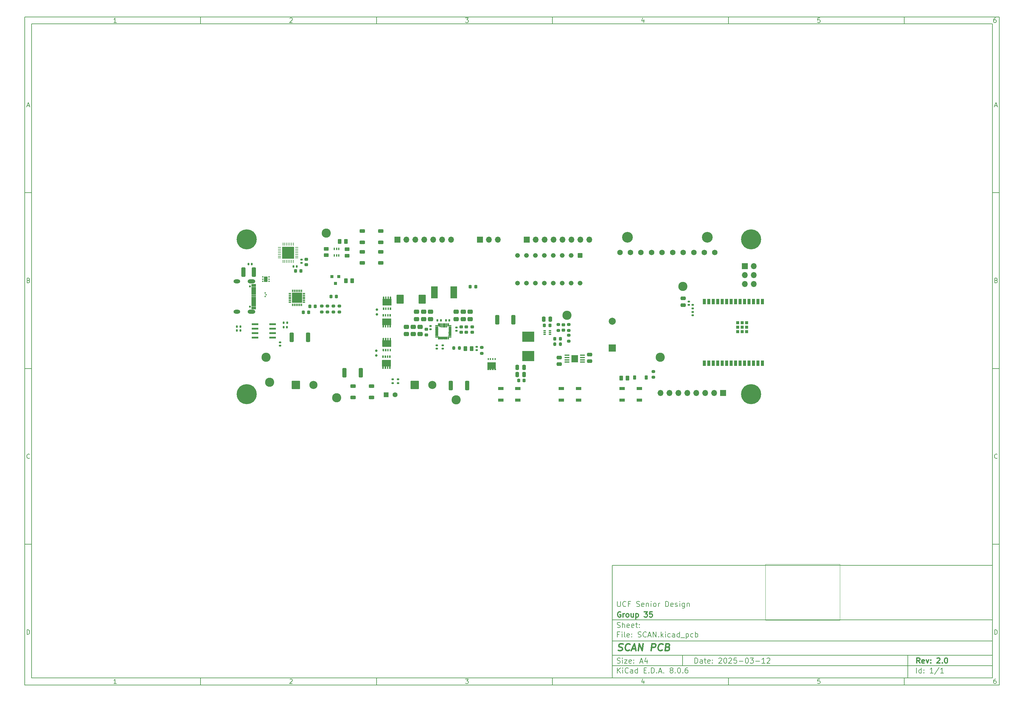
<source format=gbr>
G04 #@! TF.GenerationSoftware,KiCad,Pcbnew,8.0.6*
G04 #@! TF.CreationDate,2025-03-13T06:31:50-04:00*
G04 #@! TF.ProjectId,SCAN,5343414e-2e6b-4696-9361-645f70636258,2.0*
G04 #@! TF.SameCoordinates,Original*
G04 #@! TF.FileFunction,Soldermask,Top*
G04 #@! TF.FilePolarity,Negative*
%FSLAX46Y46*%
G04 Gerber Fmt 4.6, Leading zero omitted, Abs format (unit mm)*
G04 Created by KiCad (PCBNEW 8.0.6) date 2025-03-13 06:31:50*
%MOMM*%
%LPD*%
G01*
G04 APERTURE LIST*
G04 Aperture macros list*
%AMRoundRect*
0 Rectangle with rounded corners*
0 $1 Rounding radius*
0 $2 $3 $4 $5 $6 $7 $8 $9 X,Y pos of 4 corners*
0 Add a 4 corners polygon primitive as box body*
4,1,4,$2,$3,$4,$5,$6,$7,$8,$9,$2,$3,0*
0 Add four circle primitives for the rounded corners*
1,1,$1+$1,$2,$3*
1,1,$1+$1,$4,$5*
1,1,$1+$1,$6,$7*
1,1,$1+$1,$8,$9*
0 Add four rect primitives between the rounded corners*
20,1,$1+$1,$2,$3,$4,$5,0*
20,1,$1+$1,$4,$5,$6,$7,0*
20,1,$1+$1,$6,$7,$8,$9,0*
20,1,$1+$1,$8,$9,$2,$3,0*%
G04 Aperture macros list end*
%ADD10C,0.100000*%
%ADD11C,0.150000*%
%ADD12C,0.300000*%
%ADD13C,0.400000*%
%ADD14C,0.010000*%
%ADD15C,3.048000*%
%ADD16C,1.574800*%
%ADD17R,0.460000X0.590000*%
%ADD18R,0.500000X0.410000*%
%ADD19R,2.450000X1.900000*%
%ADD20RoundRect,0.135000X0.135000X0.185000X-0.135000X0.185000X-0.135000X-0.185000X0.135000X-0.185000X0*%
%ADD21R,2.000000X2.000000*%
%ADD22C,2.000000*%
%ADD23RoundRect,0.250000X-0.475000X0.337500X-0.475000X-0.337500X0.475000X-0.337500X0.475000X0.337500X0*%
%ADD24RoundRect,0.250000X-0.362500X-1.075000X0.362500X-1.075000X0.362500X1.075000X-0.362500X1.075000X0*%
%ADD25RoundRect,0.140000X-0.170000X0.140000X-0.170000X-0.140000X0.170000X-0.140000X0.170000X0.140000X0*%
%ADD26RoundRect,0.200000X-0.275000X0.200000X-0.275000X-0.200000X0.275000X-0.200000X0.275000X0.200000X0*%
%ADD27RoundRect,0.090000X-0.660000X-0.360000X0.660000X-0.360000X0.660000X0.360000X-0.660000X0.360000X0*%
%ADD28RoundRect,0.250000X0.475000X-0.250000X0.475000X0.250000X-0.475000X0.250000X-0.475000X-0.250000X0*%
%ADD29RoundRect,0.135000X-0.185000X0.135000X-0.185000X-0.135000X0.185000X-0.135000X0.185000X0.135000X0*%
%ADD30RoundRect,0.140000X0.140000X0.170000X-0.140000X0.170000X-0.140000X-0.170000X0.140000X-0.170000X0*%
%ADD31C,2.604000*%
%ADD32RoundRect,0.100000X-0.100000X0.225000X-0.100000X-0.225000X0.100000X-0.225000X0.100000X0.225000X0*%
%ADD33R,1.981200X0.558800*%
%ADD34RoundRect,0.135000X-0.135000X-0.185000X0.135000X-0.185000X0.135000X0.185000X-0.135000X0.185000X0*%
%ADD35RoundRect,0.225000X-0.225000X-0.250000X0.225000X-0.250000X0.225000X0.250000X-0.225000X0.250000X0*%
%ADD36RoundRect,0.225000X0.250000X-0.225000X0.250000X0.225000X-0.250000X0.225000X-0.250000X-0.225000X0*%
%ADD37RoundRect,0.200000X0.275000X-0.200000X0.275000X0.200000X-0.275000X0.200000X-0.275000X-0.200000X0*%
%ADD38RoundRect,0.140000X0.170000X-0.140000X0.170000X0.140000X-0.170000X0.140000X-0.170000X-0.140000X0*%
%ADD39RoundRect,0.225000X0.225000X0.250000X-0.225000X0.250000X-0.225000X-0.250000X0.225000X-0.250000X0*%
%ADD40RoundRect,0.200000X0.200000X0.275000X-0.200000X0.275000X-0.200000X-0.275000X0.200000X-0.275000X0*%
%ADD41R,0.750000X0.300000*%
%ADD42R,0.300000X0.750000*%
%ADD43R,2.850000X2.850000*%
%ADD44R,0.889000X1.498600*%
%ADD45R,0.812800X0.812800*%
%ADD46RoundRect,0.250000X-0.250000X-0.475000X0.250000X-0.475000X0.250000X0.475000X-0.250000X0.475000X0*%
%ADD47RoundRect,0.250000X-0.262500X-0.450000X0.262500X-0.450000X0.262500X0.450000X-0.262500X0.450000X0*%
%ADD48R,1.700000X1.700000*%
%ADD49O,1.700000X1.700000*%
%ADD50RoundRect,0.250000X0.250000X0.475000X-0.250000X0.475000X-0.250000X-0.475000X0.250000X-0.475000X0*%
%ADD51RoundRect,0.140000X-0.140000X-0.170000X0.140000X-0.170000X0.140000X0.170000X-0.140000X0.170000X0*%
%ADD52RoundRect,0.085000X-0.265000X-0.085000X0.265000X-0.085000X0.265000X0.085000X-0.265000X0.085000X0*%
%ADD53R,3.500000X3.000000*%
%ADD54RoundRect,0.250000X0.475000X-0.337500X0.475000X0.337500X-0.475000X0.337500X-0.475000X-0.337500X0*%
%ADD55RoundRect,0.225000X-0.250000X0.225000X-0.250000X-0.225000X0.250000X-0.225000X0.250000X0.225000X0*%
%ADD56RoundRect,0.225000X0.225000X0.375000X-0.225000X0.375000X-0.225000X-0.375000X0.225000X-0.375000X0*%
%ADD57RoundRect,0.102000X-1.050000X-1.050000X1.050000X-1.050000X1.050000X1.050000X-1.050000X1.050000X0*%
%ADD58C,2.304000*%
%ADD59RoundRect,0.250000X0.362500X1.075000X-0.362500X1.075000X-0.362500X-1.075000X0.362500X-1.075000X0*%
%ADD60RoundRect,0.250000X-0.787500X-1.025000X0.787500X-1.025000X0.787500X1.025000X-0.787500X1.025000X0*%
%ADD61R,0.812800X0.889000*%
%ADD62RoundRect,0.250000X0.262500X0.450000X-0.262500X0.450000X-0.262500X-0.450000X0.262500X-0.450000X0*%
%ADD63RoundRect,0.250000X-0.525000X-0.250000X0.525000X-0.250000X0.525000X0.250000X-0.525000X0.250000X0*%
%ADD64R,1.850000X3.400000*%
%ADD65C,0.600000*%
%ADD66O,2.204000X1.104000*%
%ADD67O,1.904000X1.104000*%
%ADD68RoundRect,0.250000X-0.450000X0.262500X-0.450000X-0.262500X0.450000X-0.262500X0.450000X0.262500X0*%
%ADD69C,5.700000*%
%ADD70RoundRect,0.250000X0.525000X0.250000X-0.525000X0.250000X-0.525000X-0.250000X0.525000X-0.250000X0*%
%ADD71RoundRect,0.150000X-0.200000X0.150000X-0.200000X-0.150000X0.200000X-0.150000X0.200000X0.150000X0*%
%ADD72RoundRect,0.218750X-0.218750X-0.256250X0.218750X-0.256250X0.218750X0.256250X-0.218750X0.256250X0*%
%ADD73RoundRect,0.062500X0.062500X-0.337500X0.062500X0.337500X-0.062500X0.337500X-0.062500X-0.337500X0*%
%ADD74RoundRect,0.062500X0.337500X-0.062500X0.337500X0.062500X-0.337500X0.062500X-0.337500X-0.062500X0*%
%ADD75R,3.350000X3.350000*%
%ADD76R,1.416000X1.416000*%
%ADD77C,1.416000*%
%ADD78RoundRect,0.250000X0.325000X1.100000X-0.325000X1.100000X-0.325000X-1.100000X0.325000X-1.100000X0*%
%ADD79R,1.333500X0.431800*%
%ADD80R,1.854200X2.159000*%
%ADD81RoundRect,0.250000X0.450000X-0.262500X0.450000X0.262500X-0.450000X0.262500X-0.450000X-0.262500X0*%
%ADD82R,0.299999X0.299999*%
%ADD83RoundRect,0.218750X0.218750X0.256250X-0.218750X0.256250X-0.218750X-0.256250X0.218750X-0.256250X0*%
%ADD84RoundRect,0.102000X-0.565000X0.565000X-0.565000X-0.565000X0.565000X-0.565000X0.565000X0.565000X0*%
%ADD85C,1.334000*%
%ADD86RoundRect,0.093750X0.093750X0.106250X-0.093750X0.106250X-0.093750X-0.106250X0.093750X-0.106250X0*%
%ADD87R,1.000000X1.600000*%
G04 APERTURE END LIST*
D10*
X220538867Y-165653700D02*
X220538867Y-181528700D01*
X241705533Y-181528700D01*
X241705533Y-165653700D01*
X220538867Y-165653700D01*
D11*
X177002200Y-166007200D02*
X285002200Y-166007200D01*
X285002200Y-198007200D01*
X177002200Y-198007200D01*
X177002200Y-166007200D01*
D10*
D11*
X10000000Y-10000000D02*
X287002200Y-10000000D01*
X287002200Y-200007200D01*
X10000000Y-200007200D01*
X10000000Y-10000000D01*
D10*
D11*
X12000000Y-12000000D02*
X285002200Y-12000000D01*
X285002200Y-198007200D01*
X12000000Y-198007200D01*
X12000000Y-12000000D01*
D10*
D11*
X60000000Y-12000000D02*
X60000000Y-10000000D01*
D10*
D11*
X110000000Y-12000000D02*
X110000000Y-10000000D01*
D10*
D11*
X160000000Y-12000000D02*
X160000000Y-10000000D01*
D10*
D11*
X210000000Y-12000000D02*
X210000000Y-10000000D01*
D10*
D11*
X260000000Y-12000000D02*
X260000000Y-10000000D01*
D10*
D11*
X36089160Y-11593604D02*
X35346303Y-11593604D01*
X35717731Y-11593604D02*
X35717731Y-10293604D01*
X35717731Y-10293604D02*
X35593922Y-10479319D01*
X35593922Y-10479319D02*
X35470112Y-10603128D01*
X35470112Y-10603128D02*
X35346303Y-10665033D01*
D10*
D11*
X85346303Y-10417414D02*
X85408207Y-10355509D01*
X85408207Y-10355509D02*
X85532017Y-10293604D01*
X85532017Y-10293604D02*
X85841541Y-10293604D01*
X85841541Y-10293604D02*
X85965350Y-10355509D01*
X85965350Y-10355509D02*
X86027255Y-10417414D01*
X86027255Y-10417414D02*
X86089160Y-10541223D01*
X86089160Y-10541223D02*
X86089160Y-10665033D01*
X86089160Y-10665033D02*
X86027255Y-10850747D01*
X86027255Y-10850747D02*
X85284398Y-11593604D01*
X85284398Y-11593604D02*
X86089160Y-11593604D01*
D10*
D11*
X135284398Y-10293604D02*
X136089160Y-10293604D01*
X136089160Y-10293604D02*
X135655826Y-10788842D01*
X135655826Y-10788842D02*
X135841541Y-10788842D01*
X135841541Y-10788842D02*
X135965350Y-10850747D01*
X135965350Y-10850747D02*
X136027255Y-10912652D01*
X136027255Y-10912652D02*
X136089160Y-11036461D01*
X136089160Y-11036461D02*
X136089160Y-11345985D01*
X136089160Y-11345985D02*
X136027255Y-11469795D01*
X136027255Y-11469795D02*
X135965350Y-11531700D01*
X135965350Y-11531700D02*
X135841541Y-11593604D01*
X135841541Y-11593604D02*
X135470112Y-11593604D01*
X135470112Y-11593604D02*
X135346303Y-11531700D01*
X135346303Y-11531700D02*
X135284398Y-11469795D01*
D10*
D11*
X185965350Y-10726938D02*
X185965350Y-11593604D01*
X185655826Y-10231700D02*
X185346303Y-11160271D01*
X185346303Y-11160271D02*
X186151064Y-11160271D01*
D10*
D11*
X236027255Y-10293604D02*
X235408207Y-10293604D01*
X235408207Y-10293604D02*
X235346303Y-10912652D01*
X235346303Y-10912652D02*
X235408207Y-10850747D01*
X235408207Y-10850747D02*
X235532017Y-10788842D01*
X235532017Y-10788842D02*
X235841541Y-10788842D01*
X235841541Y-10788842D02*
X235965350Y-10850747D01*
X235965350Y-10850747D02*
X236027255Y-10912652D01*
X236027255Y-10912652D02*
X236089160Y-11036461D01*
X236089160Y-11036461D02*
X236089160Y-11345985D01*
X236089160Y-11345985D02*
X236027255Y-11469795D01*
X236027255Y-11469795D02*
X235965350Y-11531700D01*
X235965350Y-11531700D02*
X235841541Y-11593604D01*
X235841541Y-11593604D02*
X235532017Y-11593604D01*
X235532017Y-11593604D02*
X235408207Y-11531700D01*
X235408207Y-11531700D02*
X235346303Y-11469795D01*
D10*
D11*
X285965350Y-10293604D02*
X285717731Y-10293604D01*
X285717731Y-10293604D02*
X285593922Y-10355509D01*
X285593922Y-10355509D02*
X285532017Y-10417414D01*
X285532017Y-10417414D02*
X285408207Y-10603128D01*
X285408207Y-10603128D02*
X285346303Y-10850747D01*
X285346303Y-10850747D02*
X285346303Y-11345985D01*
X285346303Y-11345985D02*
X285408207Y-11469795D01*
X285408207Y-11469795D02*
X285470112Y-11531700D01*
X285470112Y-11531700D02*
X285593922Y-11593604D01*
X285593922Y-11593604D02*
X285841541Y-11593604D01*
X285841541Y-11593604D02*
X285965350Y-11531700D01*
X285965350Y-11531700D02*
X286027255Y-11469795D01*
X286027255Y-11469795D02*
X286089160Y-11345985D01*
X286089160Y-11345985D02*
X286089160Y-11036461D01*
X286089160Y-11036461D02*
X286027255Y-10912652D01*
X286027255Y-10912652D02*
X285965350Y-10850747D01*
X285965350Y-10850747D02*
X285841541Y-10788842D01*
X285841541Y-10788842D02*
X285593922Y-10788842D01*
X285593922Y-10788842D02*
X285470112Y-10850747D01*
X285470112Y-10850747D02*
X285408207Y-10912652D01*
X285408207Y-10912652D02*
X285346303Y-11036461D01*
D10*
D11*
X60000000Y-198007200D02*
X60000000Y-200007200D01*
D10*
D11*
X110000000Y-198007200D02*
X110000000Y-200007200D01*
D10*
D11*
X160000000Y-198007200D02*
X160000000Y-200007200D01*
D10*
D11*
X210000000Y-198007200D02*
X210000000Y-200007200D01*
D10*
D11*
X260000000Y-198007200D02*
X260000000Y-200007200D01*
D10*
D11*
X36089160Y-199600804D02*
X35346303Y-199600804D01*
X35717731Y-199600804D02*
X35717731Y-198300804D01*
X35717731Y-198300804D02*
X35593922Y-198486519D01*
X35593922Y-198486519D02*
X35470112Y-198610328D01*
X35470112Y-198610328D02*
X35346303Y-198672233D01*
D10*
D11*
X85346303Y-198424614D02*
X85408207Y-198362709D01*
X85408207Y-198362709D02*
X85532017Y-198300804D01*
X85532017Y-198300804D02*
X85841541Y-198300804D01*
X85841541Y-198300804D02*
X85965350Y-198362709D01*
X85965350Y-198362709D02*
X86027255Y-198424614D01*
X86027255Y-198424614D02*
X86089160Y-198548423D01*
X86089160Y-198548423D02*
X86089160Y-198672233D01*
X86089160Y-198672233D02*
X86027255Y-198857947D01*
X86027255Y-198857947D02*
X85284398Y-199600804D01*
X85284398Y-199600804D02*
X86089160Y-199600804D01*
D10*
D11*
X135284398Y-198300804D02*
X136089160Y-198300804D01*
X136089160Y-198300804D02*
X135655826Y-198796042D01*
X135655826Y-198796042D02*
X135841541Y-198796042D01*
X135841541Y-198796042D02*
X135965350Y-198857947D01*
X135965350Y-198857947D02*
X136027255Y-198919852D01*
X136027255Y-198919852D02*
X136089160Y-199043661D01*
X136089160Y-199043661D02*
X136089160Y-199353185D01*
X136089160Y-199353185D02*
X136027255Y-199476995D01*
X136027255Y-199476995D02*
X135965350Y-199538900D01*
X135965350Y-199538900D02*
X135841541Y-199600804D01*
X135841541Y-199600804D02*
X135470112Y-199600804D01*
X135470112Y-199600804D02*
X135346303Y-199538900D01*
X135346303Y-199538900D02*
X135284398Y-199476995D01*
D10*
D11*
X185965350Y-198734138D02*
X185965350Y-199600804D01*
X185655826Y-198238900D02*
X185346303Y-199167471D01*
X185346303Y-199167471D02*
X186151064Y-199167471D01*
D10*
D11*
X236027255Y-198300804D02*
X235408207Y-198300804D01*
X235408207Y-198300804D02*
X235346303Y-198919852D01*
X235346303Y-198919852D02*
X235408207Y-198857947D01*
X235408207Y-198857947D02*
X235532017Y-198796042D01*
X235532017Y-198796042D02*
X235841541Y-198796042D01*
X235841541Y-198796042D02*
X235965350Y-198857947D01*
X235965350Y-198857947D02*
X236027255Y-198919852D01*
X236027255Y-198919852D02*
X236089160Y-199043661D01*
X236089160Y-199043661D02*
X236089160Y-199353185D01*
X236089160Y-199353185D02*
X236027255Y-199476995D01*
X236027255Y-199476995D02*
X235965350Y-199538900D01*
X235965350Y-199538900D02*
X235841541Y-199600804D01*
X235841541Y-199600804D02*
X235532017Y-199600804D01*
X235532017Y-199600804D02*
X235408207Y-199538900D01*
X235408207Y-199538900D02*
X235346303Y-199476995D01*
D10*
D11*
X285965350Y-198300804D02*
X285717731Y-198300804D01*
X285717731Y-198300804D02*
X285593922Y-198362709D01*
X285593922Y-198362709D02*
X285532017Y-198424614D01*
X285532017Y-198424614D02*
X285408207Y-198610328D01*
X285408207Y-198610328D02*
X285346303Y-198857947D01*
X285346303Y-198857947D02*
X285346303Y-199353185D01*
X285346303Y-199353185D02*
X285408207Y-199476995D01*
X285408207Y-199476995D02*
X285470112Y-199538900D01*
X285470112Y-199538900D02*
X285593922Y-199600804D01*
X285593922Y-199600804D02*
X285841541Y-199600804D01*
X285841541Y-199600804D02*
X285965350Y-199538900D01*
X285965350Y-199538900D02*
X286027255Y-199476995D01*
X286027255Y-199476995D02*
X286089160Y-199353185D01*
X286089160Y-199353185D02*
X286089160Y-199043661D01*
X286089160Y-199043661D02*
X286027255Y-198919852D01*
X286027255Y-198919852D02*
X285965350Y-198857947D01*
X285965350Y-198857947D02*
X285841541Y-198796042D01*
X285841541Y-198796042D02*
X285593922Y-198796042D01*
X285593922Y-198796042D02*
X285470112Y-198857947D01*
X285470112Y-198857947D02*
X285408207Y-198919852D01*
X285408207Y-198919852D02*
X285346303Y-199043661D01*
D10*
D11*
X10000000Y-60000000D02*
X12000000Y-60000000D01*
D10*
D11*
X10000000Y-110000000D02*
X12000000Y-110000000D01*
D10*
D11*
X10000000Y-160000000D02*
X12000000Y-160000000D01*
D10*
D11*
X10690476Y-35222176D02*
X11309523Y-35222176D01*
X10566666Y-35593604D02*
X10999999Y-34293604D01*
X10999999Y-34293604D02*
X11433333Y-35593604D01*
D10*
D11*
X11092857Y-84912652D02*
X11278571Y-84974557D01*
X11278571Y-84974557D02*
X11340476Y-85036461D01*
X11340476Y-85036461D02*
X11402380Y-85160271D01*
X11402380Y-85160271D02*
X11402380Y-85345985D01*
X11402380Y-85345985D02*
X11340476Y-85469795D01*
X11340476Y-85469795D02*
X11278571Y-85531700D01*
X11278571Y-85531700D02*
X11154761Y-85593604D01*
X11154761Y-85593604D02*
X10659523Y-85593604D01*
X10659523Y-85593604D02*
X10659523Y-84293604D01*
X10659523Y-84293604D02*
X11092857Y-84293604D01*
X11092857Y-84293604D02*
X11216666Y-84355509D01*
X11216666Y-84355509D02*
X11278571Y-84417414D01*
X11278571Y-84417414D02*
X11340476Y-84541223D01*
X11340476Y-84541223D02*
X11340476Y-84665033D01*
X11340476Y-84665033D02*
X11278571Y-84788842D01*
X11278571Y-84788842D02*
X11216666Y-84850747D01*
X11216666Y-84850747D02*
X11092857Y-84912652D01*
X11092857Y-84912652D02*
X10659523Y-84912652D01*
D10*
D11*
X11402380Y-135469795D02*
X11340476Y-135531700D01*
X11340476Y-135531700D02*
X11154761Y-135593604D01*
X11154761Y-135593604D02*
X11030952Y-135593604D01*
X11030952Y-135593604D02*
X10845238Y-135531700D01*
X10845238Y-135531700D02*
X10721428Y-135407890D01*
X10721428Y-135407890D02*
X10659523Y-135284080D01*
X10659523Y-135284080D02*
X10597619Y-135036461D01*
X10597619Y-135036461D02*
X10597619Y-134850747D01*
X10597619Y-134850747D02*
X10659523Y-134603128D01*
X10659523Y-134603128D02*
X10721428Y-134479319D01*
X10721428Y-134479319D02*
X10845238Y-134355509D01*
X10845238Y-134355509D02*
X11030952Y-134293604D01*
X11030952Y-134293604D02*
X11154761Y-134293604D01*
X11154761Y-134293604D02*
X11340476Y-134355509D01*
X11340476Y-134355509D02*
X11402380Y-134417414D01*
D10*
D11*
X10659523Y-185593604D02*
X10659523Y-184293604D01*
X10659523Y-184293604D02*
X10969047Y-184293604D01*
X10969047Y-184293604D02*
X11154761Y-184355509D01*
X11154761Y-184355509D02*
X11278571Y-184479319D01*
X11278571Y-184479319D02*
X11340476Y-184603128D01*
X11340476Y-184603128D02*
X11402380Y-184850747D01*
X11402380Y-184850747D02*
X11402380Y-185036461D01*
X11402380Y-185036461D02*
X11340476Y-185284080D01*
X11340476Y-185284080D02*
X11278571Y-185407890D01*
X11278571Y-185407890D02*
X11154761Y-185531700D01*
X11154761Y-185531700D02*
X10969047Y-185593604D01*
X10969047Y-185593604D02*
X10659523Y-185593604D01*
D10*
D11*
X287002200Y-60000000D02*
X285002200Y-60000000D01*
D10*
D11*
X287002200Y-110000000D02*
X285002200Y-110000000D01*
D10*
D11*
X287002200Y-160000000D02*
X285002200Y-160000000D01*
D10*
D11*
X285692676Y-35222176D02*
X286311723Y-35222176D01*
X285568866Y-35593604D02*
X286002199Y-34293604D01*
X286002199Y-34293604D02*
X286435533Y-35593604D01*
D10*
D11*
X286095057Y-84912652D02*
X286280771Y-84974557D01*
X286280771Y-84974557D02*
X286342676Y-85036461D01*
X286342676Y-85036461D02*
X286404580Y-85160271D01*
X286404580Y-85160271D02*
X286404580Y-85345985D01*
X286404580Y-85345985D02*
X286342676Y-85469795D01*
X286342676Y-85469795D02*
X286280771Y-85531700D01*
X286280771Y-85531700D02*
X286156961Y-85593604D01*
X286156961Y-85593604D02*
X285661723Y-85593604D01*
X285661723Y-85593604D02*
X285661723Y-84293604D01*
X285661723Y-84293604D02*
X286095057Y-84293604D01*
X286095057Y-84293604D02*
X286218866Y-84355509D01*
X286218866Y-84355509D02*
X286280771Y-84417414D01*
X286280771Y-84417414D02*
X286342676Y-84541223D01*
X286342676Y-84541223D02*
X286342676Y-84665033D01*
X286342676Y-84665033D02*
X286280771Y-84788842D01*
X286280771Y-84788842D02*
X286218866Y-84850747D01*
X286218866Y-84850747D02*
X286095057Y-84912652D01*
X286095057Y-84912652D02*
X285661723Y-84912652D01*
D10*
D11*
X286404580Y-135469795D02*
X286342676Y-135531700D01*
X286342676Y-135531700D02*
X286156961Y-135593604D01*
X286156961Y-135593604D02*
X286033152Y-135593604D01*
X286033152Y-135593604D02*
X285847438Y-135531700D01*
X285847438Y-135531700D02*
X285723628Y-135407890D01*
X285723628Y-135407890D02*
X285661723Y-135284080D01*
X285661723Y-135284080D02*
X285599819Y-135036461D01*
X285599819Y-135036461D02*
X285599819Y-134850747D01*
X285599819Y-134850747D02*
X285661723Y-134603128D01*
X285661723Y-134603128D02*
X285723628Y-134479319D01*
X285723628Y-134479319D02*
X285847438Y-134355509D01*
X285847438Y-134355509D02*
X286033152Y-134293604D01*
X286033152Y-134293604D02*
X286156961Y-134293604D01*
X286156961Y-134293604D02*
X286342676Y-134355509D01*
X286342676Y-134355509D02*
X286404580Y-134417414D01*
D10*
D11*
X285661723Y-185593604D02*
X285661723Y-184293604D01*
X285661723Y-184293604D02*
X285971247Y-184293604D01*
X285971247Y-184293604D02*
X286156961Y-184355509D01*
X286156961Y-184355509D02*
X286280771Y-184479319D01*
X286280771Y-184479319D02*
X286342676Y-184603128D01*
X286342676Y-184603128D02*
X286404580Y-184850747D01*
X286404580Y-184850747D02*
X286404580Y-185036461D01*
X286404580Y-185036461D02*
X286342676Y-185284080D01*
X286342676Y-185284080D02*
X286280771Y-185407890D01*
X286280771Y-185407890D02*
X286156961Y-185531700D01*
X286156961Y-185531700D02*
X285971247Y-185593604D01*
X285971247Y-185593604D02*
X285661723Y-185593604D01*
D10*
D11*
X200458026Y-193793328D02*
X200458026Y-192293328D01*
X200458026Y-192293328D02*
X200815169Y-192293328D01*
X200815169Y-192293328D02*
X201029455Y-192364757D01*
X201029455Y-192364757D02*
X201172312Y-192507614D01*
X201172312Y-192507614D02*
X201243741Y-192650471D01*
X201243741Y-192650471D02*
X201315169Y-192936185D01*
X201315169Y-192936185D02*
X201315169Y-193150471D01*
X201315169Y-193150471D02*
X201243741Y-193436185D01*
X201243741Y-193436185D02*
X201172312Y-193579042D01*
X201172312Y-193579042D02*
X201029455Y-193721900D01*
X201029455Y-193721900D02*
X200815169Y-193793328D01*
X200815169Y-193793328D02*
X200458026Y-193793328D01*
X202600884Y-193793328D02*
X202600884Y-193007614D01*
X202600884Y-193007614D02*
X202529455Y-192864757D01*
X202529455Y-192864757D02*
X202386598Y-192793328D01*
X202386598Y-192793328D02*
X202100884Y-192793328D01*
X202100884Y-192793328D02*
X201958026Y-192864757D01*
X202600884Y-193721900D02*
X202458026Y-193793328D01*
X202458026Y-193793328D02*
X202100884Y-193793328D01*
X202100884Y-193793328D02*
X201958026Y-193721900D01*
X201958026Y-193721900D02*
X201886598Y-193579042D01*
X201886598Y-193579042D02*
X201886598Y-193436185D01*
X201886598Y-193436185D02*
X201958026Y-193293328D01*
X201958026Y-193293328D02*
X202100884Y-193221900D01*
X202100884Y-193221900D02*
X202458026Y-193221900D01*
X202458026Y-193221900D02*
X202600884Y-193150471D01*
X203100884Y-192793328D02*
X203672312Y-192793328D01*
X203315169Y-192293328D02*
X203315169Y-193579042D01*
X203315169Y-193579042D02*
X203386598Y-193721900D01*
X203386598Y-193721900D02*
X203529455Y-193793328D01*
X203529455Y-193793328D02*
X203672312Y-193793328D01*
X204743741Y-193721900D02*
X204600884Y-193793328D01*
X204600884Y-193793328D02*
X204315170Y-193793328D01*
X204315170Y-193793328D02*
X204172312Y-193721900D01*
X204172312Y-193721900D02*
X204100884Y-193579042D01*
X204100884Y-193579042D02*
X204100884Y-193007614D01*
X204100884Y-193007614D02*
X204172312Y-192864757D01*
X204172312Y-192864757D02*
X204315170Y-192793328D01*
X204315170Y-192793328D02*
X204600884Y-192793328D01*
X204600884Y-192793328D02*
X204743741Y-192864757D01*
X204743741Y-192864757D02*
X204815170Y-193007614D01*
X204815170Y-193007614D02*
X204815170Y-193150471D01*
X204815170Y-193150471D02*
X204100884Y-193293328D01*
X205458026Y-193650471D02*
X205529455Y-193721900D01*
X205529455Y-193721900D02*
X205458026Y-193793328D01*
X205458026Y-193793328D02*
X205386598Y-193721900D01*
X205386598Y-193721900D02*
X205458026Y-193650471D01*
X205458026Y-193650471D02*
X205458026Y-193793328D01*
X205458026Y-192864757D02*
X205529455Y-192936185D01*
X205529455Y-192936185D02*
X205458026Y-193007614D01*
X205458026Y-193007614D02*
X205386598Y-192936185D01*
X205386598Y-192936185D02*
X205458026Y-192864757D01*
X205458026Y-192864757D02*
X205458026Y-193007614D01*
X207243741Y-192436185D02*
X207315169Y-192364757D01*
X207315169Y-192364757D02*
X207458027Y-192293328D01*
X207458027Y-192293328D02*
X207815169Y-192293328D01*
X207815169Y-192293328D02*
X207958027Y-192364757D01*
X207958027Y-192364757D02*
X208029455Y-192436185D01*
X208029455Y-192436185D02*
X208100884Y-192579042D01*
X208100884Y-192579042D02*
X208100884Y-192721900D01*
X208100884Y-192721900D02*
X208029455Y-192936185D01*
X208029455Y-192936185D02*
X207172312Y-193793328D01*
X207172312Y-193793328D02*
X208100884Y-193793328D01*
X209029455Y-192293328D02*
X209172312Y-192293328D01*
X209172312Y-192293328D02*
X209315169Y-192364757D01*
X209315169Y-192364757D02*
X209386598Y-192436185D01*
X209386598Y-192436185D02*
X209458026Y-192579042D01*
X209458026Y-192579042D02*
X209529455Y-192864757D01*
X209529455Y-192864757D02*
X209529455Y-193221900D01*
X209529455Y-193221900D02*
X209458026Y-193507614D01*
X209458026Y-193507614D02*
X209386598Y-193650471D01*
X209386598Y-193650471D02*
X209315169Y-193721900D01*
X209315169Y-193721900D02*
X209172312Y-193793328D01*
X209172312Y-193793328D02*
X209029455Y-193793328D01*
X209029455Y-193793328D02*
X208886598Y-193721900D01*
X208886598Y-193721900D02*
X208815169Y-193650471D01*
X208815169Y-193650471D02*
X208743740Y-193507614D01*
X208743740Y-193507614D02*
X208672312Y-193221900D01*
X208672312Y-193221900D02*
X208672312Y-192864757D01*
X208672312Y-192864757D02*
X208743740Y-192579042D01*
X208743740Y-192579042D02*
X208815169Y-192436185D01*
X208815169Y-192436185D02*
X208886598Y-192364757D01*
X208886598Y-192364757D02*
X209029455Y-192293328D01*
X210100883Y-192436185D02*
X210172311Y-192364757D01*
X210172311Y-192364757D02*
X210315169Y-192293328D01*
X210315169Y-192293328D02*
X210672311Y-192293328D01*
X210672311Y-192293328D02*
X210815169Y-192364757D01*
X210815169Y-192364757D02*
X210886597Y-192436185D01*
X210886597Y-192436185D02*
X210958026Y-192579042D01*
X210958026Y-192579042D02*
X210958026Y-192721900D01*
X210958026Y-192721900D02*
X210886597Y-192936185D01*
X210886597Y-192936185D02*
X210029454Y-193793328D01*
X210029454Y-193793328D02*
X210958026Y-193793328D01*
X212315168Y-192293328D02*
X211600882Y-192293328D01*
X211600882Y-192293328D02*
X211529454Y-193007614D01*
X211529454Y-193007614D02*
X211600882Y-192936185D01*
X211600882Y-192936185D02*
X211743740Y-192864757D01*
X211743740Y-192864757D02*
X212100882Y-192864757D01*
X212100882Y-192864757D02*
X212243740Y-192936185D01*
X212243740Y-192936185D02*
X212315168Y-193007614D01*
X212315168Y-193007614D02*
X212386597Y-193150471D01*
X212386597Y-193150471D02*
X212386597Y-193507614D01*
X212386597Y-193507614D02*
X212315168Y-193650471D01*
X212315168Y-193650471D02*
X212243740Y-193721900D01*
X212243740Y-193721900D02*
X212100882Y-193793328D01*
X212100882Y-193793328D02*
X211743740Y-193793328D01*
X211743740Y-193793328D02*
X211600882Y-193721900D01*
X211600882Y-193721900D02*
X211529454Y-193650471D01*
X213029453Y-193221900D02*
X214172311Y-193221900D01*
X215172311Y-192293328D02*
X215315168Y-192293328D01*
X215315168Y-192293328D02*
X215458025Y-192364757D01*
X215458025Y-192364757D02*
X215529454Y-192436185D01*
X215529454Y-192436185D02*
X215600882Y-192579042D01*
X215600882Y-192579042D02*
X215672311Y-192864757D01*
X215672311Y-192864757D02*
X215672311Y-193221900D01*
X215672311Y-193221900D02*
X215600882Y-193507614D01*
X215600882Y-193507614D02*
X215529454Y-193650471D01*
X215529454Y-193650471D02*
X215458025Y-193721900D01*
X215458025Y-193721900D02*
X215315168Y-193793328D01*
X215315168Y-193793328D02*
X215172311Y-193793328D01*
X215172311Y-193793328D02*
X215029454Y-193721900D01*
X215029454Y-193721900D02*
X214958025Y-193650471D01*
X214958025Y-193650471D02*
X214886596Y-193507614D01*
X214886596Y-193507614D02*
X214815168Y-193221900D01*
X214815168Y-193221900D02*
X214815168Y-192864757D01*
X214815168Y-192864757D02*
X214886596Y-192579042D01*
X214886596Y-192579042D02*
X214958025Y-192436185D01*
X214958025Y-192436185D02*
X215029454Y-192364757D01*
X215029454Y-192364757D02*
X215172311Y-192293328D01*
X216172310Y-192293328D02*
X217100882Y-192293328D01*
X217100882Y-192293328D02*
X216600882Y-192864757D01*
X216600882Y-192864757D02*
X216815167Y-192864757D01*
X216815167Y-192864757D02*
X216958025Y-192936185D01*
X216958025Y-192936185D02*
X217029453Y-193007614D01*
X217029453Y-193007614D02*
X217100882Y-193150471D01*
X217100882Y-193150471D02*
X217100882Y-193507614D01*
X217100882Y-193507614D02*
X217029453Y-193650471D01*
X217029453Y-193650471D02*
X216958025Y-193721900D01*
X216958025Y-193721900D02*
X216815167Y-193793328D01*
X216815167Y-193793328D02*
X216386596Y-193793328D01*
X216386596Y-193793328D02*
X216243739Y-193721900D01*
X216243739Y-193721900D02*
X216172310Y-193650471D01*
X217743738Y-193221900D02*
X218886596Y-193221900D01*
X220386596Y-193793328D02*
X219529453Y-193793328D01*
X219958024Y-193793328D02*
X219958024Y-192293328D01*
X219958024Y-192293328D02*
X219815167Y-192507614D01*
X219815167Y-192507614D02*
X219672310Y-192650471D01*
X219672310Y-192650471D02*
X219529453Y-192721900D01*
X220958024Y-192436185D02*
X221029452Y-192364757D01*
X221029452Y-192364757D02*
X221172310Y-192293328D01*
X221172310Y-192293328D02*
X221529452Y-192293328D01*
X221529452Y-192293328D02*
X221672310Y-192364757D01*
X221672310Y-192364757D02*
X221743738Y-192436185D01*
X221743738Y-192436185D02*
X221815167Y-192579042D01*
X221815167Y-192579042D02*
X221815167Y-192721900D01*
X221815167Y-192721900D02*
X221743738Y-192936185D01*
X221743738Y-192936185D02*
X220886595Y-193793328D01*
X220886595Y-193793328D02*
X221815167Y-193793328D01*
D10*
D11*
X177002200Y-194507200D02*
X285002200Y-194507200D01*
D10*
D11*
X178458026Y-196593328D02*
X178458026Y-195093328D01*
X179315169Y-196593328D02*
X178672312Y-195736185D01*
X179315169Y-195093328D02*
X178458026Y-195950471D01*
X179958026Y-196593328D02*
X179958026Y-195593328D01*
X179958026Y-195093328D02*
X179886598Y-195164757D01*
X179886598Y-195164757D02*
X179958026Y-195236185D01*
X179958026Y-195236185D02*
X180029455Y-195164757D01*
X180029455Y-195164757D02*
X179958026Y-195093328D01*
X179958026Y-195093328D02*
X179958026Y-195236185D01*
X181529455Y-196450471D02*
X181458027Y-196521900D01*
X181458027Y-196521900D02*
X181243741Y-196593328D01*
X181243741Y-196593328D02*
X181100884Y-196593328D01*
X181100884Y-196593328D02*
X180886598Y-196521900D01*
X180886598Y-196521900D02*
X180743741Y-196379042D01*
X180743741Y-196379042D02*
X180672312Y-196236185D01*
X180672312Y-196236185D02*
X180600884Y-195950471D01*
X180600884Y-195950471D02*
X180600884Y-195736185D01*
X180600884Y-195736185D02*
X180672312Y-195450471D01*
X180672312Y-195450471D02*
X180743741Y-195307614D01*
X180743741Y-195307614D02*
X180886598Y-195164757D01*
X180886598Y-195164757D02*
X181100884Y-195093328D01*
X181100884Y-195093328D02*
X181243741Y-195093328D01*
X181243741Y-195093328D02*
X181458027Y-195164757D01*
X181458027Y-195164757D02*
X181529455Y-195236185D01*
X182815170Y-196593328D02*
X182815170Y-195807614D01*
X182815170Y-195807614D02*
X182743741Y-195664757D01*
X182743741Y-195664757D02*
X182600884Y-195593328D01*
X182600884Y-195593328D02*
X182315170Y-195593328D01*
X182315170Y-195593328D02*
X182172312Y-195664757D01*
X182815170Y-196521900D02*
X182672312Y-196593328D01*
X182672312Y-196593328D02*
X182315170Y-196593328D01*
X182315170Y-196593328D02*
X182172312Y-196521900D01*
X182172312Y-196521900D02*
X182100884Y-196379042D01*
X182100884Y-196379042D02*
X182100884Y-196236185D01*
X182100884Y-196236185D02*
X182172312Y-196093328D01*
X182172312Y-196093328D02*
X182315170Y-196021900D01*
X182315170Y-196021900D02*
X182672312Y-196021900D01*
X182672312Y-196021900D02*
X182815170Y-195950471D01*
X184172313Y-196593328D02*
X184172313Y-195093328D01*
X184172313Y-196521900D02*
X184029455Y-196593328D01*
X184029455Y-196593328D02*
X183743741Y-196593328D01*
X183743741Y-196593328D02*
X183600884Y-196521900D01*
X183600884Y-196521900D02*
X183529455Y-196450471D01*
X183529455Y-196450471D02*
X183458027Y-196307614D01*
X183458027Y-196307614D02*
X183458027Y-195879042D01*
X183458027Y-195879042D02*
X183529455Y-195736185D01*
X183529455Y-195736185D02*
X183600884Y-195664757D01*
X183600884Y-195664757D02*
X183743741Y-195593328D01*
X183743741Y-195593328D02*
X184029455Y-195593328D01*
X184029455Y-195593328D02*
X184172313Y-195664757D01*
X186029455Y-195807614D02*
X186529455Y-195807614D01*
X186743741Y-196593328D02*
X186029455Y-196593328D01*
X186029455Y-196593328D02*
X186029455Y-195093328D01*
X186029455Y-195093328D02*
X186743741Y-195093328D01*
X187386598Y-196450471D02*
X187458027Y-196521900D01*
X187458027Y-196521900D02*
X187386598Y-196593328D01*
X187386598Y-196593328D02*
X187315170Y-196521900D01*
X187315170Y-196521900D02*
X187386598Y-196450471D01*
X187386598Y-196450471D02*
X187386598Y-196593328D01*
X188100884Y-196593328D02*
X188100884Y-195093328D01*
X188100884Y-195093328D02*
X188458027Y-195093328D01*
X188458027Y-195093328D02*
X188672313Y-195164757D01*
X188672313Y-195164757D02*
X188815170Y-195307614D01*
X188815170Y-195307614D02*
X188886599Y-195450471D01*
X188886599Y-195450471D02*
X188958027Y-195736185D01*
X188958027Y-195736185D02*
X188958027Y-195950471D01*
X188958027Y-195950471D02*
X188886599Y-196236185D01*
X188886599Y-196236185D02*
X188815170Y-196379042D01*
X188815170Y-196379042D02*
X188672313Y-196521900D01*
X188672313Y-196521900D02*
X188458027Y-196593328D01*
X188458027Y-196593328D02*
X188100884Y-196593328D01*
X189600884Y-196450471D02*
X189672313Y-196521900D01*
X189672313Y-196521900D02*
X189600884Y-196593328D01*
X189600884Y-196593328D02*
X189529456Y-196521900D01*
X189529456Y-196521900D02*
X189600884Y-196450471D01*
X189600884Y-196450471D02*
X189600884Y-196593328D01*
X190243742Y-196164757D02*
X190958028Y-196164757D01*
X190100885Y-196593328D02*
X190600885Y-195093328D01*
X190600885Y-195093328D02*
X191100885Y-196593328D01*
X191600884Y-196450471D02*
X191672313Y-196521900D01*
X191672313Y-196521900D02*
X191600884Y-196593328D01*
X191600884Y-196593328D02*
X191529456Y-196521900D01*
X191529456Y-196521900D02*
X191600884Y-196450471D01*
X191600884Y-196450471D02*
X191600884Y-196593328D01*
X193672313Y-195736185D02*
X193529456Y-195664757D01*
X193529456Y-195664757D02*
X193458027Y-195593328D01*
X193458027Y-195593328D02*
X193386599Y-195450471D01*
X193386599Y-195450471D02*
X193386599Y-195379042D01*
X193386599Y-195379042D02*
X193458027Y-195236185D01*
X193458027Y-195236185D02*
X193529456Y-195164757D01*
X193529456Y-195164757D02*
X193672313Y-195093328D01*
X193672313Y-195093328D02*
X193958027Y-195093328D01*
X193958027Y-195093328D02*
X194100885Y-195164757D01*
X194100885Y-195164757D02*
X194172313Y-195236185D01*
X194172313Y-195236185D02*
X194243742Y-195379042D01*
X194243742Y-195379042D02*
X194243742Y-195450471D01*
X194243742Y-195450471D02*
X194172313Y-195593328D01*
X194172313Y-195593328D02*
X194100885Y-195664757D01*
X194100885Y-195664757D02*
X193958027Y-195736185D01*
X193958027Y-195736185D02*
X193672313Y-195736185D01*
X193672313Y-195736185D02*
X193529456Y-195807614D01*
X193529456Y-195807614D02*
X193458027Y-195879042D01*
X193458027Y-195879042D02*
X193386599Y-196021900D01*
X193386599Y-196021900D02*
X193386599Y-196307614D01*
X193386599Y-196307614D02*
X193458027Y-196450471D01*
X193458027Y-196450471D02*
X193529456Y-196521900D01*
X193529456Y-196521900D02*
X193672313Y-196593328D01*
X193672313Y-196593328D02*
X193958027Y-196593328D01*
X193958027Y-196593328D02*
X194100885Y-196521900D01*
X194100885Y-196521900D02*
X194172313Y-196450471D01*
X194172313Y-196450471D02*
X194243742Y-196307614D01*
X194243742Y-196307614D02*
X194243742Y-196021900D01*
X194243742Y-196021900D02*
X194172313Y-195879042D01*
X194172313Y-195879042D02*
X194100885Y-195807614D01*
X194100885Y-195807614D02*
X193958027Y-195736185D01*
X194886598Y-196450471D02*
X194958027Y-196521900D01*
X194958027Y-196521900D02*
X194886598Y-196593328D01*
X194886598Y-196593328D02*
X194815170Y-196521900D01*
X194815170Y-196521900D02*
X194886598Y-196450471D01*
X194886598Y-196450471D02*
X194886598Y-196593328D01*
X195886599Y-195093328D02*
X196029456Y-195093328D01*
X196029456Y-195093328D02*
X196172313Y-195164757D01*
X196172313Y-195164757D02*
X196243742Y-195236185D01*
X196243742Y-195236185D02*
X196315170Y-195379042D01*
X196315170Y-195379042D02*
X196386599Y-195664757D01*
X196386599Y-195664757D02*
X196386599Y-196021900D01*
X196386599Y-196021900D02*
X196315170Y-196307614D01*
X196315170Y-196307614D02*
X196243742Y-196450471D01*
X196243742Y-196450471D02*
X196172313Y-196521900D01*
X196172313Y-196521900D02*
X196029456Y-196593328D01*
X196029456Y-196593328D02*
X195886599Y-196593328D01*
X195886599Y-196593328D02*
X195743742Y-196521900D01*
X195743742Y-196521900D02*
X195672313Y-196450471D01*
X195672313Y-196450471D02*
X195600884Y-196307614D01*
X195600884Y-196307614D02*
X195529456Y-196021900D01*
X195529456Y-196021900D02*
X195529456Y-195664757D01*
X195529456Y-195664757D02*
X195600884Y-195379042D01*
X195600884Y-195379042D02*
X195672313Y-195236185D01*
X195672313Y-195236185D02*
X195743742Y-195164757D01*
X195743742Y-195164757D02*
X195886599Y-195093328D01*
X197029455Y-196450471D02*
X197100884Y-196521900D01*
X197100884Y-196521900D02*
X197029455Y-196593328D01*
X197029455Y-196593328D02*
X196958027Y-196521900D01*
X196958027Y-196521900D02*
X197029455Y-196450471D01*
X197029455Y-196450471D02*
X197029455Y-196593328D01*
X198386599Y-195093328D02*
X198100884Y-195093328D01*
X198100884Y-195093328D02*
X197958027Y-195164757D01*
X197958027Y-195164757D02*
X197886599Y-195236185D01*
X197886599Y-195236185D02*
X197743741Y-195450471D01*
X197743741Y-195450471D02*
X197672313Y-195736185D01*
X197672313Y-195736185D02*
X197672313Y-196307614D01*
X197672313Y-196307614D02*
X197743741Y-196450471D01*
X197743741Y-196450471D02*
X197815170Y-196521900D01*
X197815170Y-196521900D02*
X197958027Y-196593328D01*
X197958027Y-196593328D02*
X198243741Y-196593328D01*
X198243741Y-196593328D02*
X198386599Y-196521900D01*
X198386599Y-196521900D02*
X198458027Y-196450471D01*
X198458027Y-196450471D02*
X198529456Y-196307614D01*
X198529456Y-196307614D02*
X198529456Y-195950471D01*
X198529456Y-195950471D02*
X198458027Y-195807614D01*
X198458027Y-195807614D02*
X198386599Y-195736185D01*
X198386599Y-195736185D02*
X198243741Y-195664757D01*
X198243741Y-195664757D02*
X197958027Y-195664757D01*
X197958027Y-195664757D02*
X197815170Y-195736185D01*
X197815170Y-195736185D02*
X197743741Y-195807614D01*
X197743741Y-195807614D02*
X197672313Y-195950471D01*
D10*
D11*
X177002200Y-191507200D02*
X285002200Y-191507200D01*
D10*
D12*
X264413853Y-193785528D02*
X263913853Y-193071242D01*
X263556710Y-193785528D02*
X263556710Y-192285528D01*
X263556710Y-192285528D02*
X264128139Y-192285528D01*
X264128139Y-192285528D02*
X264270996Y-192356957D01*
X264270996Y-192356957D02*
X264342425Y-192428385D01*
X264342425Y-192428385D02*
X264413853Y-192571242D01*
X264413853Y-192571242D02*
X264413853Y-192785528D01*
X264413853Y-192785528D02*
X264342425Y-192928385D01*
X264342425Y-192928385D02*
X264270996Y-192999814D01*
X264270996Y-192999814D02*
X264128139Y-193071242D01*
X264128139Y-193071242D02*
X263556710Y-193071242D01*
X265628139Y-193714100D02*
X265485282Y-193785528D01*
X265485282Y-193785528D02*
X265199568Y-193785528D01*
X265199568Y-193785528D02*
X265056710Y-193714100D01*
X265056710Y-193714100D02*
X264985282Y-193571242D01*
X264985282Y-193571242D02*
X264985282Y-192999814D01*
X264985282Y-192999814D02*
X265056710Y-192856957D01*
X265056710Y-192856957D02*
X265199568Y-192785528D01*
X265199568Y-192785528D02*
X265485282Y-192785528D01*
X265485282Y-192785528D02*
X265628139Y-192856957D01*
X265628139Y-192856957D02*
X265699568Y-192999814D01*
X265699568Y-192999814D02*
X265699568Y-193142671D01*
X265699568Y-193142671D02*
X264985282Y-193285528D01*
X266199567Y-192785528D02*
X266556710Y-193785528D01*
X266556710Y-193785528D02*
X266913853Y-192785528D01*
X267485281Y-193642671D02*
X267556710Y-193714100D01*
X267556710Y-193714100D02*
X267485281Y-193785528D01*
X267485281Y-193785528D02*
X267413853Y-193714100D01*
X267413853Y-193714100D02*
X267485281Y-193642671D01*
X267485281Y-193642671D02*
X267485281Y-193785528D01*
X267485281Y-192856957D02*
X267556710Y-192928385D01*
X267556710Y-192928385D02*
X267485281Y-192999814D01*
X267485281Y-192999814D02*
X267413853Y-192928385D01*
X267413853Y-192928385D02*
X267485281Y-192856957D01*
X267485281Y-192856957D02*
X267485281Y-192999814D01*
X269270996Y-192428385D02*
X269342424Y-192356957D01*
X269342424Y-192356957D02*
X269485282Y-192285528D01*
X269485282Y-192285528D02*
X269842424Y-192285528D01*
X269842424Y-192285528D02*
X269985282Y-192356957D01*
X269985282Y-192356957D02*
X270056710Y-192428385D01*
X270056710Y-192428385D02*
X270128139Y-192571242D01*
X270128139Y-192571242D02*
X270128139Y-192714100D01*
X270128139Y-192714100D02*
X270056710Y-192928385D01*
X270056710Y-192928385D02*
X269199567Y-193785528D01*
X269199567Y-193785528D02*
X270128139Y-193785528D01*
X270770995Y-193642671D02*
X270842424Y-193714100D01*
X270842424Y-193714100D02*
X270770995Y-193785528D01*
X270770995Y-193785528D02*
X270699567Y-193714100D01*
X270699567Y-193714100D02*
X270770995Y-193642671D01*
X270770995Y-193642671D02*
X270770995Y-193785528D01*
X271770996Y-192285528D02*
X271913853Y-192285528D01*
X271913853Y-192285528D02*
X272056710Y-192356957D01*
X272056710Y-192356957D02*
X272128139Y-192428385D01*
X272128139Y-192428385D02*
X272199567Y-192571242D01*
X272199567Y-192571242D02*
X272270996Y-192856957D01*
X272270996Y-192856957D02*
X272270996Y-193214100D01*
X272270996Y-193214100D02*
X272199567Y-193499814D01*
X272199567Y-193499814D02*
X272128139Y-193642671D01*
X272128139Y-193642671D02*
X272056710Y-193714100D01*
X272056710Y-193714100D02*
X271913853Y-193785528D01*
X271913853Y-193785528D02*
X271770996Y-193785528D01*
X271770996Y-193785528D02*
X271628139Y-193714100D01*
X271628139Y-193714100D02*
X271556710Y-193642671D01*
X271556710Y-193642671D02*
X271485281Y-193499814D01*
X271485281Y-193499814D02*
X271413853Y-193214100D01*
X271413853Y-193214100D02*
X271413853Y-192856957D01*
X271413853Y-192856957D02*
X271485281Y-192571242D01*
X271485281Y-192571242D02*
X271556710Y-192428385D01*
X271556710Y-192428385D02*
X271628139Y-192356957D01*
X271628139Y-192356957D02*
X271770996Y-192285528D01*
D10*
D11*
X178386598Y-193721900D02*
X178600884Y-193793328D01*
X178600884Y-193793328D02*
X178958026Y-193793328D01*
X178958026Y-193793328D02*
X179100884Y-193721900D01*
X179100884Y-193721900D02*
X179172312Y-193650471D01*
X179172312Y-193650471D02*
X179243741Y-193507614D01*
X179243741Y-193507614D02*
X179243741Y-193364757D01*
X179243741Y-193364757D02*
X179172312Y-193221900D01*
X179172312Y-193221900D02*
X179100884Y-193150471D01*
X179100884Y-193150471D02*
X178958026Y-193079042D01*
X178958026Y-193079042D02*
X178672312Y-193007614D01*
X178672312Y-193007614D02*
X178529455Y-192936185D01*
X178529455Y-192936185D02*
X178458026Y-192864757D01*
X178458026Y-192864757D02*
X178386598Y-192721900D01*
X178386598Y-192721900D02*
X178386598Y-192579042D01*
X178386598Y-192579042D02*
X178458026Y-192436185D01*
X178458026Y-192436185D02*
X178529455Y-192364757D01*
X178529455Y-192364757D02*
X178672312Y-192293328D01*
X178672312Y-192293328D02*
X179029455Y-192293328D01*
X179029455Y-192293328D02*
X179243741Y-192364757D01*
X179886597Y-193793328D02*
X179886597Y-192793328D01*
X179886597Y-192293328D02*
X179815169Y-192364757D01*
X179815169Y-192364757D02*
X179886597Y-192436185D01*
X179886597Y-192436185D02*
X179958026Y-192364757D01*
X179958026Y-192364757D02*
X179886597Y-192293328D01*
X179886597Y-192293328D02*
X179886597Y-192436185D01*
X180458026Y-192793328D02*
X181243741Y-192793328D01*
X181243741Y-192793328D02*
X180458026Y-193793328D01*
X180458026Y-193793328D02*
X181243741Y-193793328D01*
X182386598Y-193721900D02*
X182243741Y-193793328D01*
X182243741Y-193793328D02*
X181958027Y-193793328D01*
X181958027Y-193793328D02*
X181815169Y-193721900D01*
X181815169Y-193721900D02*
X181743741Y-193579042D01*
X181743741Y-193579042D02*
X181743741Y-193007614D01*
X181743741Y-193007614D02*
X181815169Y-192864757D01*
X181815169Y-192864757D02*
X181958027Y-192793328D01*
X181958027Y-192793328D02*
X182243741Y-192793328D01*
X182243741Y-192793328D02*
X182386598Y-192864757D01*
X182386598Y-192864757D02*
X182458027Y-193007614D01*
X182458027Y-193007614D02*
X182458027Y-193150471D01*
X182458027Y-193150471D02*
X181743741Y-193293328D01*
X183100883Y-193650471D02*
X183172312Y-193721900D01*
X183172312Y-193721900D02*
X183100883Y-193793328D01*
X183100883Y-193793328D02*
X183029455Y-193721900D01*
X183029455Y-193721900D02*
X183100883Y-193650471D01*
X183100883Y-193650471D02*
X183100883Y-193793328D01*
X183100883Y-192864757D02*
X183172312Y-192936185D01*
X183172312Y-192936185D02*
X183100883Y-193007614D01*
X183100883Y-193007614D02*
X183029455Y-192936185D01*
X183029455Y-192936185D02*
X183100883Y-192864757D01*
X183100883Y-192864757D02*
X183100883Y-193007614D01*
X184886598Y-193364757D02*
X185600884Y-193364757D01*
X184743741Y-193793328D02*
X185243741Y-192293328D01*
X185243741Y-192293328D02*
X185743741Y-193793328D01*
X186886598Y-192793328D02*
X186886598Y-193793328D01*
X186529455Y-192221900D02*
X186172312Y-193293328D01*
X186172312Y-193293328D02*
X187100883Y-193293328D01*
D10*
D11*
X263458026Y-196593328D02*
X263458026Y-195093328D01*
X264815170Y-196593328D02*
X264815170Y-195093328D01*
X264815170Y-196521900D02*
X264672312Y-196593328D01*
X264672312Y-196593328D02*
X264386598Y-196593328D01*
X264386598Y-196593328D02*
X264243741Y-196521900D01*
X264243741Y-196521900D02*
X264172312Y-196450471D01*
X264172312Y-196450471D02*
X264100884Y-196307614D01*
X264100884Y-196307614D02*
X264100884Y-195879042D01*
X264100884Y-195879042D02*
X264172312Y-195736185D01*
X264172312Y-195736185D02*
X264243741Y-195664757D01*
X264243741Y-195664757D02*
X264386598Y-195593328D01*
X264386598Y-195593328D02*
X264672312Y-195593328D01*
X264672312Y-195593328D02*
X264815170Y-195664757D01*
X265529455Y-196450471D02*
X265600884Y-196521900D01*
X265600884Y-196521900D02*
X265529455Y-196593328D01*
X265529455Y-196593328D02*
X265458027Y-196521900D01*
X265458027Y-196521900D02*
X265529455Y-196450471D01*
X265529455Y-196450471D02*
X265529455Y-196593328D01*
X265529455Y-195664757D02*
X265600884Y-195736185D01*
X265600884Y-195736185D02*
X265529455Y-195807614D01*
X265529455Y-195807614D02*
X265458027Y-195736185D01*
X265458027Y-195736185D02*
X265529455Y-195664757D01*
X265529455Y-195664757D02*
X265529455Y-195807614D01*
X268172313Y-196593328D02*
X267315170Y-196593328D01*
X267743741Y-196593328D02*
X267743741Y-195093328D01*
X267743741Y-195093328D02*
X267600884Y-195307614D01*
X267600884Y-195307614D02*
X267458027Y-195450471D01*
X267458027Y-195450471D02*
X267315170Y-195521900D01*
X269886598Y-195021900D02*
X268600884Y-196950471D01*
X271172313Y-196593328D02*
X270315170Y-196593328D01*
X270743741Y-196593328D02*
X270743741Y-195093328D01*
X270743741Y-195093328D02*
X270600884Y-195307614D01*
X270600884Y-195307614D02*
X270458027Y-195450471D01*
X270458027Y-195450471D02*
X270315170Y-195521900D01*
D10*
D11*
X177002200Y-187507200D02*
X285002200Y-187507200D01*
D10*
D13*
X178646309Y-190116400D02*
X178920118Y-190211638D01*
X178920118Y-190211638D02*
X179396309Y-190211638D01*
X179396309Y-190211638D02*
X179598690Y-190116400D01*
X179598690Y-190116400D02*
X179705833Y-190021161D01*
X179705833Y-190021161D02*
X179824880Y-189830685D01*
X179824880Y-189830685D02*
X179848690Y-189640209D01*
X179848690Y-189640209D02*
X179777261Y-189449733D01*
X179777261Y-189449733D02*
X179693928Y-189354495D01*
X179693928Y-189354495D02*
X179515357Y-189259257D01*
X179515357Y-189259257D02*
X179146309Y-189164019D01*
X179146309Y-189164019D02*
X178967737Y-189068780D01*
X178967737Y-189068780D02*
X178884404Y-188973542D01*
X178884404Y-188973542D02*
X178812976Y-188783066D01*
X178812976Y-188783066D02*
X178836785Y-188592590D01*
X178836785Y-188592590D02*
X178955833Y-188402114D01*
X178955833Y-188402114D02*
X179062976Y-188306876D01*
X179062976Y-188306876D02*
X179265357Y-188211638D01*
X179265357Y-188211638D02*
X179741547Y-188211638D01*
X179741547Y-188211638D02*
X180015357Y-188306876D01*
X181801071Y-190021161D02*
X181693928Y-190116400D01*
X181693928Y-190116400D02*
X181396309Y-190211638D01*
X181396309Y-190211638D02*
X181205833Y-190211638D01*
X181205833Y-190211638D02*
X180932023Y-190116400D01*
X180932023Y-190116400D02*
X180765357Y-189925923D01*
X180765357Y-189925923D02*
X180693928Y-189735447D01*
X180693928Y-189735447D02*
X180646309Y-189354495D01*
X180646309Y-189354495D02*
X180682023Y-189068780D01*
X180682023Y-189068780D02*
X180824880Y-188687828D01*
X180824880Y-188687828D02*
X180943928Y-188497352D01*
X180943928Y-188497352D02*
X181158214Y-188306876D01*
X181158214Y-188306876D02*
X181455833Y-188211638D01*
X181455833Y-188211638D02*
X181646309Y-188211638D01*
X181646309Y-188211638D02*
X181920119Y-188306876D01*
X181920119Y-188306876D02*
X182003452Y-188402114D01*
X182610595Y-189640209D02*
X183562976Y-189640209D01*
X182348690Y-190211638D02*
X183265357Y-188211638D01*
X183265357Y-188211638D02*
X183682023Y-190211638D01*
X184348690Y-190211638D02*
X184598690Y-188211638D01*
X184598690Y-188211638D02*
X185491547Y-190211638D01*
X185491547Y-190211638D02*
X185741547Y-188211638D01*
X187967738Y-190211638D02*
X188217738Y-188211638D01*
X188217738Y-188211638D02*
X188979643Y-188211638D01*
X188979643Y-188211638D02*
X189158214Y-188306876D01*
X189158214Y-188306876D02*
X189241548Y-188402114D01*
X189241548Y-188402114D02*
X189312976Y-188592590D01*
X189312976Y-188592590D02*
X189277262Y-188878304D01*
X189277262Y-188878304D02*
X189158214Y-189068780D01*
X189158214Y-189068780D02*
X189051072Y-189164019D01*
X189051072Y-189164019D02*
X188848691Y-189259257D01*
X188848691Y-189259257D02*
X188086786Y-189259257D01*
X191134405Y-190021161D02*
X191027262Y-190116400D01*
X191027262Y-190116400D02*
X190729643Y-190211638D01*
X190729643Y-190211638D02*
X190539167Y-190211638D01*
X190539167Y-190211638D02*
X190265357Y-190116400D01*
X190265357Y-190116400D02*
X190098691Y-189925923D01*
X190098691Y-189925923D02*
X190027262Y-189735447D01*
X190027262Y-189735447D02*
X189979643Y-189354495D01*
X189979643Y-189354495D02*
X190015357Y-189068780D01*
X190015357Y-189068780D02*
X190158214Y-188687828D01*
X190158214Y-188687828D02*
X190277262Y-188497352D01*
X190277262Y-188497352D02*
X190491548Y-188306876D01*
X190491548Y-188306876D02*
X190789167Y-188211638D01*
X190789167Y-188211638D02*
X190979643Y-188211638D01*
X190979643Y-188211638D02*
X191253453Y-188306876D01*
X191253453Y-188306876D02*
X191336786Y-188402114D01*
X192765357Y-189164019D02*
X193039167Y-189259257D01*
X193039167Y-189259257D02*
X193122500Y-189354495D01*
X193122500Y-189354495D02*
X193193929Y-189544971D01*
X193193929Y-189544971D02*
X193158214Y-189830685D01*
X193158214Y-189830685D02*
X193039167Y-190021161D01*
X193039167Y-190021161D02*
X192932024Y-190116400D01*
X192932024Y-190116400D02*
X192729643Y-190211638D01*
X192729643Y-190211638D02*
X191967738Y-190211638D01*
X191967738Y-190211638D02*
X192217738Y-188211638D01*
X192217738Y-188211638D02*
X192884405Y-188211638D01*
X192884405Y-188211638D02*
X193062976Y-188306876D01*
X193062976Y-188306876D02*
X193146310Y-188402114D01*
X193146310Y-188402114D02*
X193217738Y-188592590D01*
X193217738Y-188592590D02*
X193193929Y-188783066D01*
X193193929Y-188783066D02*
X193074881Y-188973542D01*
X193074881Y-188973542D02*
X192967738Y-189068780D01*
X192967738Y-189068780D02*
X192765357Y-189164019D01*
X192765357Y-189164019D02*
X192098691Y-189164019D01*
D10*
D11*
X178958026Y-185607614D02*
X178458026Y-185607614D01*
X178458026Y-186393328D02*
X178458026Y-184893328D01*
X178458026Y-184893328D02*
X179172312Y-184893328D01*
X179743740Y-186393328D02*
X179743740Y-185393328D01*
X179743740Y-184893328D02*
X179672312Y-184964757D01*
X179672312Y-184964757D02*
X179743740Y-185036185D01*
X179743740Y-185036185D02*
X179815169Y-184964757D01*
X179815169Y-184964757D02*
X179743740Y-184893328D01*
X179743740Y-184893328D02*
X179743740Y-185036185D01*
X180672312Y-186393328D02*
X180529455Y-186321900D01*
X180529455Y-186321900D02*
X180458026Y-186179042D01*
X180458026Y-186179042D02*
X180458026Y-184893328D01*
X181815169Y-186321900D02*
X181672312Y-186393328D01*
X181672312Y-186393328D02*
X181386598Y-186393328D01*
X181386598Y-186393328D02*
X181243740Y-186321900D01*
X181243740Y-186321900D02*
X181172312Y-186179042D01*
X181172312Y-186179042D02*
X181172312Y-185607614D01*
X181172312Y-185607614D02*
X181243740Y-185464757D01*
X181243740Y-185464757D02*
X181386598Y-185393328D01*
X181386598Y-185393328D02*
X181672312Y-185393328D01*
X181672312Y-185393328D02*
X181815169Y-185464757D01*
X181815169Y-185464757D02*
X181886598Y-185607614D01*
X181886598Y-185607614D02*
X181886598Y-185750471D01*
X181886598Y-185750471D02*
X181172312Y-185893328D01*
X182529454Y-186250471D02*
X182600883Y-186321900D01*
X182600883Y-186321900D02*
X182529454Y-186393328D01*
X182529454Y-186393328D02*
X182458026Y-186321900D01*
X182458026Y-186321900D02*
X182529454Y-186250471D01*
X182529454Y-186250471D02*
X182529454Y-186393328D01*
X182529454Y-185464757D02*
X182600883Y-185536185D01*
X182600883Y-185536185D02*
X182529454Y-185607614D01*
X182529454Y-185607614D02*
X182458026Y-185536185D01*
X182458026Y-185536185D02*
X182529454Y-185464757D01*
X182529454Y-185464757D02*
X182529454Y-185607614D01*
X184315169Y-186321900D02*
X184529455Y-186393328D01*
X184529455Y-186393328D02*
X184886597Y-186393328D01*
X184886597Y-186393328D02*
X185029455Y-186321900D01*
X185029455Y-186321900D02*
X185100883Y-186250471D01*
X185100883Y-186250471D02*
X185172312Y-186107614D01*
X185172312Y-186107614D02*
X185172312Y-185964757D01*
X185172312Y-185964757D02*
X185100883Y-185821900D01*
X185100883Y-185821900D02*
X185029455Y-185750471D01*
X185029455Y-185750471D02*
X184886597Y-185679042D01*
X184886597Y-185679042D02*
X184600883Y-185607614D01*
X184600883Y-185607614D02*
X184458026Y-185536185D01*
X184458026Y-185536185D02*
X184386597Y-185464757D01*
X184386597Y-185464757D02*
X184315169Y-185321900D01*
X184315169Y-185321900D02*
X184315169Y-185179042D01*
X184315169Y-185179042D02*
X184386597Y-185036185D01*
X184386597Y-185036185D02*
X184458026Y-184964757D01*
X184458026Y-184964757D02*
X184600883Y-184893328D01*
X184600883Y-184893328D02*
X184958026Y-184893328D01*
X184958026Y-184893328D02*
X185172312Y-184964757D01*
X186672311Y-186250471D02*
X186600883Y-186321900D01*
X186600883Y-186321900D02*
X186386597Y-186393328D01*
X186386597Y-186393328D02*
X186243740Y-186393328D01*
X186243740Y-186393328D02*
X186029454Y-186321900D01*
X186029454Y-186321900D02*
X185886597Y-186179042D01*
X185886597Y-186179042D02*
X185815168Y-186036185D01*
X185815168Y-186036185D02*
X185743740Y-185750471D01*
X185743740Y-185750471D02*
X185743740Y-185536185D01*
X185743740Y-185536185D02*
X185815168Y-185250471D01*
X185815168Y-185250471D02*
X185886597Y-185107614D01*
X185886597Y-185107614D02*
X186029454Y-184964757D01*
X186029454Y-184964757D02*
X186243740Y-184893328D01*
X186243740Y-184893328D02*
X186386597Y-184893328D01*
X186386597Y-184893328D02*
X186600883Y-184964757D01*
X186600883Y-184964757D02*
X186672311Y-185036185D01*
X187243740Y-185964757D02*
X187958026Y-185964757D01*
X187100883Y-186393328D02*
X187600883Y-184893328D01*
X187600883Y-184893328D02*
X188100883Y-186393328D01*
X188600882Y-186393328D02*
X188600882Y-184893328D01*
X188600882Y-184893328D02*
X189458025Y-186393328D01*
X189458025Y-186393328D02*
X189458025Y-184893328D01*
X190172311Y-186250471D02*
X190243740Y-186321900D01*
X190243740Y-186321900D02*
X190172311Y-186393328D01*
X190172311Y-186393328D02*
X190100883Y-186321900D01*
X190100883Y-186321900D02*
X190172311Y-186250471D01*
X190172311Y-186250471D02*
X190172311Y-186393328D01*
X190886597Y-186393328D02*
X190886597Y-184893328D01*
X191029455Y-185821900D02*
X191458026Y-186393328D01*
X191458026Y-185393328D02*
X190886597Y-185964757D01*
X192100883Y-186393328D02*
X192100883Y-185393328D01*
X192100883Y-184893328D02*
X192029455Y-184964757D01*
X192029455Y-184964757D02*
X192100883Y-185036185D01*
X192100883Y-185036185D02*
X192172312Y-184964757D01*
X192172312Y-184964757D02*
X192100883Y-184893328D01*
X192100883Y-184893328D02*
X192100883Y-185036185D01*
X193458027Y-186321900D02*
X193315169Y-186393328D01*
X193315169Y-186393328D02*
X193029455Y-186393328D01*
X193029455Y-186393328D02*
X192886598Y-186321900D01*
X192886598Y-186321900D02*
X192815169Y-186250471D01*
X192815169Y-186250471D02*
X192743741Y-186107614D01*
X192743741Y-186107614D02*
X192743741Y-185679042D01*
X192743741Y-185679042D02*
X192815169Y-185536185D01*
X192815169Y-185536185D02*
X192886598Y-185464757D01*
X192886598Y-185464757D02*
X193029455Y-185393328D01*
X193029455Y-185393328D02*
X193315169Y-185393328D01*
X193315169Y-185393328D02*
X193458027Y-185464757D01*
X194743741Y-186393328D02*
X194743741Y-185607614D01*
X194743741Y-185607614D02*
X194672312Y-185464757D01*
X194672312Y-185464757D02*
X194529455Y-185393328D01*
X194529455Y-185393328D02*
X194243741Y-185393328D01*
X194243741Y-185393328D02*
X194100883Y-185464757D01*
X194743741Y-186321900D02*
X194600883Y-186393328D01*
X194600883Y-186393328D02*
X194243741Y-186393328D01*
X194243741Y-186393328D02*
X194100883Y-186321900D01*
X194100883Y-186321900D02*
X194029455Y-186179042D01*
X194029455Y-186179042D02*
X194029455Y-186036185D01*
X194029455Y-186036185D02*
X194100883Y-185893328D01*
X194100883Y-185893328D02*
X194243741Y-185821900D01*
X194243741Y-185821900D02*
X194600883Y-185821900D01*
X194600883Y-185821900D02*
X194743741Y-185750471D01*
X196100884Y-186393328D02*
X196100884Y-184893328D01*
X196100884Y-186321900D02*
X195958026Y-186393328D01*
X195958026Y-186393328D02*
X195672312Y-186393328D01*
X195672312Y-186393328D02*
X195529455Y-186321900D01*
X195529455Y-186321900D02*
X195458026Y-186250471D01*
X195458026Y-186250471D02*
X195386598Y-186107614D01*
X195386598Y-186107614D02*
X195386598Y-185679042D01*
X195386598Y-185679042D02*
X195458026Y-185536185D01*
X195458026Y-185536185D02*
X195529455Y-185464757D01*
X195529455Y-185464757D02*
X195672312Y-185393328D01*
X195672312Y-185393328D02*
X195958026Y-185393328D01*
X195958026Y-185393328D02*
X196100884Y-185464757D01*
X196458027Y-186536185D02*
X197600884Y-186536185D01*
X197958026Y-185393328D02*
X197958026Y-186893328D01*
X197958026Y-185464757D02*
X198100884Y-185393328D01*
X198100884Y-185393328D02*
X198386598Y-185393328D01*
X198386598Y-185393328D02*
X198529455Y-185464757D01*
X198529455Y-185464757D02*
X198600884Y-185536185D01*
X198600884Y-185536185D02*
X198672312Y-185679042D01*
X198672312Y-185679042D02*
X198672312Y-186107614D01*
X198672312Y-186107614D02*
X198600884Y-186250471D01*
X198600884Y-186250471D02*
X198529455Y-186321900D01*
X198529455Y-186321900D02*
X198386598Y-186393328D01*
X198386598Y-186393328D02*
X198100884Y-186393328D01*
X198100884Y-186393328D02*
X197958026Y-186321900D01*
X199958027Y-186321900D02*
X199815169Y-186393328D01*
X199815169Y-186393328D02*
X199529455Y-186393328D01*
X199529455Y-186393328D02*
X199386598Y-186321900D01*
X199386598Y-186321900D02*
X199315169Y-186250471D01*
X199315169Y-186250471D02*
X199243741Y-186107614D01*
X199243741Y-186107614D02*
X199243741Y-185679042D01*
X199243741Y-185679042D02*
X199315169Y-185536185D01*
X199315169Y-185536185D02*
X199386598Y-185464757D01*
X199386598Y-185464757D02*
X199529455Y-185393328D01*
X199529455Y-185393328D02*
X199815169Y-185393328D01*
X199815169Y-185393328D02*
X199958027Y-185464757D01*
X200600883Y-186393328D02*
X200600883Y-184893328D01*
X200600883Y-185464757D02*
X200743741Y-185393328D01*
X200743741Y-185393328D02*
X201029455Y-185393328D01*
X201029455Y-185393328D02*
X201172312Y-185464757D01*
X201172312Y-185464757D02*
X201243741Y-185536185D01*
X201243741Y-185536185D02*
X201315169Y-185679042D01*
X201315169Y-185679042D02*
X201315169Y-186107614D01*
X201315169Y-186107614D02*
X201243741Y-186250471D01*
X201243741Y-186250471D02*
X201172312Y-186321900D01*
X201172312Y-186321900D02*
X201029455Y-186393328D01*
X201029455Y-186393328D02*
X200743741Y-186393328D01*
X200743741Y-186393328D02*
X200600883Y-186321900D01*
D10*
D11*
X177002200Y-181507200D02*
X285002200Y-181507200D01*
D10*
D11*
X178386598Y-183621900D02*
X178600884Y-183693328D01*
X178600884Y-183693328D02*
X178958026Y-183693328D01*
X178958026Y-183693328D02*
X179100884Y-183621900D01*
X179100884Y-183621900D02*
X179172312Y-183550471D01*
X179172312Y-183550471D02*
X179243741Y-183407614D01*
X179243741Y-183407614D02*
X179243741Y-183264757D01*
X179243741Y-183264757D02*
X179172312Y-183121900D01*
X179172312Y-183121900D02*
X179100884Y-183050471D01*
X179100884Y-183050471D02*
X178958026Y-182979042D01*
X178958026Y-182979042D02*
X178672312Y-182907614D01*
X178672312Y-182907614D02*
X178529455Y-182836185D01*
X178529455Y-182836185D02*
X178458026Y-182764757D01*
X178458026Y-182764757D02*
X178386598Y-182621900D01*
X178386598Y-182621900D02*
X178386598Y-182479042D01*
X178386598Y-182479042D02*
X178458026Y-182336185D01*
X178458026Y-182336185D02*
X178529455Y-182264757D01*
X178529455Y-182264757D02*
X178672312Y-182193328D01*
X178672312Y-182193328D02*
X179029455Y-182193328D01*
X179029455Y-182193328D02*
X179243741Y-182264757D01*
X179886597Y-183693328D02*
X179886597Y-182193328D01*
X180529455Y-183693328D02*
X180529455Y-182907614D01*
X180529455Y-182907614D02*
X180458026Y-182764757D01*
X180458026Y-182764757D02*
X180315169Y-182693328D01*
X180315169Y-182693328D02*
X180100883Y-182693328D01*
X180100883Y-182693328D02*
X179958026Y-182764757D01*
X179958026Y-182764757D02*
X179886597Y-182836185D01*
X181815169Y-183621900D02*
X181672312Y-183693328D01*
X181672312Y-183693328D02*
X181386598Y-183693328D01*
X181386598Y-183693328D02*
X181243740Y-183621900D01*
X181243740Y-183621900D02*
X181172312Y-183479042D01*
X181172312Y-183479042D02*
X181172312Y-182907614D01*
X181172312Y-182907614D02*
X181243740Y-182764757D01*
X181243740Y-182764757D02*
X181386598Y-182693328D01*
X181386598Y-182693328D02*
X181672312Y-182693328D01*
X181672312Y-182693328D02*
X181815169Y-182764757D01*
X181815169Y-182764757D02*
X181886598Y-182907614D01*
X181886598Y-182907614D02*
X181886598Y-183050471D01*
X181886598Y-183050471D02*
X181172312Y-183193328D01*
X183100883Y-183621900D02*
X182958026Y-183693328D01*
X182958026Y-183693328D02*
X182672312Y-183693328D01*
X182672312Y-183693328D02*
X182529454Y-183621900D01*
X182529454Y-183621900D02*
X182458026Y-183479042D01*
X182458026Y-183479042D02*
X182458026Y-182907614D01*
X182458026Y-182907614D02*
X182529454Y-182764757D01*
X182529454Y-182764757D02*
X182672312Y-182693328D01*
X182672312Y-182693328D02*
X182958026Y-182693328D01*
X182958026Y-182693328D02*
X183100883Y-182764757D01*
X183100883Y-182764757D02*
X183172312Y-182907614D01*
X183172312Y-182907614D02*
X183172312Y-183050471D01*
X183172312Y-183050471D02*
X182458026Y-183193328D01*
X183600883Y-182693328D02*
X184172311Y-182693328D01*
X183815168Y-182193328D02*
X183815168Y-183479042D01*
X183815168Y-183479042D02*
X183886597Y-183621900D01*
X183886597Y-183621900D02*
X184029454Y-183693328D01*
X184029454Y-183693328D02*
X184172311Y-183693328D01*
X184672311Y-183550471D02*
X184743740Y-183621900D01*
X184743740Y-183621900D02*
X184672311Y-183693328D01*
X184672311Y-183693328D02*
X184600883Y-183621900D01*
X184600883Y-183621900D02*
X184672311Y-183550471D01*
X184672311Y-183550471D02*
X184672311Y-183693328D01*
X184672311Y-182764757D02*
X184743740Y-182836185D01*
X184743740Y-182836185D02*
X184672311Y-182907614D01*
X184672311Y-182907614D02*
X184600883Y-182836185D01*
X184600883Y-182836185D02*
X184672311Y-182764757D01*
X184672311Y-182764757D02*
X184672311Y-182907614D01*
D10*
D12*
X179342425Y-179256957D02*
X179199568Y-179185528D01*
X179199568Y-179185528D02*
X178985282Y-179185528D01*
X178985282Y-179185528D02*
X178770996Y-179256957D01*
X178770996Y-179256957D02*
X178628139Y-179399814D01*
X178628139Y-179399814D02*
X178556710Y-179542671D01*
X178556710Y-179542671D02*
X178485282Y-179828385D01*
X178485282Y-179828385D02*
X178485282Y-180042671D01*
X178485282Y-180042671D02*
X178556710Y-180328385D01*
X178556710Y-180328385D02*
X178628139Y-180471242D01*
X178628139Y-180471242D02*
X178770996Y-180614100D01*
X178770996Y-180614100D02*
X178985282Y-180685528D01*
X178985282Y-180685528D02*
X179128139Y-180685528D01*
X179128139Y-180685528D02*
X179342425Y-180614100D01*
X179342425Y-180614100D02*
X179413853Y-180542671D01*
X179413853Y-180542671D02*
X179413853Y-180042671D01*
X179413853Y-180042671D02*
X179128139Y-180042671D01*
X180056710Y-180685528D02*
X180056710Y-179685528D01*
X180056710Y-179971242D02*
X180128139Y-179828385D01*
X180128139Y-179828385D02*
X180199568Y-179756957D01*
X180199568Y-179756957D02*
X180342425Y-179685528D01*
X180342425Y-179685528D02*
X180485282Y-179685528D01*
X181199567Y-180685528D02*
X181056710Y-180614100D01*
X181056710Y-180614100D02*
X180985281Y-180542671D01*
X180985281Y-180542671D02*
X180913853Y-180399814D01*
X180913853Y-180399814D02*
X180913853Y-179971242D01*
X180913853Y-179971242D02*
X180985281Y-179828385D01*
X180985281Y-179828385D02*
X181056710Y-179756957D01*
X181056710Y-179756957D02*
X181199567Y-179685528D01*
X181199567Y-179685528D02*
X181413853Y-179685528D01*
X181413853Y-179685528D02*
X181556710Y-179756957D01*
X181556710Y-179756957D02*
X181628139Y-179828385D01*
X181628139Y-179828385D02*
X181699567Y-179971242D01*
X181699567Y-179971242D02*
X181699567Y-180399814D01*
X181699567Y-180399814D02*
X181628139Y-180542671D01*
X181628139Y-180542671D02*
X181556710Y-180614100D01*
X181556710Y-180614100D02*
X181413853Y-180685528D01*
X181413853Y-180685528D02*
X181199567Y-180685528D01*
X182985282Y-179685528D02*
X182985282Y-180685528D01*
X182342424Y-179685528D02*
X182342424Y-180471242D01*
X182342424Y-180471242D02*
X182413853Y-180614100D01*
X182413853Y-180614100D02*
X182556710Y-180685528D01*
X182556710Y-180685528D02*
X182770996Y-180685528D01*
X182770996Y-180685528D02*
X182913853Y-180614100D01*
X182913853Y-180614100D02*
X182985282Y-180542671D01*
X183699567Y-179685528D02*
X183699567Y-181185528D01*
X183699567Y-179756957D02*
X183842425Y-179685528D01*
X183842425Y-179685528D02*
X184128139Y-179685528D01*
X184128139Y-179685528D02*
X184270996Y-179756957D01*
X184270996Y-179756957D02*
X184342425Y-179828385D01*
X184342425Y-179828385D02*
X184413853Y-179971242D01*
X184413853Y-179971242D02*
X184413853Y-180399814D01*
X184413853Y-180399814D02*
X184342425Y-180542671D01*
X184342425Y-180542671D02*
X184270996Y-180614100D01*
X184270996Y-180614100D02*
X184128139Y-180685528D01*
X184128139Y-180685528D02*
X183842425Y-180685528D01*
X183842425Y-180685528D02*
X183699567Y-180614100D01*
X186056710Y-179185528D02*
X186985282Y-179185528D01*
X186985282Y-179185528D02*
X186485282Y-179756957D01*
X186485282Y-179756957D02*
X186699567Y-179756957D01*
X186699567Y-179756957D02*
X186842425Y-179828385D01*
X186842425Y-179828385D02*
X186913853Y-179899814D01*
X186913853Y-179899814D02*
X186985282Y-180042671D01*
X186985282Y-180042671D02*
X186985282Y-180399814D01*
X186985282Y-180399814D02*
X186913853Y-180542671D01*
X186913853Y-180542671D02*
X186842425Y-180614100D01*
X186842425Y-180614100D02*
X186699567Y-180685528D01*
X186699567Y-180685528D02*
X186270996Y-180685528D01*
X186270996Y-180685528D02*
X186128139Y-180614100D01*
X186128139Y-180614100D02*
X186056710Y-180542671D01*
X188342424Y-179185528D02*
X187628138Y-179185528D01*
X187628138Y-179185528D02*
X187556710Y-179899814D01*
X187556710Y-179899814D02*
X187628138Y-179828385D01*
X187628138Y-179828385D02*
X187770996Y-179756957D01*
X187770996Y-179756957D02*
X188128138Y-179756957D01*
X188128138Y-179756957D02*
X188270996Y-179828385D01*
X188270996Y-179828385D02*
X188342424Y-179899814D01*
X188342424Y-179899814D02*
X188413853Y-180042671D01*
X188413853Y-180042671D02*
X188413853Y-180399814D01*
X188413853Y-180399814D02*
X188342424Y-180542671D01*
X188342424Y-180542671D02*
X188270996Y-180614100D01*
X188270996Y-180614100D02*
X188128138Y-180685528D01*
X188128138Y-180685528D02*
X187770996Y-180685528D01*
X187770996Y-180685528D02*
X187628138Y-180614100D01*
X187628138Y-180614100D02*
X187556710Y-180542671D01*
D10*
D11*
X178458026Y-176193328D02*
X178458026Y-177407614D01*
X178458026Y-177407614D02*
X178529455Y-177550471D01*
X178529455Y-177550471D02*
X178600884Y-177621900D01*
X178600884Y-177621900D02*
X178743741Y-177693328D01*
X178743741Y-177693328D02*
X179029455Y-177693328D01*
X179029455Y-177693328D02*
X179172312Y-177621900D01*
X179172312Y-177621900D02*
X179243741Y-177550471D01*
X179243741Y-177550471D02*
X179315169Y-177407614D01*
X179315169Y-177407614D02*
X179315169Y-176193328D01*
X180886598Y-177550471D02*
X180815170Y-177621900D01*
X180815170Y-177621900D02*
X180600884Y-177693328D01*
X180600884Y-177693328D02*
X180458027Y-177693328D01*
X180458027Y-177693328D02*
X180243741Y-177621900D01*
X180243741Y-177621900D02*
X180100884Y-177479042D01*
X180100884Y-177479042D02*
X180029455Y-177336185D01*
X180029455Y-177336185D02*
X179958027Y-177050471D01*
X179958027Y-177050471D02*
X179958027Y-176836185D01*
X179958027Y-176836185D02*
X180029455Y-176550471D01*
X180029455Y-176550471D02*
X180100884Y-176407614D01*
X180100884Y-176407614D02*
X180243741Y-176264757D01*
X180243741Y-176264757D02*
X180458027Y-176193328D01*
X180458027Y-176193328D02*
X180600884Y-176193328D01*
X180600884Y-176193328D02*
X180815170Y-176264757D01*
X180815170Y-176264757D02*
X180886598Y-176336185D01*
X182029455Y-176907614D02*
X181529455Y-176907614D01*
X181529455Y-177693328D02*
X181529455Y-176193328D01*
X181529455Y-176193328D02*
X182243741Y-176193328D01*
X183886598Y-177621900D02*
X184100884Y-177693328D01*
X184100884Y-177693328D02*
X184458026Y-177693328D01*
X184458026Y-177693328D02*
X184600884Y-177621900D01*
X184600884Y-177621900D02*
X184672312Y-177550471D01*
X184672312Y-177550471D02*
X184743741Y-177407614D01*
X184743741Y-177407614D02*
X184743741Y-177264757D01*
X184743741Y-177264757D02*
X184672312Y-177121900D01*
X184672312Y-177121900D02*
X184600884Y-177050471D01*
X184600884Y-177050471D02*
X184458026Y-176979042D01*
X184458026Y-176979042D02*
X184172312Y-176907614D01*
X184172312Y-176907614D02*
X184029455Y-176836185D01*
X184029455Y-176836185D02*
X183958026Y-176764757D01*
X183958026Y-176764757D02*
X183886598Y-176621900D01*
X183886598Y-176621900D02*
X183886598Y-176479042D01*
X183886598Y-176479042D02*
X183958026Y-176336185D01*
X183958026Y-176336185D02*
X184029455Y-176264757D01*
X184029455Y-176264757D02*
X184172312Y-176193328D01*
X184172312Y-176193328D02*
X184529455Y-176193328D01*
X184529455Y-176193328D02*
X184743741Y-176264757D01*
X185958026Y-177621900D02*
X185815169Y-177693328D01*
X185815169Y-177693328D02*
X185529455Y-177693328D01*
X185529455Y-177693328D02*
X185386597Y-177621900D01*
X185386597Y-177621900D02*
X185315169Y-177479042D01*
X185315169Y-177479042D02*
X185315169Y-176907614D01*
X185315169Y-176907614D02*
X185386597Y-176764757D01*
X185386597Y-176764757D02*
X185529455Y-176693328D01*
X185529455Y-176693328D02*
X185815169Y-176693328D01*
X185815169Y-176693328D02*
X185958026Y-176764757D01*
X185958026Y-176764757D02*
X186029455Y-176907614D01*
X186029455Y-176907614D02*
X186029455Y-177050471D01*
X186029455Y-177050471D02*
X185315169Y-177193328D01*
X186672311Y-176693328D02*
X186672311Y-177693328D01*
X186672311Y-176836185D02*
X186743740Y-176764757D01*
X186743740Y-176764757D02*
X186886597Y-176693328D01*
X186886597Y-176693328D02*
X187100883Y-176693328D01*
X187100883Y-176693328D02*
X187243740Y-176764757D01*
X187243740Y-176764757D02*
X187315169Y-176907614D01*
X187315169Y-176907614D02*
X187315169Y-177693328D01*
X188029454Y-177693328D02*
X188029454Y-176693328D01*
X188029454Y-176193328D02*
X187958026Y-176264757D01*
X187958026Y-176264757D02*
X188029454Y-176336185D01*
X188029454Y-176336185D02*
X188100883Y-176264757D01*
X188100883Y-176264757D02*
X188029454Y-176193328D01*
X188029454Y-176193328D02*
X188029454Y-176336185D01*
X188958026Y-177693328D02*
X188815169Y-177621900D01*
X188815169Y-177621900D02*
X188743740Y-177550471D01*
X188743740Y-177550471D02*
X188672312Y-177407614D01*
X188672312Y-177407614D02*
X188672312Y-176979042D01*
X188672312Y-176979042D02*
X188743740Y-176836185D01*
X188743740Y-176836185D02*
X188815169Y-176764757D01*
X188815169Y-176764757D02*
X188958026Y-176693328D01*
X188958026Y-176693328D02*
X189172312Y-176693328D01*
X189172312Y-176693328D02*
X189315169Y-176764757D01*
X189315169Y-176764757D02*
X189386598Y-176836185D01*
X189386598Y-176836185D02*
X189458026Y-176979042D01*
X189458026Y-176979042D02*
X189458026Y-177407614D01*
X189458026Y-177407614D02*
X189386598Y-177550471D01*
X189386598Y-177550471D02*
X189315169Y-177621900D01*
X189315169Y-177621900D02*
X189172312Y-177693328D01*
X189172312Y-177693328D02*
X188958026Y-177693328D01*
X190100883Y-177693328D02*
X190100883Y-176693328D01*
X190100883Y-176979042D02*
X190172312Y-176836185D01*
X190172312Y-176836185D02*
X190243741Y-176764757D01*
X190243741Y-176764757D02*
X190386598Y-176693328D01*
X190386598Y-176693328D02*
X190529455Y-176693328D01*
X192172311Y-177693328D02*
X192172311Y-176193328D01*
X192172311Y-176193328D02*
X192529454Y-176193328D01*
X192529454Y-176193328D02*
X192743740Y-176264757D01*
X192743740Y-176264757D02*
X192886597Y-176407614D01*
X192886597Y-176407614D02*
X192958026Y-176550471D01*
X192958026Y-176550471D02*
X193029454Y-176836185D01*
X193029454Y-176836185D02*
X193029454Y-177050471D01*
X193029454Y-177050471D02*
X192958026Y-177336185D01*
X192958026Y-177336185D02*
X192886597Y-177479042D01*
X192886597Y-177479042D02*
X192743740Y-177621900D01*
X192743740Y-177621900D02*
X192529454Y-177693328D01*
X192529454Y-177693328D02*
X192172311Y-177693328D01*
X194243740Y-177621900D02*
X194100883Y-177693328D01*
X194100883Y-177693328D02*
X193815169Y-177693328D01*
X193815169Y-177693328D02*
X193672311Y-177621900D01*
X193672311Y-177621900D02*
X193600883Y-177479042D01*
X193600883Y-177479042D02*
X193600883Y-176907614D01*
X193600883Y-176907614D02*
X193672311Y-176764757D01*
X193672311Y-176764757D02*
X193815169Y-176693328D01*
X193815169Y-176693328D02*
X194100883Y-176693328D01*
X194100883Y-176693328D02*
X194243740Y-176764757D01*
X194243740Y-176764757D02*
X194315169Y-176907614D01*
X194315169Y-176907614D02*
X194315169Y-177050471D01*
X194315169Y-177050471D02*
X193600883Y-177193328D01*
X194886597Y-177621900D02*
X195029454Y-177693328D01*
X195029454Y-177693328D02*
X195315168Y-177693328D01*
X195315168Y-177693328D02*
X195458025Y-177621900D01*
X195458025Y-177621900D02*
X195529454Y-177479042D01*
X195529454Y-177479042D02*
X195529454Y-177407614D01*
X195529454Y-177407614D02*
X195458025Y-177264757D01*
X195458025Y-177264757D02*
X195315168Y-177193328D01*
X195315168Y-177193328D02*
X195100883Y-177193328D01*
X195100883Y-177193328D02*
X194958025Y-177121900D01*
X194958025Y-177121900D02*
X194886597Y-176979042D01*
X194886597Y-176979042D02*
X194886597Y-176907614D01*
X194886597Y-176907614D02*
X194958025Y-176764757D01*
X194958025Y-176764757D02*
X195100883Y-176693328D01*
X195100883Y-176693328D02*
X195315168Y-176693328D01*
X195315168Y-176693328D02*
X195458025Y-176764757D01*
X196172311Y-177693328D02*
X196172311Y-176693328D01*
X196172311Y-176193328D02*
X196100883Y-176264757D01*
X196100883Y-176264757D02*
X196172311Y-176336185D01*
X196172311Y-176336185D02*
X196243740Y-176264757D01*
X196243740Y-176264757D02*
X196172311Y-176193328D01*
X196172311Y-176193328D02*
X196172311Y-176336185D01*
X197529455Y-176693328D02*
X197529455Y-177907614D01*
X197529455Y-177907614D02*
X197458026Y-178050471D01*
X197458026Y-178050471D02*
X197386597Y-178121900D01*
X197386597Y-178121900D02*
X197243740Y-178193328D01*
X197243740Y-178193328D02*
X197029455Y-178193328D01*
X197029455Y-178193328D02*
X196886597Y-178121900D01*
X197529455Y-177621900D02*
X197386597Y-177693328D01*
X197386597Y-177693328D02*
X197100883Y-177693328D01*
X197100883Y-177693328D02*
X196958026Y-177621900D01*
X196958026Y-177621900D02*
X196886597Y-177550471D01*
X196886597Y-177550471D02*
X196815169Y-177407614D01*
X196815169Y-177407614D02*
X196815169Y-176979042D01*
X196815169Y-176979042D02*
X196886597Y-176836185D01*
X196886597Y-176836185D02*
X196958026Y-176764757D01*
X196958026Y-176764757D02*
X197100883Y-176693328D01*
X197100883Y-176693328D02*
X197386597Y-176693328D01*
X197386597Y-176693328D02*
X197529455Y-176764757D01*
X198243740Y-176693328D02*
X198243740Y-177693328D01*
X198243740Y-176836185D02*
X198315169Y-176764757D01*
X198315169Y-176764757D02*
X198458026Y-176693328D01*
X198458026Y-176693328D02*
X198672312Y-176693328D01*
X198672312Y-176693328D02*
X198815169Y-176764757D01*
X198815169Y-176764757D02*
X198886598Y-176907614D01*
X198886598Y-176907614D02*
X198886598Y-177693328D01*
D10*
D11*
X197002200Y-191507200D02*
X197002200Y-194507200D01*
D10*
D11*
X261002200Y-191507200D02*
X261002200Y-198007200D01*
D14*
X112005500Y-104406000D02*
X112007500Y-104406000D01*
X112010500Y-104407000D01*
X112012500Y-104407000D01*
X112015500Y-104408000D01*
X112017500Y-104409000D01*
X112020500Y-104410000D01*
X112022500Y-104412000D01*
X112024500Y-104413000D01*
X112026500Y-104415000D01*
X112028500Y-104416000D01*
X112030500Y-104418000D01*
X112032500Y-104420000D01*
X112034500Y-104422000D01*
X112036500Y-104424000D01*
X112037500Y-104426000D01*
X112039500Y-104428000D01*
X112040500Y-104430000D01*
X112042500Y-104432000D01*
X112043500Y-104435000D01*
X112044500Y-104437000D01*
X112045500Y-104440000D01*
X112045500Y-104442000D01*
X112046500Y-104445000D01*
X112046500Y-104447000D01*
X112047500Y-104450000D01*
X112047500Y-104452000D01*
X112047500Y-104455000D01*
X112047500Y-104955000D01*
X112047500Y-104958000D01*
X112047500Y-104960000D01*
X112046500Y-104963000D01*
X112046500Y-104965000D01*
X112045500Y-104968000D01*
X112045500Y-104970000D01*
X112044500Y-104973000D01*
X112043500Y-104975000D01*
X112042500Y-104978000D01*
X112040500Y-104980000D01*
X112039500Y-104982000D01*
X112037500Y-104984000D01*
X112036500Y-104986000D01*
X112034500Y-104988000D01*
X112032500Y-104990000D01*
X112030500Y-104992000D01*
X112028500Y-104994000D01*
X112026500Y-104995000D01*
X112024500Y-104997000D01*
X112022500Y-104998000D01*
X112020500Y-105000000D01*
X112017500Y-105001000D01*
X112015500Y-105002000D01*
X112012500Y-105003000D01*
X112010500Y-105003000D01*
X112007500Y-105004000D01*
X112005500Y-105004000D01*
X112002500Y-105005000D01*
X112000500Y-105005000D01*
X111997500Y-105005000D01*
X111797500Y-105005000D01*
X111794500Y-105005000D01*
X111792500Y-105005000D01*
X111789500Y-105004000D01*
X111787500Y-105004000D01*
X111784500Y-105003000D01*
X111782500Y-105003000D01*
X111779500Y-105002000D01*
X111777500Y-105001000D01*
X111774500Y-105000000D01*
X111772500Y-104998000D01*
X111770500Y-104997000D01*
X111768500Y-104995000D01*
X111766500Y-104994000D01*
X111764500Y-104992000D01*
X111762500Y-104990000D01*
X111760500Y-104988000D01*
X111758500Y-104986000D01*
X111757500Y-104984000D01*
X111755500Y-104982000D01*
X111754500Y-104980000D01*
X111752500Y-104978000D01*
X111751500Y-104975000D01*
X111750500Y-104973000D01*
X111749500Y-104970000D01*
X111749500Y-104968000D01*
X111748500Y-104965000D01*
X111748500Y-104963000D01*
X111747500Y-104960000D01*
X111747500Y-104958000D01*
X111747500Y-104955000D01*
X111747500Y-104455000D01*
X111747500Y-104452000D01*
X111747500Y-104450000D01*
X111748500Y-104447000D01*
X111748500Y-104445000D01*
X111749500Y-104442000D01*
X111749500Y-104440000D01*
X111750500Y-104437000D01*
X111751500Y-104435000D01*
X111752500Y-104432000D01*
X111754500Y-104430000D01*
X111755500Y-104428000D01*
X111757500Y-104426000D01*
X111758500Y-104424000D01*
X111760500Y-104422000D01*
X111762500Y-104420000D01*
X111764500Y-104418000D01*
X111766500Y-104416000D01*
X111768500Y-104415000D01*
X111770500Y-104413000D01*
X111772500Y-104412000D01*
X111774500Y-104410000D01*
X111777500Y-104409000D01*
X111779500Y-104408000D01*
X111782500Y-104407000D01*
X111784500Y-104407000D01*
X111787500Y-104406000D01*
X111789500Y-104406000D01*
X111792500Y-104405000D01*
X111794500Y-104405000D01*
X111797500Y-104405000D01*
X111997500Y-104405000D01*
X112000500Y-104405000D01*
X112002500Y-104405000D01*
X112005500Y-104406000D01*
G36*
X112005500Y-104406000D02*
G01*
X112007500Y-104406000D01*
X112010500Y-104407000D01*
X112012500Y-104407000D01*
X112015500Y-104408000D01*
X112017500Y-104409000D01*
X112020500Y-104410000D01*
X112022500Y-104412000D01*
X112024500Y-104413000D01*
X112026500Y-104415000D01*
X112028500Y-104416000D01*
X112030500Y-104418000D01*
X112032500Y-104420000D01*
X112034500Y-104422000D01*
X112036500Y-104424000D01*
X112037500Y-104426000D01*
X112039500Y-104428000D01*
X112040500Y-104430000D01*
X112042500Y-104432000D01*
X112043500Y-104435000D01*
X112044500Y-104437000D01*
X112045500Y-104440000D01*
X112045500Y-104442000D01*
X112046500Y-104445000D01*
X112046500Y-104447000D01*
X112047500Y-104450000D01*
X112047500Y-104452000D01*
X112047500Y-104455000D01*
X112047500Y-104955000D01*
X112047500Y-104958000D01*
X112047500Y-104960000D01*
X112046500Y-104963000D01*
X112046500Y-104965000D01*
X112045500Y-104968000D01*
X112045500Y-104970000D01*
X112044500Y-104973000D01*
X112043500Y-104975000D01*
X112042500Y-104978000D01*
X112040500Y-104980000D01*
X112039500Y-104982000D01*
X112037500Y-104984000D01*
X112036500Y-104986000D01*
X112034500Y-104988000D01*
X112032500Y-104990000D01*
X112030500Y-104992000D01*
X112028500Y-104994000D01*
X112026500Y-104995000D01*
X112024500Y-104997000D01*
X112022500Y-104998000D01*
X112020500Y-105000000D01*
X112017500Y-105001000D01*
X112015500Y-105002000D01*
X112012500Y-105003000D01*
X112010500Y-105003000D01*
X112007500Y-105004000D01*
X112005500Y-105004000D01*
X112002500Y-105005000D01*
X112000500Y-105005000D01*
X111997500Y-105005000D01*
X111797500Y-105005000D01*
X111794500Y-105005000D01*
X111792500Y-105005000D01*
X111789500Y-105004000D01*
X111787500Y-105004000D01*
X111784500Y-105003000D01*
X111782500Y-105003000D01*
X111779500Y-105002000D01*
X111777500Y-105001000D01*
X111774500Y-105000000D01*
X111772500Y-104998000D01*
X111770500Y-104997000D01*
X111768500Y-104995000D01*
X111766500Y-104994000D01*
X111764500Y-104992000D01*
X111762500Y-104990000D01*
X111760500Y-104988000D01*
X111758500Y-104986000D01*
X111757500Y-104984000D01*
X111755500Y-104982000D01*
X111754500Y-104980000D01*
X111752500Y-104978000D01*
X111751500Y-104975000D01*
X111750500Y-104973000D01*
X111749500Y-104970000D01*
X111749500Y-104968000D01*
X111748500Y-104965000D01*
X111748500Y-104963000D01*
X111747500Y-104960000D01*
X111747500Y-104958000D01*
X111747500Y-104955000D01*
X111747500Y-104455000D01*
X111747500Y-104452000D01*
X111747500Y-104450000D01*
X111748500Y-104447000D01*
X111748500Y-104445000D01*
X111749500Y-104442000D01*
X111749500Y-104440000D01*
X111750500Y-104437000D01*
X111751500Y-104435000D01*
X111752500Y-104432000D01*
X111754500Y-104430000D01*
X111755500Y-104428000D01*
X111757500Y-104426000D01*
X111758500Y-104424000D01*
X111760500Y-104422000D01*
X111762500Y-104420000D01*
X111764500Y-104418000D01*
X111766500Y-104416000D01*
X111768500Y-104415000D01*
X111770500Y-104413000D01*
X111772500Y-104412000D01*
X111774500Y-104410000D01*
X111777500Y-104409000D01*
X111779500Y-104408000D01*
X111782500Y-104407000D01*
X111784500Y-104407000D01*
X111787500Y-104406000D01*
X111789500Y-104406000D01*
X111792500Y-104405000D01*
X111794500Y-104405000D01*
X111797500Y-104405000D01*
X111997500Y-104405000D01*
X112000500Y-104405000D01*
X112002500Y-104405000D01*
X112005500Y-104406000D01*
G37*
X112655500Y-104406000D02*
X112657500Y-104406000D01*
X112660500Y-104407000D01*
X112662500Y-104407000D01*
X112665500Y-104408000D01*
X112667500Y-104409000D01*
X112670500Y-104410000D01*
X112672500Y-104412000D01*
X112674500Y-104413000D01*
X112676500Y-104415000D01*
X112678500Y-104416000D01*
X112680500Y-104418000D01*
X112682500Y-104420000D01*
X112684500Y-104422000D01*
X112686500Y-104424000D01*
X112687500Y-104426000D01*
X112689500Y-104428000D01*
X112690500Y-104430000D01*
X112692500Y-104432000D01*
X112693500Y-104435000D01*
X112694500Y-104437000D01*
X112695500Y-104440000D01*
X112695500Y-104442000D01*
X112696500Y-104445000D01*
X112696500Y-104447000D01*
X112697500Y-104450000D01*
X112697500Y-104452000D01*
X112697500Y-104455000D01*
X112697500Y-104955000D01*
X112697500Y-104958000D01*
X112697500Y-104960000D01*
X112696500Y-104963000D01*
X112696500Y-104965000D01*
X112695500Y-104968000D01*
X112695500Y-104970000D01*
X112694500Y-104973000D01*
X112693500Y-104975000D01*
X112692500Y-104978000D01*
X112690500Y-104980000D01*
X112689500Y-104982000D01*
X112687500Y-104984000D01*
X112686500Y-104986000D01*
X112684500Y-104988000D01*
X112682500Y-104990000D01*
X112680500Y-104992000D01*
X112678500Y-104994000D01*
X112676500Y-104995000D01*
X112674500Y-104997000D01*
X112672500Y-104998000D01*
X112670500Y-105000000D01*
X112667500Y-105001000D01*
X112665500Y-105002000D01*
X112662500Y-105003000D01*
X112660500Y-105003000D01*
X112657500Y-105004000D01*
X112655500Y-105004000D01*
X112652500Y-105005000D01*
X112650500Y-105005000D01*
X112647500Y-105005000D01*
X112447500Y-105005000D01*
X112444500Y-105005000D01*
X112442500Y-105005000D01*
X112439500Y-105004000D01*
X112437500Y-105004000D01*
X112434500Y-105003000D01*
X112432500Y-105003000D01*
X112429500Y-105002000D01*
X112427500Y-105001000D01*
X112424500Y-105000000D01*
X112422500Y-104998000D01*
X112420500Y-104997000D01*
X112418500Y-104995000D01*
X112416500Y-104994000D01*
X112414500Y-104992000D01*
X112412500Y-104990000D01*
X112410500Y-104988000D01*
X112408500Y-104986000D01*
X112407500Y-104984000D01*
X112405500Y-104982000D01*
X112404500Y-104980000D01*
X112402500Y-104978000D01*
X112401500Y-104975000D01*
X112400500Y-104973000D01*
X112399500Y-104970000D01*
X112399500Y-104968000D01*
X112398500Y-104965000D01*
X112398500Y-104963000D01*
X112397500Y-104960000D01*
X112397500Y-104958000D01*
X112397500Y-104955000D01*
X112397500Y-104455000D01*
X112397500Y-104452000D01*
X112397500Y-104450000D01*
X112398500Y-104447000D01*
X112398500Y-104445000D01*
X112399500Y-104442000D01*
X112399500Y-104440000D01*
X112400500Y-104437000D01*
X112401500Y-104435000D01*
X112402500Y-104432000D01*
X112404500Y-104430000D01*
X112405500Y-104428000D01*
X112407500Y-104426000D01*
X112408500Y-104424000D01*
X112410500Y-104422000D01*
X112412500Y-104420000D01*
X112414500Y-104418000D01*
X112416500Y-104416000D01*
X112418500Y-104415000D01*
X112420500Y-104413000D01*
X112422500Y-104412000D01*
X112424500Y-104410000D01*
X112427500Y-104409000D01*
X112429500Y-104408000D01*
X112432500Y-104407000D01*
X112434500Y-104407000D01*
X112437500Y-104406000D01*
X112439500Y-104406000D01*
X112442500Y-104405000D01*
X112444500Y-104405000D01*
X112447500Y-104405000D01*
X112647500Y-104405000D01*
X112650500Y-104405000D01*
X112652500Y-104405000D01*
X112655500Y-104406000D01*
G36*
X112655500Y-104406000D02*
G01*
X112657500Y-104406000D01*
X112660500Y-104407000D01*
X112662500Y-104407000D01*
X112665500Y-104408000D01*
X112667500Y-104409000D01*
X112670500Y-104410000D01*
X112672500Y-104412000D01*
X112674500Y-104413000D01*
X112676500Y-104415000D01*
X112678500Y-104416000D01*
X112680500Y-104418000D01*
X112682500Y-104420000D01*
X112684500Y-104422000D01*
X112686500Y-104424000D01*
X112687500Y-104426000D01*
X112689500Y-104428000D01*
X112690500Y-104430000D01*
X112692500Y-104432000D01*
X112693500Y-104435000D01*
X112694500Y-104437000D01*
X112695500Y-104440000D01*
X112695500Y-104442000D01*
X112696500Y-104445000D01*
X112696500Y-104447000D01*
X112697500Y-104450000D01*
X112697500Y-104452000D01*
X112697500Y-104455000D01*
X112697500Y-104955000D01*
X112697500Y-104958000D01*
X112697500Y-104960000D01*
X112696500Y-104963000D01*
X112696500Y-104965000D01*
X112695500Y-104968000D01*
X112695500Y-104970000D01*
X112694500Y-104973000D01*
X112693500Y-104975000D01*
X112692500Y-104978000D01*
X112690500Y-104980000D01*
X112689500Y-104982000D01*
X112687500Y-104984000D01*
X112686500Y-104986000D01*
X112684500Y-104988000D01*
X112682500Y-104990000D01*
X112680500Y-104992000D01*
X112678500Y-104994000D01*
X112676500Y-104995000D01*
X112674500Y-104997000D01*
X112672500Y-104998000D01*
X112670500Y-105000000D01*
X112667500Y-105001000D01*
X112665500Y-105002000D01*
X112662500Y-105003000D01*
X112660500Y-105003000D01*
X112657500Y-105004000D01*
X112655500Y-105004000D01*
X112652500Y-105005000D01*
X112650500Y-105005000D01*
X112647500Y-105005000D01*
X112447500Y-105005000D01*
X112444500Y-105005000D01*
X112442500Y-105005000D01*
X112439500Y-105004000D01*
X112437500Y-105004000D01*
X112434500Y-105003000D01*
X112432500Y-105003000D01*
X112429500Y-105002000D01*
X112427500Y-105001000D01*
X112424500Y-105000000D01*
X112422500Y-104998000D01*
X112420500Y-104997000D01*
X112418500Y-104995000D01*
X112416500Y-104994000D01*
X112414500Y-104992000D01*
X112412500Y-104990000D01*
X112410500Y-104988000D01*
X112408500Y-104986000D01*
X112407500Y-104984000D01*
X112405500Y-104982000D01*
X112404500Y-104980000D01*
X112402500Y-104978000D01*
X112401500Y-104975000D01*
X112400500Y-104973000D01*
X112399500Y-104970000D01*
X112399500Y-104968000D01*
X112398500Y-104965000D01*
X112398500Y-104963000D01*
X112397500Y-104960000D01*
X112397500Y-104958000D01*
X112397500Y-104955000D01*
X112397500Y-104455000D01*
X112397500Y-104452000D01*
X112397500Y-104450000D01*
X112398500Y-104447000D01*
X112398500Y-104445000D01*
X112399500Y-104442000D01*
X112399500Y-104440000D01*
X112400500Y-104437000D01*
X112401500Y-104435000D01*
X112402500Y-104432000D01*
X112404500Y-104430000D01*
X112405500Y-104428000D01*
X112407500Y-104426000D01*
X112408500Y-104424000D01*
X112410500Y-104422000D01*
X112412500Y-104420000D01*
X112414500Y-104418000D01*
X112416500Y-104416000D01*
X112418500Y-104415000D01*
X112420500Y-104413000D01*
X112422500Y-104412000D01*
X112424500Y-104410000D01*
X112427500Y-104409000D01*
X112429500Y-104408000D01*
X112432500Y-104407000D01*
X112434500Y-104407000D01*
X112437500Y-104406000D01*
X112439500Y-104406000D01*
X112442500Y-104405000D01*
X112444500Y-104405000D01*
X112447500Y-104405000D01*
X112647500Y-104405000D01*
X112650500Y-104405000D01*
X112652500Y-104405000D01*
X112655500Y-104406000D01*
G37*
X113305500Y-104406000D02*
X113307500Y-104406000D01*
X113310500Y-104407000D01*
X113312500Y-104407000D01*
X113315500Y-104408000D01*
X113317500Y-104409000D01*
X113320500Y-104410000D01*
X113322500Y-104412000D01*
X113324500Y-104413000D01*
X113326500Y-104415000D01*
X113328500Y-104416000D01*
X113330500Y-104418000D01*
X113332500Y-104420000D01*
X113334500Y-104422000D01*
X113336500Y-104424000D01*
X113337500Y-104426000D01*
X113339500Y-104428000D01*
X113340500Y-104430000D01*
X113342500Y-104432000D01*
X113343500Y-104435000D01*
X113344500Y-104437000D01*
X113345500Y-104440000D01*
X113345500Y-104442000D01*
X113346500Y-104445000D01*
X113346500Y-104447000D01*
X113347500Y-104450000D01*
X113347500Y-104452000D01*
X113347500Y-104455000D01*
X113347500Y-104955000D01*
X113347500Y-104958000D01*
X113347500Y-104960000D01*
X113346500Y-104963000D01*
X113346500Y-104965000D01*
X113345500Y-104968000D01*
X113345500Y-104970000D01*
X113344500Y-104973000D01*
X113343500Y-104975000D01*
X113342500Y-104978000D01*
X113340500Y-104980000D01*
X113339500Y-104982000D01*
X113337500Y-104984000D01*
X113336500Y-104986000D01*
X113334500Y-104988000D01*
X113332500Y-104990000D01*
X113330500Y-104992000D01*
X113328500Y-104994000D01*
X113326500Y-104995000D01*
X113324500Y-104997000D01*
X113322500Y-104998000D01*
X113320500Y-105000000D01*
X113317500Y-105001000D01*
X113315500Y-105002000D01*
X113312500Y-105003000D01*
X113310500Y-105003000D01*
X113307500Y-105004000D01*
X113305500Y-105004000D01*
X113302500Y-105005000D01*
X113300500Y-105005000D01*
X113297500Y-105005000D01*
X113097500Y-105005000D01*
X113094500Y-105005000D01*
X113092500Y-105005000D01*
X113089500Y-105004000D01*
X113087500Y-105004000D01*
X113084500Y-105003000D01*
X113082500Y-105003000D01*
X113079500Y-105002000D01*
X113077500Y-105001000D01*
X113074500Y-105000000D01*
X113072500Y-104998000D01*
X113070500Y-104997000D01*
X113068500Y-104995000D01*
X113066500Y-104994000D01*
X113064500Y-104992000D01*
X113062500Y-104990000D01*
X113060500Y-104988000D01*
X113058500Y-104986000D01*
X113057500Y-104984000D01*
X113055500Y-104982000D01*
X113054500Y-104980000D01*
X113052500Y-104978000D01*
X113051500Y-104975000D01*
X113050500Y-104973000D01*
X113049500Y-104970000D01*
X113049500Y-104968000D01*
X113048500Y-104965000D01*
X113048500Y-104963000D01*
X113047500Y-104960000D01*
X113047500Y-104958000D01*
X113047500Y-104955000D01*
X113047500Y-104455000D01*
X113047500Y-104452000D01*
X113047500Y-104450000D01*
X113048500Y-104447000D01*
X113048500Y-104445000D01*
X113049500Y-104442000D01*
X113049500Y-104440000D01*
X113050500Y-104437000D01*
X113051500Y-104435000D01*
X113052500Y-104432000D01*
X113054500Y-104430000D01*
X113055500Y-104428000D01*
X113057500Y-104426000D01*
X113058500Y-104424000D01*
X113060500Y-104422000D01*
X113062500Y-104420000D01*
X113064500Y-104418000D01*
X113066500Y-104416000D01*
X113068500Y-104415000D01*
X113070500Y-104413000D01*
X113072500Y-104412000D01*
X113074500Y-104410000D01*
X113077500Y-104409000D01*
X113079500Y-104408000D01*
X113082500Y-104407000D01*
X113084500Y-104407000D01*
X113087500Y-104406000D01*
X113089500Y-104406000D01*
X113092500Y-104405000D01*
X113094500Y-104405000D01*
X113097500Y-104405000D01*
X113297500Y-104405000D01*
X113300500Y-104405000D01*
X113302500Y-104405000D01*
X113305500Y-104406000D01*
G36*
X113305500Y-104406000D02*
G01*
X113307500Y-104406000D01*
X113310500Y-104407000D01*
X113312500Y-104407000D01*
X113315500Y-104408000D01*
X113317500Y-104409000D01*
X113320500Y-104410000D01*
X113322500Y-104412000D01*
X113324500Y-104413000D01*
X113326500Y-104415000D01*
X113328500Y-104416000D01*
X113330500Y-104418000D01*
X113332500Y-104420000D01*
X113334500Y-104422000D01*
X113336500Y-104424000D01*
X113337500Y-104426000D01*
X113339500Y-104428000D01*
X113340500Y-104430000D01*
X113342500Y-104432000D01*
X113343500Y-104435000D01*
X113344500Y-104437000D01*
X113345500Y-104440000D01*
X113345500Y-104442000D01*
X113346500Y-104445000D01*
X113346500Y-104447000D01*
X113347500Y-104450000D01*
X113347500Y-104452000D01*
X113347500Y-104455000D01*
X113347500Y-104955000D01*
X113347500Y-104958000D01*
X113347500Y-104960000D01*
X113346500Y-104963000D01*
X113346500Y-104965000D01*
X113345500Y-104968000D01*
X113345500Y-104970000D01*
X113344500Y-104973000D01*
X113343500Y-104975000D01*
X113342500Y-104978000D01*
X113340500Y-104980000D01*
X113339500Y-104982000D01*
X113337500Y-104984000D01*
X113336500Y-104986000D01*
X113334500Y-104988000D01*
X113332500Y-104990000D01*
X113330500Y-104992000D01*
X113328500Y-104994000D01*
X113326500Y-104995000D01*
X113324500Y-104997000D01*
X113322500Y-104998000D01*
X113320500Y-105000000D01*
X113317500Y-105001000D01*
X113315500Y-105002000D01*
X113312500Y-105003000D01*
X113310500Y-105003000D01*
X113307500Y-105004000D01*
X113305500Y-105004000D01*
X113302500Y-105005000D01*
X113300500Y-105005000D01*
X113297500Y-105005000D01*
X113097500Y-105005000D01*
X113094500Y-105005000D01*
X113092500Y-105005000D01*
X113089500Y-105004000D01*
X113087500Y-105004000D01*
X113084500Y-105003000D01*
X113082500Y-105003000D01*
X113079500Y-105002000D01*
X113077500Y-105001000D01*
X113074500Y-105000000D01*
X113072500Y-104998000D01*
X113070500Y-104997000D01*
X113068500Y-104995000D01*
X113066500Y-104994000D01*
X113064500Y-104992000D01*
X113062500Y-104990000D01*
X113060500Y-104988000D01*
X113058500Y-104986000D01*
X113057500Y-104984000D01*
X113055500Y-104982000D01*
X113054500Y-104980000D01*
X113052500Y-104978000D01*
X113051500Y-104975000D01*
X113050500Y-104973000D01*
X113049500Y-104970000D01*
X113049500Y-104968000D01*
X113048500Y-104965000D01*
X113048500Y-104963000D01*
X113047500Y-104960000D01*
X113047500Y-104958000D01*
X113047500Y-104955000D01*
X113047500Y-104455000D01*
X113047500Y-104452000D01*
X113047500Y-104450000D01*
X113048500Y-104447000D01*
X113048500Y-104445000D01*
X113049500Y-104442000D01*
X113049500Y-104440000D01*
X113050500Y-104437000D01*
X113051500Y-104435000D01*
X113052500Y-104432000D01*
X113054500Y-104430000D01*
X113055500Y-104428000D01*
X113057500Y-104426000D01*
X113058500Y-104424000D01*
X113060500Y-104422000D01*
X113062500Y-104420000D01*
X113064500Y-104418000D01*
X113066500Y-104416000D01*
X113068500Y-104415000D01*
X113070500Y-104413000D01*
X113072500Y-104412000D01*
X113074500Y-104410000D01*
X113077500Y-104409000D01*
X113079500Y-104408000D01*
X113082500Y-104407000D01*
X113084500Y-104407000D01*
X113087500Y-104406000D01*
X113089500Y-104406000D01*
X113092500Y-104405000D01*
X113094500Y-104405000D01*
X113097500Y-104405000D01*
X113297500Y-104405000D01*
X113300500Y-104405000D01*
X113302500Y-104405000D01*
X113305500Y-104406000D01*
G37*
X113955500Y-104406000D02*
X113957500Y-104406000D01*
X113960500Y-104407000D01*
X113962500Y-104407000D01*
X113965500Y-104408000D01*
X113967500Y-104409000D01*
X113970500Y-104410000D01*
X113972500Y-104412000D01*
X113974500Y-104413000D01*
X113976500Y-104415000D01*
X113978500Y-104416000D01*
X113980500Y-104418000D01*
X113982500Y-104420000D01*
X113984500Y-104422000D01*
X113986500Y-104424000D01*
X113987500Y-104426000D01*
X113989500Y-104428000D01*
X113990500Y-104430000D01*
X113992500Y-104432000D01*
X113993500Y-104435000D01*
X113994500Y-104437000D01*
X113995500Y-104440000D01*
X113995500Y-104442000D01*
X113996500Y-104445000D01*
X113996500Y-104447000D01*
X113997500Y-104450000D01*
X113997500Y-104452000D01*
X113997500Y-104455000D01*
X113997500Y-104955000D01*
X113997500Y-104958000D01*
X113997500Y-104960000D01*
X113996500Y-104963000D01*
X113996500Y-104965000D01*
X113995500Y-104968000D01*
X113995500Y-104970000D01*
X113994500Y-104973000D01*
X113993500Y-104975000D01*
X113992500Y-104978000D01*
X113990500Y-104980000D01*
X113989500Y-104982000D01*
X113987500Y-104984000D01*
X113986500Y-104986000D01*
X113984500Y-104988000D01*
X113982500Y-104990000D01*
X113980500Y-104992000D01*
X113978500Y-104994000D01*
X113976500Y-104995000D01*
X113974500Y-104997000D01*
X113972500Y-104998000D01*
X113970500Y-105000000D01*
X113967500Y-105001000D01*
X113965500Y-105002000D01*
X113962500Y-105003000D01*
X113960500Y-105003000D01*
X113957500Y-105004000D01*
X113955500Y-105004000D01*
X113952500Y-105005000D01*
X113950500Y-105005000D01*
X113947500Y-105005000D01*
X113747500Y-105005000D01*
X113744500Y-105005000D01*
X113742500Y-105005000D01*
X113739500Y-105004000D01*
X113737500Y-105004000D01*
X113734500Y-105003000D01*
X113732500Y-105003000D01*
X113729500Y-105002000D01*
X113727500Y-105001000D01*
X113724500Y-105000000D01*
X113722500Y-104998000D01*
X113720500Y-104997000D01*
X113718500Y-104995000D01*
X113716500Y-104994000D01*
X113714500Y-104992000D01*
X113712500Y-104990000D01*
X113710500Y-104988000D01*
X113708500Y-104986000D01*
X113707500Y-104984000D01*
X113705500Y-104982000D01*
X113704500Y-104980000D01*
X113702500Y-104978000D01*
X113701500Y-104975000D01*
X113700500Y-104973000D01*
X113699500Y-104970000D01*
X113699500Y-104968000D01*
X113698500Y-104965000D01*
X113698500Y-104963000D01*
X113697500Y-104960000D01*
X113697500Y-104958000D01*
X113697500Y-104955000D01*
X113697500Y-104455000D01*
X113697500Y-104452000D01*
X113697500Y-104450000D01*
X113698500Y-104447000D01*
X113698500Y-104445000D01*
X113699500Y-104442000D01*
X113699500Y-104440000D01*
X113700500Y-104437000D01*
X113701500Y-104435000D01*
X113702500Y-104432000D01*
X113704500Y-104430000D01*
X113705500Y-104428000D01*
X113707500Y-104426000D01*
X113708500Y-104424000D01*
X113710500Y-104422000D01*
X113712500Y-104420000D01*
X113714500Y-104418000D01*
X113716500Y-104416000D01*
X113718500Y-104415000D01*
X113720500Y-104413000D01*
X113722500Y-104412000D01*
X113724500Y-104410000D01*
X113727500Y-104409000D01*
X113729500Y-104408000D01*
X113732500Y-104407000D01*
X113734500Y-104407000D01*
X113737500Y-104406000D01*
X113739500Y-104406000D01*
X113742500Y-104405000D01*
X113744500Y-104405000D01*
X113747500Y-104405000D01*
X113947500Y-104405000D01*
X113950500Y-104405000D01*
X113952500Y-104405000D01*
X113955500Y-104406000D01*
G36*
X113955500Y-104406000D02*
G01*
X113957500Y-104406000D01*
X113960500Y-104407000D01*
X113962500Y-104407000D01*
X113965500Y-104408000D01*
X113967500Y-104409000D01*
X113970500Y-104410000D01*
X113972500Y-104412000D01*
X113974500Y-104413000D01*
X113976500Y-104415000D01*
X113978500Y-104416000D01*
X113980500Y-104418000D01*
X113982500Y-104420000D01*
X113984500Y-104422000D01*
X113986500Y-104424000D01*
X113987500Y-104426000D01*
X113989500Y-104428000D01*
X113990500Y-104430000D01*
X113992500Y-104432000D01*
X113993500Y-104435000D01*
X113994500Y-104437000D01*
X113995500Y-104440000D01*
X113995500Y-104442000D01*
X113996500Y-104445000D01*
X113996500Y-104447000D01*
X113997500Y-104450000D01*
X113997500Y-104452000D01*
X113997500Y-104455000D01*
X113997500Y-104955000D01*
X113997500Y-104958000D01*
X113997500Y-104960000D01*
X113996500Y-104963000D01*
X113996500Y-104965000D01*
X113995500Y-104968000D01*
X113995500Y-104970000D01*
X113994500Y-104973000D01*
X113993500Y-104975000D01*
X113992500Y-104978000D01*
X113990500Y-104980000D01*
X113989500Y-104982000D01*
X113987500Y-104984000D01*
X113986500Y-104986000D01*
X113984500Y-104988000D01*
X113982500Y-104990000D01*
X113980500Y-104992000D01*
X113978500Y-104994000D01*
X113976500Y-104995000D01*
X113974500Y-104997000D01*
X113972500Y-104998000D01*
X113970500Y-105000000D01*
X113967500Y-105001000D01*
X113965500Y-105002000D01*
X113962500Y-105003000D01*
X113960500Y-105003000D01*
X113957500Y-105004000D01*
X113955500Y-105004000D01*
X113952500Y-105005000D01*
X113950500Y-105005000D01*
X113947500Y-105005000D01*
X113747500Y-105005000D01*
X113744500Y-105005000D01*
X113742500Y-105005000D01*
X113739500Y-105004000D01*
X113737500Y-105004000D01*
X113734500Y-105003000D01*
X113732500Y-105003000D01*
X113729500Y-105002000D01*
X113727500Y-105001000D01*
X113724500Y-105000000D01*
X113722500Y-104998000D01*
X113720500Y-104997000D01*
X113718500Y-104995000D01*
X113716500Y-104994000D01*
X113714500Y-104992000D01*
X113712500Y-104990000D01*
X113710500Y-104988000D01*
X113708500Y-104986000D01*
X113707500Y-104984000D01*
X113705500Y-104982000D01*
X113704500Y-104980000D01*
X113702500Y-104978000D01*
X113701500Y-104975000D01*
X113700500Y-104973000D01*
X113699500Y-104970000D01*
X113699500Y-104968000D01*
X113698500Y-104965000D01*
X113698500Y-104963000D01*
X113697500Y-104960000D01*
X113697500Y-104958000D01*
X113697500Y-104955000D01*
X113697500Y-104455000D01*
X113697500Y-104452000D01*
X113697500Y-104450000D01*
X113698500Y-104447000D01*
X113698500Y-104445000D01*
X113699500Y-104442000D01*
X113699500Y-104440000D01*
X113700500Y-104437000D01*
X113701500Y-104435000D01*
X113702500Y-104432000D01*
X113704500Y-104430000D01*
X113705500Y-104428000D01*
X113707500Y-104426000D01*
X113708500Y-104424000D01*
X113710500Y-104422000D01*
X113712500Y-104420000D01*
X113714500Y-104418000D01*
X113716500Y-104416000D01*
X113718500Y-104415000D01*
X113720500Y-104413000D01*
X113722500Y-104412000D01*
X113724500Y-104410000D01*
X113727500Y-104409000D01*
X113729500Y-104408000D01*
X113732500Y-104407000D01*
X113734500Y-104407000D01*
X113737500Y-104406000D01*
X113739500Y-104406000D01*
X113742500Y-104405000D01*
X113744500Y-104405000D01*
X113747500Y-104405000D01*
X113947500Y-104405000D01*
X113950500Y-104405000D01*
X113952500Y-104405000D01*
X113955500Y-104406000D01*
G37*
X112005500Y-101306000D02*
X112007500Y-101306000D01*
X112010500Y-101307000D01*
X112012500Y-101307000D01*
X112015500Y-101308000D01*
X112017500Y-101309000D01*
X112020500Y-101310000D01*
X112022500Y-101312000D01*
X112024500Y-101313000D01*
X112026500Y-101315000D01*
X112028500Y-101316000D01*
X112030500Y-101318000D01*
X112032500Y-101320000D01*
X112034500Y-101322000D01*
X112036500Y-101324000D01*
X112037500Y-101326000D01*
X112039500Y-101328000D01*
X112040500Y-101330000D01*
X112042500Y-101332000D01*
X112043500Y-101335000D01*
X112044500Y-101337000D01*
X112045500Y-101340000D01*
X112045500Y-101342000D01*
X112046500Y-101345000D01*
X112046500Y-101347000D01*
X112047500Y-101350000D01*
X112047500Y-101352000D01*
X112047500Y-101355000D01*
X112047500Y-101940000D01*
X112397500Y-101940000D01*
X112397500Y-101355000D01*
X112397500Y-101352000D01*
X112397500Y-101350000D01*
X112398500Y-101347000D01*
X112398500Y-101345000D01*
X112399500Y-101342000D01*
X112399500Y-101340000D01*
X112400500Y-101337000D01*
X112401500Y-101335000D01*
X112402500Y-101332000D01*
X112404500Y-101330000D01*
X112405500Y-101328000D01*
X112407500Y-101326000D01*
X112408500Y-101324000D01*
X112410500Y-101322000D01*
X112412500Y-101320000D01*
X112414500Y-101318000D01*
X112416500Y-101316000D01*
X112418500Y-101315000D01*
X112420500Y-101313000D01*
X112422500Y-101312000D01*
X112424500Y-101310000D01*
X112427500Y-101309000D01*
X112429500Y-101308000D01*
X112432500Y-101307000D01*
X112434500Y-101307000D01*
X112437500Y-101306000D01*
X112439500Y-101306000D01*
X112442500Y-101305000D01*
X112444500Y-101305000D01*
X112447500Y-101305000D01*
X112647500Y-101305000D01*
X112650500Y-101305000D01*
X112652500Y-101305000D01*
X112655500Y-101306000D01*
X112657500Y-101306000D01*
X112660500Y-101307000D01*
X112662500Y-101307000D01*
X112665500Y-101308000D01*
X112667500Y-101309000D01*
X112670500Y-101310000D01*
X112672500Y-101312000D01*
X112674500Y-101313000D01*
X112676500Y-101315000D01*
X112678500Y-101316000D01*
X112680500Y-101318000D01*
X112682500Y-101320000D01*
X112684500Y-101322000D01*
X112686500Y-101324000D01*
X112687500Y-101326000D01*
X112689500Y-101328000D01*
X112690500Y-101330000D01*
X112692500Y-101332000D01*
X112693500Y-101335000D01*
X112694500Y-101337000D01*
X112695500Y-101340000D01*
X112695500Y-101342000D01*
X112696500Y-101345000D01*
X112696500Y-101347000D01*
X112697500Y-101350000D01*
X112697500Y-101352000D01*
X112697500Y-101355000D01*
X112697500Y-101940000D01*
X113047500Y-101940000D01*
X113047500Y-101355000D01*
X113047500Y-101352000D01*
X113047500Y-101350000D01*
X113048500Y-101347000D01*
X113048500Y-101345000D01*
X113049500Y-101342000D01*
X113049500Y-101340000D01*
X113050500Y-101337000D01*
X113051500Y-101335000D01*
X113052500Y-101332000D01*
X113054500Y-101330000D01*
X113055500Y-101328000D01*
X113057500Y-101326000D01*
X113058500Y-101324000D01*
X113060500Y-101322000D01*
X113062500Y-101320000D01*
X113064500Y-101318000D01*
X113066500Y-101316000D01*
X113068500Y-101315000D01*
X113070500Y-101313000D01*
X113072500Y-101312000D01*
X113074500Y-101310000D01*
X113077500Y-101309000D01*
X113079500Y-101308000D01*
X113082500Y-101307000D01*
X113084500Y-101307000D01*
X113087500Y-101306000D01*
X113089500Y-101306000D01*
X113092500Y-101305000D01*
X113094500Y-101305000D01*
X113097500Y-101305000D01*
X113297500Y-101305000D01*
X113300500Y-101305000D01*
X113302500Y-101305000D01*
X113305500Y-101306000D01*
X113307500Y-101306000D01*
X113310500Y-101307000D01*
X113312500Y-101307000D01*
X113315500Y-101308000D01*
X113317500Y-101309000D01*
X113320500Y-101310000D01*
X113322500Y-101312000D01*
X113324500Y-101313000D01*
X113326500Y-101315000D01*
X113328500Y-101316000D01*
X113330500Y-101318000D01*
X113332500Y-101320000D01*
X113334500Y-101322000D01*
X113336500Y-101324000D01*
X113337500Y-101326000D01*
X113339500Y-101328000D01*
X113340500Y-101330000D01*
X113342500Y-101332000D01*
X113343500Y-101335000D01*
X113344500Y-101337000D01*
X113345500Y-101340000D01*
X113345500Y-101342000D01*
X113346500Y-101345000D01*
X113346500Y-101347000D01*
X113347500Y-101350000D01*
X113347500Y-101352000D01*
X113347500Y-101355000D01*
X113347500Y-101940000D01*
X113697500Y-101940000D01*
X113697500Y-101355000D01*
X113697500Y-101352000D01*
X113697500Y-101350000D01*
X113698500Y-101347000D01*
X113698500Y-101345000D01*
X113699500Y-101342000D01*
X113699500Y-101340000D01*
X113700500Y-101337000D01*
X113701500Y-101335000D01*
X113702500Y-101332000D01*
X113704500Y-101330000D01*
X113705500Y-101328000D01*
X113707500Y-101326000D01*
X113708500Y-101324000D01*
X113710500Y-101322000D01*
X113712500Y-101320000D01*
X113714500Y-101318000D01*
X113716500Y-101316000D01*
X113718500Y-101315000D01*
X113720500Y-101313000D01*
X113722500Y-101312000D01*
X113724500Y-101310000D01*
X113727500Y-101309000D01*
X113729500Y-101308000D01*
X113732500Y-101307000D01*
X113734500Y-101307000D01*
X113737500Y-101306000D01*
X113739500Y-101306000D01*
X113742500Y-101305000D01*
X113744500Y-101305000D01*
X113747500Y-101305000D01*
X113947500Y-101305000D01*
X113950500Y-101305000D01*
X113952500Y-101305000D01*
X113955500Y-101306000D01*
X113957500Y-101306000D01*
X113960500Y-101307000D01*
X113962500Y-101307000D01*
X113965500Y-101308000D01*
X113967500Y-101309000D01*
X113970500Y-101310000D01*
X113972500Y-101312000D01*
X113974500Y-101313000D01*
X113976500Y-101315000D01*
X113978500Y-101316000D01*
X113980500Y-101318000D01*
X113982500Y-101320000D01*
X113984500Y-101322000D01*
X113986500Y-101324000D01*
X113987500Y-101326000D01*
X113989500Y-101328000D01*
X113990500Y-101330000D01*
X113992500Y-101332000D01*
X113993500Y-101335000D01*
X113994500Y-101337000D01*
X113995500Y-101340000D01*
X113995500Y-101342000D01*
X113996500Y-101345000D01*
X113996500Y-101347000D01*
X113997500Y-101350000D01*
X113997500Y-101352000D01*
X113997500Y-101355000D01*
X113997500Y-101940000D01*
X114047500Y-101940000D01*
X114050500Y-101940000D01*
X114052500Y-101940000D01*
X114055500Y-101941000D01*
X114057500Y-101941000D01*
X114060500Y-101942000D01*
X114062500Y-101942000D01*
X114065500Y-101943000D01*
X114067500Y-101944000D01*
X114070500Y-101945000D01*
X114072500Y-101947000D01*
X114074500Y-101948000D01*
X114076500Y-101950000D01*
X114078500Y-101951000D01*
X114080500Y-101953000D01*
X114082500Y-101955000D01*
X114084500Y-101957000D01*
X114086500Y-101959000D01*
X114087500Y-101961000D01*
X114089500Y-101963000D01*
X114090500Y-101965000D01*
X114092500Y-101967000D01*
X114093500Y-101970000D01*
X114094500Y-101972000D01*
X114095500Y-101975000D01*
X114095500Y-101977000D01*
X114096500Y-101980000D01*
X114096500Y-101982000D01*
X114097500Y-101985000D01*
X114097500Y-101987000D01*
X114097500Y-101990000D01*
X114097500Y-103665000D01*
X114097500Y-103668000D01*
X114097500Y-103670000D01*
X114096500Y-103673000D01*
X114096500Y-103675000D01*
X114095500Y-103678000D01*
X114095500Y-103680000D01*
X114094500Y-103683000D01*
X114093500Y-103685000D01*
X114092500Y-103688000D01*
X114090500Y-103690000D01*
X114089500Y-103692000D01*
X114087500Y-103694000D01*
X114086500Y-103696000D01*
X114084500Y-103698000D01*
X114082500Y-103700000D01*
X114080500Y-103702000D01*
X114078500Y-103704000D01*
X114076500Y-103705000D01*
X114074500Y-103707000D01*
X114072500Y-103708000D01*
X114070500Y-103710000D01*
X114067500Y-103711000D01*
X114065500Y-103712000D01*
X114062500Y-103713000D01*
X114060500Y-103713000D01*
X114057500Y-103714000D01*
X114055500Y-103714000D01*
X114052500Y-103715000D01*
X114050500Y-103715000D01*
X114047500Y-103715000D01*
X111697500Y-103715000D01*
X111694500Y-103715000D01*
X111692500Y-103715000D01*
X111689500Y-103714000D01*
X111687500Y-103714000D01*
X111684500Y-103713000D01*
X111682500Y-103713000D01*
X111679500Y-103712000D01*
X111677500Y-103711000D01*
X111674500Y-103710000D01*
X111672500Y-103708000D01*
X111670500Y-103707000D01*
X111668500Y-103705000D01*
X111666500Y-103704000D01*
X111664500Y-103702000D01*
X111662500Y-103700000D01*
X111660500Y-103698000D01*
X111658500Y-103696000D01*
X111657500Y-103694000D01*
X111655500Y-103692000D01*
X111654500Y-103690000D01*
X111652500Y-103688000D01*
X111651500Y-103685000D01*
X111650500Y-103683000D01*
X111649500Y-103680000D01*
X111649500Y-103678000D01*
X111648500Y-103675000D01*
X111648500Y-103673000D01*
X111647500Y-103670000D01*
X111647500Y-103668000D01*
X111647500Y-103665000D01*
X111647500Y-101990000D01*
X111647500Y-101987000D01*
X111647500Y-101985000D01*
X111648500Y-101982000D01*
X111648500Y-101980000D01*
X111649500Y-101977000D01*
X111649500Y-101975000D01*
X111650500Y-101972000D01*
X111651500Y-101970000D01*
X111652500Y-101967000D01*
X111654500Y-101965000D01*
X111655500Y-101963000D01*
X111657500Y-101961000D01*
X111658500Y-101959000D01*
X111660500Y-101957000D01*
X111662500Y-101955000D01*
X111664500Y-101953000D01*
X111666500Y-101951000D01*
X111668500Y-101950000D01*
X111670500Y-101948000D01*
X111672500Y-101947000D01*
X111674500Y-101945000D01*
X111677500Y-101944000D01*
X111679500Y-101943000D01*
X111682500Y-101942000D01*
X111684500Y-101942000D01*
X111687500Y-101941000D01*
X111689500Y-101941000D01*
X111692500Y-101940000D01*
X111694500Y-101940000D01*
X111697500Y-101940000D01*
X111747500Y-101940000D01*
X111747500Y-101355000D01*
X111747500Y-101352000D01*
X111747500Y-101350000D01*
X111748500Y-101347000D01*
X111748500Y-101345000D01*
X111749500Y-101342000D01*
X111749500Y-101340000D01*
X111750500Y-101337000D01*
X111751500Y-101335000D01*
X111752500Y-101332000D01*
X111754500Y-101330000D01*
X111755500Y-101328000D01*
X111757500Y-101326000D01*
X111758500Y-101324000D01*
X111760500Y-101322000D01*
X111762500Y-101320000D01*
X111764500Y-101318000D01*
X111766500Y-101316000D01*
X111768500Y-101315000D01*
X111770500Y-101313000D01*
X111772500Y-101312000D01*
X111774500Y-101310000D01*
X111777500Y-101309000D01*
X111779500Y-101308000D01*
X111782500Y-101307000D01*
X111784500Y-101307000D01*
X111787500Y-101306000D01*
X111789500Y-101306000D01*
X111792500Y-101305000D01*
X111794500Y-101305000D01*
X111797500Y-101305000D01*
X111997500Y-101305000D01*
X112000500Y-101305000D01*
X112002500Y-101305000D01*
X112005500Y-101306000D01*
G36*
X112005500Y-101306000D02*
G01*
X112007500Y-101306000D01*
X112010500Y-101307000D01*
X112012500Y-101307000D01*
X112015500Y-101308000D01*
X112017500Y-101309000D01*
X112020500Y-101310000D01*
X112022500Y-101312000D01*
X112024500Y-101313000D01*
X112026500Y-101315000D01*
X112028500Y-101316000D01*
X112030500Y-101318000D01*
X112032500Y-101320000D01*
X112034500Y-101322000D01*
X112036500Y-101324000D01*
X112037500Y-101326000D01*
X112039500Y-101328000D01*
X112040500Y-101330000D01*
X112042500Y-101332000D01*
X112043500Y-101335000D01*
X112044500Y-101337000D01*
X112045500Y-101340000D01*
X112045500Y-101342000D01*
X112046500Y-101345000D01*
X112046500Y-101347000D01*
X112047500Y-101350000D01*
X112047500Y-101352000D01*
X112047500Y-101355000D01*
X112047500Y-101940000D01*
X112397500Y-101940000D01*
X112397500Y-101355000D01*
X112397500Y-101352000D01*
X112397500Y-101350000D01*
X112398500Y-101347000D01*
X112398500Y-101345000D01*
X112399500Y-101342000D01*
X112399500Y-101340000D01*
X112400500Y-101337000D01*
X112401500Y-101335000D01*
X112402500Y-101332000D01*
X112404500Y-101330000D01*
X112405500Y-101328000D01*
X112407500Y-101326000D01*
X112408500Y-101324000D01*
X112410500Y-101322000D01*
X112412500Y-101320000D01*
X112414500Y-101318000D01*
X112416500Y-101316000D01*
X112418500Y-101315000D01*
X112420500Y-101313000D01*
X112422500Y-101312000D01*
X112424500Y-101310000D01*
X112427500Y-101309000D01*
X112429500Y-101308000D01*
X112432500Y-101307000D01*
X112434500Y-101307000D01*
X112437500Y-101306000D01*
X112439500Y-101306000D01*
X112442500Y-101305000D01*
X112444500Y-101305000D01*
X112447500Y-101305000D01*
X112647500Y-101305000D01*
X112650500Y-101305000D01*
X112652500Y-101305000D01*
X112655500Y-101306000D01*
X112657500Y-101306000D01*
X112660500Y-101307000D01*
X112662500Y-101307000D01*
X112665500Y-101308000D01*
X112667500Y-101309000D01*
X112670500Y-101310000D01*
X112672500Y-101312000D01*
X112674500Y-101313000D01*
X112676500Y-101315000D01*
X112678500Y-101316000D01*
X112680500Y-101318000D01*
X112682500Y-101320000D01*
X112684500Y-101322000D01*
X112686500Y-101324000D01*
X112687500Y-101326000D01*
X112689500Y-101328000D01*
X112690500Y-101330000D01*
X112692500Y-101332000D01*
X112693500Y-101335000D01*
X112694500Y-101337000D01*
X112695500Y-101340000D01*
X112695500Y-101342000D01*
X112696500Y-101345000D01*
X112696500Y-101347000D01*
X112697500Y-101350000D01*
X112697500Y-101352000D01*
X112697500Y-101355000D01*
X112697500Y-101940000D01*
X113047500Y-101940000D01*
X113047500Y-101355000D01*
X113047500Y-101352000D01*
X113047500Y-101350000D01*
X113048500Y-101347000D01*
X113048500Y-101345000D01*
X113049500Y-101342000D01*
X113049500Y-101340000D01*
X113050500Y-101337000D01*
X113051500Y-101335000D01*
X113052500Y-101332000D01*
X113054500Y-101330000D01*
X113055500Y-101328000D01*
X113057500Y-101326000D01*
X113058500Y-101324000D01*
X113060500Y-101322000D01*
X113062500Y-101320000D01*
X113064500Y-101318000D01*
X113066500Y-101316000D01*
X113068500Y-101315000D01*
X113070500Y-101313000D01*
X113072500Y-101312000D01*
X113074500Y-101310000D01*
X113077500Y-101309000D01*
X113079500Y-101308000D01*
X113082500Y-101307000D01*
X113084500Y-101307000D01*
X113087500Y-101306000D01*
X113089500Y-101306000D01*
X113092500Y-101305000D01*
X113094500Y-101305000D01*
X113097500Y-101305000D01*
X113297500Y-101305000D01*
X113300500Y-101305000D01*
X113302500Y-101305000D01*
X113305500Y-101306000D01*
X113307500Y-101306000D01*
X113310500Y-101307000D01*
X113312500Y-101307000D01*
X113315500Y-101308000D01*
X113317500Y-101309000D01*
X113320500Y-101310000D01*
X113322500Y-101312000D01*
X113324500Y-101313000D01*
X113326500Y-101315000D01*
X113328500Y-101316000D01*
X113330500Y-101318000D01*
X113332500Y-101320000D01*
X113334500Y-101322000D01*
X113336500Y-101324000D01*
X113337500Y-101326000D01*
X113339500Y-101328000D01*
X113340500Y-101330000D01*
X113342500Y-101332000D01*
X113343500Y-101335000D01*
X113344500Y-101337000D01*
X113345500Y-101340000D01*
X113345500Y-101342000D01*
X113346500Y-101345000D01*
X113346500Y-101347000D01*
X113347500Y-101350000D01*
X113347500Y-101352000D01*
X113347500Y-101355000D01*
X113347500Y-101940000D01*
X113697500Y-101940000D01*
X113697500Y-101355000D01*
X113697500Y-101352000D01*
X113697500Y-101350000D01*
X113698500Y-101347000D01*
X113698500Y-101345000D01*
X113699500Y-101342000D01*
X113699500Y-101340000D01*
X113700500Y-101337000D01*
X113701500Y-101335000D01*
X113702500Y-101332000D01*
X113704500Y-101330000D01*
X113705500Y-101328000D01*
X113707500Y-101326000D01*
X113708500Y-101324000D01*
X113710500Y-101322000D01*
X113712500Y-101320000D01*
X113714500Y-101318000D01*
X113716500Y-101316000D01*
X113718500Y-101315000D01*
X113720500Y-101313000D01*
X113722500Y-101312000D01*
X113724500Y-101310000D01*
X113727500Y-101309000D01*
X113729500Y-101308000D01*
X113732500Y-101307000D01*
X113734500Y-101307000D01*
X113737500Y-101306000D01*
X113739500Y-101306000D01*
X113742500Y-101305000D01*
X113744500Y-101305000D01*
X113747500Y-101305000D01*
X113947500Y-101305000D01*
X113950500Y-101305000D01*
X113952500Y-101305000D01*
X113955500Y-101306000D01*
X113957500Y-101306000D01*
X113960500Y-101307000D01*
X113962500Y-101307000D01*
X113965500Y-101308000D01*
X113967500Y-101309000D01*
X113970500Y-101310000D01*
X113972500Y-101312000D01*
X113974500Y-101313000D01*
X113976500Y-101315000D01*
X113978500Y-101316000D01*
X113980500Y-101318000D01*
X113982500Y-101320000D01*
X113984500Y-101322000D01*
X113986500Y-101324000D01*
X113987500Y-101326000D01*
X113989500Y-101328000D01*
X113990500Y-101330000D01*
X113992500Y-101332000D01*
X113993500Y-101335000D01*
X113994500Y-101337000D01*
X113995500Y-101340000D01*
X113995500Y-101342000D01*
X113996500Y-101345000D01*
X113996500Y-101347000D01*
X113997500Y-101350000D01*
X113997500Y-101352000D01*
X113997500Y-101355000D01*
X113997500Y-101940000D01*
X114047500Y-101940000D01*
X114050500Y-101940000D01*
X114052500Y-101940000D01*
X114055500Y-101941000D01*
X114057500Y-101941000D01*
X114060500Y-101942000D01*
X114062500Y-101942000D01*
X114065500Y-101943000D01*
X114067500Y-101944000D01*
X114070500Y-101945000D01*
X114072500Y-101947000D01*
X114074500Y-101948000D01*
X114076500Y-101950000D01*
X114078500Y-101951000D01*
X114080500Y-101953000D01*
X114082500Y-101955000D01*
X114084500Y-101957000D01*
X114086500Y-101959000D01*
X114087500Y-101961000D01*
X114089500Y-101963000D01*
X114090500Y-101965000D01*
X114092500Y-101967000D01*
X114093500Y-101970000D01*
X114094500Y-101972000D01*
X114095500Y-101975000D01*
X114095500Y-101977000D01*
X114096500Y-101980000D01*
X114096500Y-101982000D01*
X114097500Y-101985000D01*
X114097500Y-101987000D01*
X114097500Y-101990000D01*
X114097500Y-103665000D01*
X114097500Y-103668000D01*
X114097500Y-103670000D01*
X114096500Y-103673000D01*
X114096500Y-103675000D01*
X114095500Y-103678000D01*
X114095500Y-103680000D01*
X114094500Y-103683000D01*
X114093500Y-103685000D01*
X114092500Y-103688000D01*
X114090500Y-103690000D01*
X114089500Y-103692000D01*
X114087500Y-103694000D01*
X114086500Y-103696000D01*
X114084500Y-103698000D01*
X114082500Y-103700000D01*
X114080500Y-103702000D01*
X114078500Y-103704000D01*
X114076500Y-103705000D01*
X114074500Y-103707000D01*
X114072500Y-103708000D01*
X114070500Y-103710000D01*
X114067500Y-103711000D01*
X114065500Y-103712000D01*
X114062500Y-103713000D01*
X114060500Y-103713000D01*
X114057500Y-103714000D01*
X114055500Y-103714000D01*
X114052500Y-103715000D01*
X114050500Y-103715000D01*
X114047500Y-103715000D01*
X111697500Y-103715000D01*
X111694500Y-103715000D01*
X111692500Y-103715000D01*
X111689500Y-103714000D01*
X111687500Y-103714000D01*
X111684500Y-103713000D01*
X111682500Y-103713000D01*
X111679500Y-103712000D01*
X111677500Y-103711000D01*
X111674500Y-103710000D01*
X111672500Y-103708000D01*
X111670500Y-103707000D01*
X111668500Y-103705000D01*
X111666500Y-103704000D01*
X111664500Y-103702000D01*
X111662500Y-103700000D01*
X111660500Y-103698000D01*
X111658500Y-103696000D01*
X111657500Y-103694000D01*
X111655500Y-103692000D01*
X111654500Y-103690000D01*
X111652500Y-103688000D01*
X111651500Y-103685000D01*
X111650500Y-103683000D01*
X111649500Y-103680000D01*
X111649500Y-103678000D01*
X111648500Y-103675000D01*
X111648500Y-103673000D01*
X111647500Y-103670000D01*
X111647500Y-103668000D01*
X111647500Y-103665000D01*
X111647500Y-101990000D01*
X111647500Y-101987000D01*
X111647500Y-101985000D01*
X111648500Y-101982000D01*
X111648500Y-101980000D01*
X111649500Y-101977000D01*
X111649500Y-101975000D01*
X111650500Y-101972000D01*
X111651500Y-101970000D01*
X111652500Y-101967000D01*
X111654500Y-101965000D01*
X111655500Y-101963000D01*
X111657500Y-101961000D01*
X111658500Y-101959000D01*
X111660500Y-101957000D01*
X111662500Y-101955000D01*
X111664500Y-101953000D01*
X111666500Y-101951000D01*
X111668500Y-101950000D01*
X111670500Y-101948000D01*
X111672500Y-101947000D01*
X111674500Y-101945000D01*
X111677500Y-101944000D01*
X111679500Y-101943000D01*
X111682500Y-101942000D01*
X111684500Y-101942000D01*
X111687500Y-101941000D01*
X111689500Y-101941000D01*
X111692500Y-101940000D01*
X111694500Y-101940000D01*
X111697500Y-101940000D01*
X111747500Y-101940000D01*
X111747500Y-101355000D01*
X111747500Y-101352000D01*
X111747500Y-101350000D01*
X111748500Y-101347000D01*
X111748500Y-101345000D01*
X111749500Y-101342000D01*
X111749500Y-101340000D01*
X111750500Y-101337000D01*
X111751500Y-101335000D01*
X111752500Y-101332000D01*
X111754500Y-101330000D01*
X111755500Y-101328000D01*
X111757500Y-101326000D01*
X111758500Y-101324000D01*
X111760500Y-101322000D01*
X111762500Y-101320000D01*
X111764500Y-101318000D01*
X111766500Y-101316000D01*
X111768500Y-101315000D01*
X111770500Y-101313000D01*
X111772500Y-101312000D01*
X111774500Y-101310000D01*
X111777500Y-101309000D01*
X111779500Y-101308000D01*
X111782500Y-101307000D01*
X111784500Y-101307000D01*
X111787500Y-101306000D01*
X111789500Y-101306000D01*
X111792500Y-101305000D01*
X111794500Y-101305000D01*
X111797500Y-101305000D01*
X111997500Y-101305000D01*
X112000500Y-101305000D01*
X112002500Y-101305000D01*
X112005500Y-101306000D01*
G37*
X113928000Y-94506000D02*
X113930000Y-94506000D01*
X113933000Y-94507000D01*
X113935000Y-94507000D01*
X113938000Y-94508000D01*
X113940000Y-94509000D01*
X113943000Y-94510000D01*
X113945000Y-94512000D01*
X113947000Y-94513000D01*
X113949000Y-94515000D01*
X113951000Y-94516000D01*
X113953000Y-94518000D01*
X113955000Y-94520000D01*
X113957000Y-94522000D01*
X113959000Y-94524000D01*
X113960000Y-94526000D01*
X113962000Y-94528000D01*
X113963000Y-94530000D01*
X113965000Y-94532000D01*
X113966000Y-94535000D01*
X113967000Y-94537000D01*
X113968000Y-94540000D01*
X113968000Y-94542000D01*
X113969000Y-94545000D01*
X113969000Y-94547000D01*
X113970000Y-94550000D01*
X113970000Y-94552000D01*
X113970000Y-94555000D01*
X113970000Y-95055000D01*
X113970000Y-95058000D01*
X113970000Y-95060000D01*
X113969000Y-95063000D01*
X113969000Y-95065000D01*
X113968000Y-95068000D01*
X113968000Y-95070000D01*
X113967000Y-95073000D01*
X113966000Y-95075000D01*
X113965000Y-95078000D01*
X113963000Y-95080000D01*
X113962000Y-95082000D01*
X113960000Y-95084000D01*
X113959000Y-95086000D01*
X113957000Y-95088000D01*
X113955000Y-95090000D01*
X113953000Y-95092000D01*
X113951000Y-95094000D01*
X113949000Y-95095000D01*
X113947000Y-95097000D01*
X113945000Y-95098000D01*
X113943000Y-95100000D01*
X113940000Y-95101000D01*
X113938000Y-95102000D01*
X113935000Y-95103000D01*
X113933000Y-95103000D01*
X113930000Y-95104000D01*
X113928000Y-95104000D01*
X113925000Y-95105000D01*
X113923000Y-95105000D01*
X113920000Y-95105000D01*
X113720000Y-95105000D01*
X113717000Y-95105000D01*
X113715000Y-95105000D01*
X113712000Y-95104000D01*
X113710000Y-95104000D01*
X113707000Y-95103000D01*
X113705000Y-95103000D01*
X113702000Y-95102000D01*
X113700000Y-95101000D01*
X113697000Y-95100000D01*
X113695000Y-95098000D01*
X113693000Y-95097000D01*
X113691000Y-95095000D01*
X113689000Y-95094000D01*
X113687000Y-95092000D01*
X113685000Y-95090000D01*
X113683000Y-95088000D01*
X113681000Y-95086000D01*
X113680000Y-95084000D01*
X113678000Y-95082000D01*
X113677000Y-95080000D01*
X113675000Y-95078000D01*
X113674000Y-95075000D01*
X113673000Y-95073000D01*
X113672000Y-95070000D01*
X113672000Y-95068000D01*
X113671000Y-95065000D01*
X113671000Y-95063000D01*
X113670000Y-95060000D01*
X113670000Y-95058000D01*
X113670000Y-95055000D01*
X113670000Y-94555000D01*
X113670000Y-94552000D01*
X113670000Y-94550000D01*
X113671000Y-94547000D01*
X113671000Y-94545000D01*
X113672000Y-94542000D01*
X113672000Y-94540000D01*
X113673000Y-94537000D01*
X113674000Y-94535000D01*
X113675000Y-94532000D01*
X113677000Y-94530000D01*
X113678000Y-94528000D01*
X113680000Y-94526000D01*
X113681000Y-94524000D01*
X113683000Y-94522000D01*
X113685000Y-94520000D01*
X113687000Y-94518000D01*
X113689000Y-94516000D01*
X113691000Y-94515000D01*
X113693000Y-94513000D01*
X113695000Y-94512000D01*
X113697000Y-94510000D01*
X113700000Y-94509000D01*
X113702000Y-94508000D01*
X113705000Y-94507000D01*
X113707000Y-94507000D01*
X113710000Y-94506000D01*
X113712000Y-94506000D01*
X113715000Y-94505000D01*
X113717000Y-94505000D01*
X113720000Y-94505000D01*
X113920000Y-94505000D01*
X113923000Y-94505000D01*
X113925000Y-94505000D01*
X113928000Y-94506000D01*
G36*
X113928000Y-94506000D02*
G01*
X113930000Y-94506000D01*
X113933000Y-94507000D01*
X113935000Y-94507000D01*
X113938000Y-94508000D01*
X113940000Y-94509000D01*
X113943000Y-94510000D01*
X113945000Y-94512000D01*
X113947000Y-94513000D01*
X113949000Y-94515000D01*
X113951000Y-94516000D01*
X113953000Y-94518000D01*
X113955000Y-94520000D01*
X113957000Y-94522000D01*
X113959000Y-94524000D01*
X113960000Y-94526000D01*
X113962000Y-94528000D01*
X113963000Y-94530000D01*
X113965000Y-94532000D01*
X113966000Y-94535000D01*
X113967000Y-94537000D01*
X113968000Y-94540000D01*
X113968000Y-94542000D01*
X113969000Y-94545000D01*
X113969000Y-94547000D01*
X113970000Y-94550000D01*
X113970000Y-94552000D01*
X113970000Y-94555000D01*
X113970000Y-95055000D01*
X113970000Y-95058000D01*
X113970000Y-95060000D01*
X113969000Y-95063000D01*
X113969000Y-95065000D01*
X113968000Y-95068000D01*
X113968000Y-95070000D01*
X113967000Y-95073000D01*
X113966000Y-95075000D01*
X113965000Y-95078000D01*
X113963000Y-95080000D01*
X113962000Y-95082000D01*
X113960000Y-95084000D01*
X113959000Y-95086000D01*
X113957000Y-95088000D01*
X113955000Y-95090000D01*
X113953000Y-95092000D01*
X113951000Y-95094000D01*
X113949000Y-95095000D01*
X113947000Y-95097000D01*
X113945000Y-95098000D01*
X113943000Y-95100000D01*
X113940000Y-95101000D01*
X113938000Y-95102000D01*
X113935000Y-95103000D01*
X113933000Y-95103000D01*
X113930000Y-95104000D01*
X113928000Y-95104000D01*
X113925000Y-95105000D01*
X113923000Y-95105000D01*
X113920000Y-95105000D01*
X113720000Y-95105000D01*
X113717000Y-95105000D01*
X113715000Y-95105000D01*
X113712000Y-95104000D01*
X113710000Y-95104000D01*
X113707000Y-95103000D01*
X113705000Y-95103000D01*
X113702000Y-95102000D01*
X113700000Y-95101000D01*
X113697000Y-95100000D01*
X113695000Y-95098000D01*
X113693000Y-95097000D01*
X113691000Y-95095000D01*
X113689000Y-95094000D01*
X113687000Y-95092000D01*
X113685000Y-95090000D01*
X113683000Y-95088000D01*
X113681000Y-95086000D01*
X113680000Y-95084000D01*
X113678000Y-95082000D01*
X113677000Y-95080000D01*
X113675000Y-95078000D01*
X113674000Y-95075000D01*
X113673000Y-95073000D01*
X113672000Y-95070000D01*
X113672000Y-95068000D01*
X113671000Y-95065000D01*
X113671000Y-95063000D01*
X113670000Y-95060000D01*
X113670000Y-95058000D01*
X113670000Y-95055000D01*
X113670000Y-94555000D01*
X113670000Y-94552000D01*
X113670000Y-94550000D01*
X113671000Y-94547000D01*
X113671000Y-94545000D01*
X113672000Y-94542000D01*
X113672000Y-94540000D01*
X113673000Y-94537000D01*
X113674000Y-94535000D01*
X113675000Y-94532000D01*
X113677000Y-94530000D01*
X113678000Y-94528000D01*
X113680000Y-94526000D01*
X113681000Y-94524000D01*
X113683000Y-94522000D01*
X113685000Y-94520000D01*
X113687000Y-94518000D01*
X113689000Y-94516000D01*
X113691000Y-94515000D01*
X113693000Y-94513000D01*
X113695000Y-94512000D01*
X113697000Y-94510000D01*
X113700000Y-94509000D01*
X113702000Y-94508000D01*
X113705000Y-94507000D01*
X113707000Y-94507000D01*
X113710000Y-94506000D01*
X113712000Y-94506000D01*
X113715000Y-94505000D01*
X113717000Y-94505000D01*
X113720000Y-94505000D01*
X113920000Y-94505000D01*
X113923000Y-94505000D01*
X113925000Y-94505000D01*
X113928000Y-94506000D01*
G37*
X113278000Y-94506000D02*
X113280000Y-94506000D01*
X113283000Y-94507000D01*
X113285000Y-94507000D01*
X113288000Y-94508000D01*
X113290000Y-94509000D01*
X113293000Y-94510000D01*
X113295000Y-94512000D01*
X113297000Y-94513000D01*
X113299000Y-94515000D01*
X113301000Y-94516000D01*
X113303000Y-94518000D01*
X113305000Y-94520000D01*
X113307000Y-94522000D01*
X113309000Y-94524000D01*
X113310000Y-94526000D01*
X113312000Y-94528000D01*
X113313000Y-94530000D01*
X113315000Y-94532000D01*
X113316000Y-94535000D01*
X113317000Y-94537000D01*
X113318000Y-94540000D01*
X113318000Y-94542000D01*
X113319000Y-94545000D01*
X113319000Y-94547000D01*
X113320000Y-94550000D01*
X113320000Y-94552000D01*
X113320000Y-94555000D01*
X113320000Y-95055000D01*
X113320000Y-95058000D01*
X113320000Y-95060000D01*
X113319000Y-95063000D01*
X113319000Y-95065000D01*
X113318000Y-95068000D01*
X113318000Y-95070000D01*
X113317000Y-95073000D01*
X113316000Y-95075000D01*
X113315000Y-95078000D01*
X113313000Y-95080000D01*
X113312000Y-95082000D01*
X113310000Y-95084000D01*
X113309000Y-95086000D01*
X113307000Y-95088000D01*
X113305000Y-95090000D01*
X113303000Y-95092000D01*
X113301000Y-95094000D01*
X113299000Y-95095000D01*
X113297000Y-95097000D01*
X113295000Y-95098000D01*
X113293000Y-95100000D01*
X113290000Y-95101000D01*
X113288000Y-95102000D01*
X113285000Y-95103000D01*
X113283000Y-95103000D01*
X113280000Y-95104000D01*
X113278000Y-95104000D01*
X113275000Y-95105000D01*
X113273000Y-95105000D01*
X113270000Y-95105000D01*
X113070000Y-95105000D01*
X113067000Y-95105000D01*
X113065000Y-95105000D01*
X113062000Y-95104000D01*
X113060000Y-95104000D01*
X113057000Y-95103000D01*
X113055000Y-95103000D01*
X113052000Y-95102000D01*
X113050000Y-95101000D01*
X113047000Y-95100000D01*
X113045000Y-95098000D01*
X113043000Y-95097000D01*
X113041000Y-95095000D01*
X113039000Y-95094000D01*
X113037000Y-95092000D01*
X113035000Y-95090000D01*
X113033000Y-95088000D01*
X113031000Y-95086000D01*
X113030000Y-95084000D01*
X113028000Y-95082000D01*
X113027000Y-95080000D01*
X113025000Y-95078000D01*
X113024000Y-95075000D01*
X113023000Y-95073000D01*
X113022000Y-95070000D01*
X113022000Y-95068000D01*
X113021000Y-95065000D01*
X113021000Y-95063000D01*
X113020000Y-95060000D01*
X113020000Y-95058000D01*
X113020000Y-95055000D01*
X113020000Y-94555000D01*
X113020000Y-94552000D01*
X113020000Y-94550000D01*
X113021000Y-94547000D01*
X113021000Y-94545000D01*
X113022000Y-94542000D01*
X113022000Y-94540000D01*
X113023000Y-94537000D01*
X113024000Y-94535000D01*
X113025000Y-94532000D01*
X113027000Y-94530000D01*
X113028000Y-94528000D01*
X113030000Y-94526000D01*
X113031000Y-94524000D01*
X113033000Y-94522000D01*
X113035000Y-94520000D01*
X113037000Y-94518000D01*
X113039000Y-94516000D01*
X113041000Y-94515000D01*
X113043000Y-94513000D01*
X113045000Y-94512000D01*
X113047000Y-94510000D01*
X113050000Y-94509000D01*
X113052000Y-94508000D01*
X113055000Y-94507000D01*
X113057000Y-94507000D01*
X113060000Y-94506000D01*
X113062000Y-94506000D01*
X113065000Y-94505000D01*
X113067000Y-94505000D01*
X113070000Y-94505000D01*
X113270000Y-94505000D01*
X113273000Y-94505000D01*
X113275000Y-94505000D01*
X113278000Y-94506000D01*
G36*
X113278000Y-94506000D02*
G01*
X113280000Y-94506000D01*
X113283000Y-94507000D01*
X113285000Y-94507000D01*
X113288000Y-94508000D01*
X113290000Y-94509000D01*
X113293000Y-94510000D01*
X113295000Y-94512000D01*
X113297000Y-94513000D01*
X113299000Y-94515000D01*
X113301000Y-94516000D01*
X113303000Y-94518000D01*
X113305000Y-94520000D01*
X113307000Y-94522000D01*
X113309000Y-94524000D01*
X113310000Y-94526000D01*
X113312000Y-94528000D01*
X113313000Y-94530000D01*
X113315000Y-94532000D01*
X113316000Y-94535000D01*
X113317000Y-94537000D01*
X113318000Y-94540000D01*
X113318000Y-94542000D01*
X113319000Y-94545000D01*
X113319000Y-94547000D01*
X113320000Y-94550000D01*
X113320000Y-94552000D01*
X113320000Y-94555000D01*
X113320000Y-95055000D01*
X113320000Y-95058000D01*
X113320000Y-95060000D01*
X113319000Y-95063000D01*
X113319000Y-95065000D01*
X113318000Y-95068000D01*
X113318000Y-95070000D01*
X113317000Y-95073000D01*
X113316000Y-95075000D01*
X113315000Y-95078000D01*
X113313000Y-95080000D01*
X113312000Y-95082000D01*
X113310000Y-95084000D01*
X113309000Y-95086000D01*
X113307000Y-95088000D01*
X113305000Y-95090000D01*
X113303000Y-95092000D01*
X113301000Y-95094000D01*
X113299000Y-95095000D01*
X113297000Y-95097000D01*
X113295000Y-95098000D01*
X113293000Y-95100000D01*
X113290000Y-95101000D01*
X113288000Y-95102000D01*
X113285000Y-95103000D01*
X113283000Y-95103000D01*
X113280000Y-95104000D01*
X113278000Y-95104000D01*
X113275000Y-95105000D01*
X113273000Y-95105000D01*
X113270000Y-95105000D01*
X113070000Y-95105000D01*
X113067000Y-95105000D01*
X113065000Y-95105000D01*
X113062000Y-95104000D01*
X113060000Y-95104000D01*
X113057000Y-95103000D01*
X113055000Y-95103000D01*
X113052000Y-95102000D01*
X113050000Y-95101000D01*
X113047000Y-95100000D01*
X113045000Y-95098000D01*
X113043000Y-95097000D01*
X113041000Y-95095000D01*
X113039000Y-95094000D01*
X113037000Y-95092000D01*
X113035000Y-95090000D01*
X113033000Y-95088000D01*
X113031000Y-95086000D01*
X113030000Y-95084000D01*
X113028000Y-95082000D01*
X113027000Y-95080000D01*
X113025000Y-95078000D01*
X113024000Y-95075000D01*
X113023000Y-95073000D01*
X113022000Y-95070000D01*
X113022000Y-95068000D01*
X113021000Y-95065000D01*
X113021000Y-95063000D01*
X113020000Y-95060000D01*
X113020000Y-95058000D01*
X113020000Y-95055000D01*
X113020000Y-94555000D01*
X113020000Y-94552000D01*
X113020000Y-94550000D01*
X113021000Y-94547000D01*
X113021000Y-94545000D01*
X113022000Y-94542000D01*
X113022000Y-94540000D01*
X113023000Y-94537000D01*
X113024000Y-94535000D01*
X113025000Y-94532000D01*
X113027000Y-94530000D01*
X113028000Y-94528000D01*
X113030000Y-94526000D01*
X113031000Y-94524000D01*
X113033000Y-94522000D01*
X113035000Y-94520000D01*
X113037000Y-94518000D01*
X113039000Y-94516000D01*
X113041000Y-94515000D01*
X113043000Y-94513000D01*
X113045000Y-94512000D01*
X113047000Y-94510000D01*
X113050000Y-94509000D01*
X113052000Y-94508000D01*
X113055000Y-94507000D01*
X113057000Y-94507000D01*
X113060000Y-94506000D01*
X113062000Y-94506000D01*
X113065000Y-94505000D01*
X113067000Y-94505000D01*
X113070000Y-94505000D01*
X113270000Y-94505000D01*
X113273000Y-94505000D01*
X113275000Y-94505000D01*
X113278000Y-94506000D01*
G37*
X112628000Y-94506000D02*
X112630000Y-94506000D01*
X112633000Y-94507000D01*
X112635000Y-94507000D01*
X112638000Y-94508000D01*
X112640000Y-94509000D01*
X112643000Y-94510000D01*
X112645000Y-94512000D01*
X112647000Y-94513000D01*
X112649000Y-94515000D01*
X112651000Y-94516000D01*
X112653000Y-94518000D01*
X112655000Y-94520000D01*
X112657000Y-94522000D01*
X112659000Y-94524000D01*
X112660000Y-94526000D01*
X112662000Y-94528000D01*
X112663000Y-94530000D01*
X112665000Y-94532000D01*
X112666000Y-94535000D01*
X112667000Y-94537000D01*
X112668000Y-94540000D01*
X112668000Y-94542000D01*
X112669000Y-94545000D01*
X112669000Y-94547000D01*
X112670000Y-94550000D01*
X112670000Y-94552000D01*
X112670000Y-94555000D01*
X112670000Y-95055000D01*
X112670000Y-95058000D01*
X112670000Y-95060000D01*
X112669000Y-95063000D01*
X112669000Y-95065000D01*
X112668000Y-95068000D01*
X112668000Y-95070000D01*
X112667000Y-95073000D01*
X112666000Y-95075000D01*
X112665000Y-95078000D01*
X112663000Y-95080000D01*
X112662000Y-95082000D01*
X112660000Y-95084000D01*
X112659000Y-95086000D01*
X112657000Y-95088000D01*
X112655000Y-95090000D01*
X112653000Y-95092000D01*
X112651000Y-95094000D01*
X112649000Y-95095000D01*
X112647000Y-95097000D01*
X112645000Y-95098000D01*
X112643000Y-95100000D01*
X112640000Y-95101000D01*
X112638000Y-95102000D01*
X112635000Y-95103000D01*
X112633000Y-95103000D01*
X112630000Y-95104000D01*
X112628000Y-95104000D01*
X112625000Y-95105000D01*
X112623000Y-95105000D01*
X112620000Y-95105000D01*
X112420000Y-95105000D01*
X112417000Y-95105000D01*
X112415000Y-95105000D01*
X112412000Y-95104000D01*
X112410000Y-95104000D01*
X112407000Y-95103000D01*
X112405000Y-95103000D01*
X112402000Y-95102000D01*
X112400000Y-95101000D01*
X112397000Y-95100000D01*
X112395000Y-95098000D01*
X112393000Y-95097000D01*
X112391000Y-95095000D01*
X112389000Y-95094000D01*
X112387000Y-95092000D01*
X112385000Y-95090000D01*
X112383000Y-95088000D01*
X112381000Y-95086000D01*
X112380000Y-95084000D01*
X112378000Y-95082000D01*
X112377000Y-95080000D01*
X112375000Y-95078000D01*
X112374000Y-95075000D01*
X112373000Y-95073000D01*
X112372000Y-95070000D01*
X112372000Y-95068000D01*
X112371000Y-95065000D01*
X112371000Y-95063000D01*
X112370000Y-95060000D01*
X112370000Y-95058000D01*
X112370000Y-95055000D01*
X112370000Y-94555000D01*
X112370000Y-94552000D01*
X112370000Y-94550000D01*
X112371000Y-94547000D01*
X112371000Y-94545000D01*
X112372000Y-94542000D01*
X112372000Y-94540000D01*
X112373000Y-94537000D01*
X112374000Y-94535000D01*
X112375000Y-94532000D01*
X112377000Y-94530000D01*
X112378000Y-94528000D01*
X112380000Y-94526000D01*
X112381000Y-94524000D01*
X112383000Y-94522000D01*
X112385000Y-94520000D01*
X112387000Y-94518000D01*
X112389000Y-94516000D01*
X112391000Y-94515000D01*
X112393000Y-94513000D01*
X112395000Y-94512000D01*
X112397000Y-94510000D01*
X112400000Y-94509000D01*
X112402000Y-94508000D01*
X112405000Y-94507000D01*
X112407000Y-94507000D01*
X112410000Y-94506000D01*
X112412000Y-94506000D01*
X112415000Y-94505000D01*
X112417000Y-94505000D01*
X112420000Y-94505000D01*
X112620000Y-94505000D01*
X112623000Y-94505000D01*
X112625000Y-94505000D01*
X112628000Y-94506000D01*
G36*
X112628000Y-94506000D02*
G01*
X112630000Y-94506000D01*
X112633000Y-94507000D01*
X112635000Y-94507000D01*
X112638000Y-94508000D01*
X112640000Y-94509000D01*
X112643000Y-94510000D01*
X112645000Y-94512000D01*
X112647000Y-94513000D01*
X112649000Y-94515000D01*
X112651000Y-94516000D01*
X112653000Y-94518000D01*
X112655000Y-94520000D01*
X112657000Y-94522000D01*
X112659000Y-94524000D01*
X112660000Y-94526000D01*
X112662000Y-94528000D01*
X112663000Y-94530000D01*
X112665000Y-94532000D01*
X112666000Y-94535000D01*
X112667000Y-94537000D01*
X112668000Y-94540000D01*
X112668000Y-94542000D01*
X112669000Y-94545000D01*
X112669000Y-94547000D01*
X112670000Y-94550000D01*
X112670000Y-94552000D01*
X112670000Y-94555000D01*
X112670000Y-95055000D01*
X112670000Y-95058000D01*
X112670000Y-95060000D01*
X112669000Y-95063000D01*
X112669000Y-95065000D01*
X112668000Y-95068000D01*
X112668000Y-95070000D01*
X112667000Y-95073000D01*
X112666000Y-95075000D01*
X112665000Y-95078000D01*
X112663000Y-95080000D01*
X112662000Y-95082000D01*
X112660000Y-95084000D01*
X112659000Y-95086000D01*
X112657000Y-95088000D01*
X112655000Y-95090000D01*
X112653000Y-95092000D01*
X112651000Y-95094000D01*
X112649000Y-95095000D01*
X112647000Y-95097000D01*
X112645000Y-95098000D01*
X112643000Y-95100000D01*
X112640000Y-95101000D01*
X112638000Y-95102000D01*
X112635000Y-95103000D01*
X112633000Y-95103000D01*
X112630000Y-95104000D01*
X112628000Y-95104000D01*
X112625000Y-95105000D01*
X112623000Y-95105000D01*
X112620000Y-95105000D01*
X112420000Y-95105000D01*
X112417000Y-95105000D01*
X112415000Y-95105000D01*
X112412000Y-95104000D01*
X112410000Y-95104000D01*
X112407000Y-95103000D01*
X112405000Y-95103000D01*
X112402000Y-95102000D01*
X112400000Y-95101000D01*
X112397000Y-95100000D01*
X112395000Y-95098000D01*
X112393000Y-95097000D01*
X112391000Y-95095000D01*
X112389000Y-95094000D01*
X112387000Y-95092000D01*
X112385000Y-95090000D01*
X112383000Y-95088000D01*
X112381000Y-95086000D01*
X112380000Y-95084000D01*
X112378000Y-95082000D01*
X112377000Y-95080000D01*
X112375000Y-95078000D01*
X112374000Y-95075000D01*
X112373000Y-95073000D01*
X112372000Y-95070000D01*
X112372000Y-95068000D01*
X112371000Y-95065000D01*
X112371000Y-95063000D01*
X112370000Y-95060000D01*
X112370000Y-95058000D01*
X112370000Y-95055000D01*
X112370000Y-94555000D01*
X112370000Y-94552000D01*
X112370000Y-94550000D01*
X112371000Y-94547000D01*
X112371000Y-94545000D01*
X112372000Y-94542000D01*
X112372000Y-94540000D01*
X112373000Y-94537000D01*
X112374000Y-94535000D01*
X112375000Y-94532000D01*
X112377000Y-94530000D01*
X112378000Y-94528000D01*
X112380000Y-94526000D01*
X112381000Y-94524000D01*
X112383000Y-94522000D01*
X112385000Y-94520000D01*
X112387000Y-94518000D01*
X112389000Y-94516000D01*
X112391000Y-94515000D01*
X112393000Y-94513000D01*
X112395000Y-94512000D01*
X112397000Y-94510000D01*
X112400000Y-94509000D01*
X112402000Y-94508000D01*
X112405000Y-94507000D01*
X112407000Y-94507000D01*
X112410000Y-94506000D01*
X112412000Y-94506000D01*
X112415000Y-94505000D01*
X112417000Y-94505000D01*
X112420000Y-94505000D01*
X112620000Y-94505000D01*
X112623000Y-94505000D01*
X112625000Y-94505000D01*
X112628000Y-94506000D01*
G37*
X111978000Y-94506000D02*
X111980000Y-94506000D01*
X111983000Y-94507000D01*
X111985000Y-94507000D01*
X111988000Y-94508000D01*
X111990000Y-94509000D01*
X111993000Y-94510000D01*
X111995000Y-94512000D01*
X111997000Y-94513000D01*
X111999000Y-94515000D01*
X112001000Y-94516000D01*
X112003000Y-94518000D01*
X112005000Y-94520000D01*
X112007000Y-94522000D01*
X112009000Y-94524000D01*
X112010000Y-94526000D01*
X112012000Y-94528000D01*
X112013000Y-94530000D01*
X112015000Y-94532000D01*
X112016000Y-94535000D01*
X112017000Y-94537000D01*
X112018000Y-94540000D01*
X112018000Y-94542000D01*
X112019000Y-94545000D01*
X112019000Y-94547000D01*
X112020000Y-94550000D01*
X112020000Y-94552000D01*
X112020000Y-94555000D01*
X112020000Y-95055000D01*
X112020000Y-95058000D01*
X112020000Y-95060000D01*
X112019000Y-95063000D01*
X112019000Y-95065000D01*
X112018000Y-95068000D01*
X112018000Y-95070000D01*
X112017000Y-95073000D01*
X112016000Y-95075000D01*
X112015000Y-95078000D01*
X112013000Y-95080000D01*
X112012000Y-95082000D01*
X112010000Y-95084000D01*
X112009000Y-95086000D01*
X112007000Y-95088000D01*
X112005000Y-95090000D01*
X112003000Y-95092000D01*
X112001000Y-95094000D01*
X111999000Y-95095000D01*
X111997000Y-95097000D01*
X111995000Y-95098000D01*
X111993000Y-95100000D01*
X111990000Y-95101000D01*
X111988000Y-95102000D01*
X111985000Y-95103000D01*
X111983000Y-95103000D01*
X111980000Y-95104000D01*
X111978000Y-95104000D01*
X111975000Y-95105000D01*
X111973000Y-95105000D01*
X111970000Y-95105000D01*
X111770000Y-95105000D01*
X111767000Y-95105000D01*
X111765000Y-95105000D01*
X111762000Y-95104000D01*
X111760000Y-95104000D01*
X111757000Y-95103000D01*
X111755000Y-95103000D01*
X111752000Y-95102000D01*
X111750000Y-95101000D01*
X111747000Y-95100000D01*
X111745000Y-95098000D01*
X111743000Y-95097000D01*
X111741000Y-95095000D01*
X111739000Y-95094000D01*
X111737000Y-95092000D01*
X111735000Y-95090000D01*
X111733000Y-95088000D01*
X111731000Y-95086000D01*
X111730000Y-95084000D01*
X111728000Y-95082000D01*
X111727000Y-95080000D01*
X111725000Y-95078000D01*
X111724000Y-95075000D01*
X111723000Y-95073000D01*
X111722000Y-95070000D01*
X111722000Y-95068000D01*
X111721000Y-95065000D01*
X111721000Y-95063000D01*
X111720000Y-95060000D01*
X111720000Y-95058000D01*
X111720000Y-95055000D01*
X111720000Y-94555000D01*
X111720000Y-94552000D01*
X111720000Y-94550000D01*
X111721000Y-94547000D01*
X111721000Y-94545000D01*
X111722000Y-94542000D01*
X111722000Y-94540000D01*
X111723000Y-94537000D01*
X111724000Y-94535000D01*
X111725000Y-94532000D01*
X111727000Y-94530000D01*
X111728000Y-94528000D01*
X111730000Y-94526000D01*
X111731000Y-94524000D01*
X111733000Y-94522000D01*
X111735000Y-94520000D01*
X111737000Y-94518000D01*
X111739000Y-94516000D01*
X111741000Y-94515000D01*
X111743000Y-94513000D01*
X111745000Y-94512000D01*
X111747000Y-94510000D01*
X111750000Y-94509000D01*
X111752000Y-94508000D01*
X111755000Y-94507000D01*
X111757000Y-94507000D01*
X111760000Y-94506000D01*
X111762000Y-94506000D01*
X111765000Y-94505000D01*
X111767000Y-94505000D01*
X111770000Y-94505000D01*
X111970000Y-94505000D01*
X111973000Y-94505000D01*
X111975000Y-94505000D01*
X111978000Y-94506000D01*
G36*
X111978000Y-94506000D02*
G01*
X111980000Y-94506000D01*
X111983000Y-94507000D01*
X111985000Y-94507000D01*
X111988000Y-94508000D01*
X111990000Y-94509000D01*
X111993000Y-94510000D01*
X111995000Y-94512000D01*
X111997000Y-94513000D01*
X111999000Y-94515000D01*
X112001000Y-94516000D01*
X112003000Y-94518000D01*
X112005000Y-94520000D01*
X112007000Y-94522000D01*
X112009000Y-94524000D01*
X112010000Y-94526000D01*
X112012000Y-94528000D01*
X112013000Y-94530000D01*
X112015000Y-94532000D01*
X112016000Y-94535000D01*
X112017000Y-94537000D01*
X112018000Y-94540000D01*
X112018000Y-94542000D01*
X112019000Y-94545000D01*
X112019000Y-94547000D01*
X112020000Y-94550000D01*
X112020000Y-94552000D01*
X112020000Y-94555000D01*
X112020000Y-95055000D01*
X112020000Y-95058000D01*
X112020000Y-95060000D01*
X112019000Y-95063000D01*
X112019000Y-95065000D01*
X112018000Y-95068000D01*
X112018000Y-95070000D01*
X112017000Y-95073000D01*
X112016000Y-95075000D01*
X112015000Y-95078000D01*
X112013000Y-95080000D01*
X112012000Y-95082000D01*
X112010000Y-95084000D01*
X112009000Y-95086000D01*
X112007000Y-95088000D01*
X112005000Y-95090000D01*
X112003000Y-95092000D01*
X112001000Y-95094000D01*
X111999000Y-95095000D01*
X111997000Y-95097000D01*
X111995000Y-95098000D01*
X111993000Y-95100000D01*
X111990000Y-95101000D01*
X111988000Y-95102000D01*
X111985000Y-95103000D01*
X111983000Y-95103000D01*
X111980000Y-95104000D01*
X111978000Y-95104000D01*
X111975000Y-95105000D01*
X111973000Y-95105000D01*
X111970000Y-95105000D01*
X111770000Y-95105000D01*
X111767000Y-95105000D01*
X111765000Y-95105000D01*
X111762000Y-95104000D01*
X111760000Y-95104000D01*
X111757000Y-95103000D01*
X111755000Y-95103000D01*
X111752000Y-95102000D01*
X111750000Y-95101000D01*
X111747000Y-95100000D01*
X111745000Y-95098000D01*
X111743000Y-95097000D01*
X111741000Y-95095000D01*
X111739000Y-95094000D01*
X111737000Y-95092000D01*
X111735000Y-95090000D01*
X111733000Y-95088000D01*
X111731000Y-95086000D01*
X111730000Y-95084000D01*
X111728000Y-95082000D01*
X111727000Y-95080000D01*
X111725000Y-95078000D01*
X111724000Y-95075000D01*
X111723000Y-95073000D01*
X111722000Y-95070000D01*
X111722000Y-95068000D01*
X111721000Y-95065000D01*
X111721000Y-95063000D01*
X111720000Y-95060000D01*
X111720000Y-95058000D01*
X111720000Y-95055000D01*
X111720000Y-94555000D01*
X111720000Y-94552000D01*
X111720000Y-94550000D01*
X111721000Y-94547000D01*
X111721000Y-94545000D01*
X111722000Y-94542000D01*
X111722000Y-94540000D01*
X111723000Y-94537000D01*
X111724000Y-94535000D01*
X111725000Y-94532000D01*
X111727000Y-94530000D01*
X111728000Y-94528000D01*
X111730000Y-94526000D01*
X111731000Y-94524000D01*
X111733000Y-94522000D01*
X111735000Y-94520000D01*
X111737000Y-94518000D01*
X111739000Y-94516000D01*
X111741000Y-94515000D01*
X111743000Y-94513000D01*
X111745000Y-94512000D01*
X111747000Y-94510000D01*
X111750000Y-94509000D01*
X111752000Y-94508000D01*
X111755000Y-94507000D01*
X111757000Y-94507000D01*
X111760000Y-94506000D01*
X111762000Y-94506000D01*
X111765000Y-94505000D01*
X111767000Y-94505000D01*
X111770000Y-94505000D01*
X111970000Y-94505000D01*
X111973000Y-94505000D01*
X111975000Y-94505000D01*
X111978000Y-94506000D01*
G37*
X114028000Y-95796000D02*
X114030000Y-95796000D01*
X114033000Y-95797000D01*
X114035000Y-95797000D01*
X114038000Y-95798000D01*
X114040000Y-95799000D01*
X114043000Y-95800000D01*
X114045000Y-95802000D01*
X114047000Y-95803000D01*
X114049000Y-95805000D01*
X114051000Y-95806000D01*
X114053000Y-95808000D01*
X114055000Y-95810000D01*
X114057000Y-95812000D01*
X114059000Y-95814000D01*
X114060000Y-95816000D01*
X114062000Y-95818000D01*
X114063000Y-95820000D01*
X114065000Y-95822000D01*
X114066000Y-95825000D01*
X114067000Y-95827000D01*
X114068000Y-95830000D01*
X114068000Y-95832000D01*
X114069000Y-95835000D01*
X114069000Y-95837000D01*
X114070000Y-95840000D01*
X114070000Y-95842000D01*
X114070000Y-95845000D01*
X114070000Y-97520000D01*
X114070000Y-97523000D01*
X114070000Y-97525000D01*
X114069000Y-97528000D01*
X114069000Y-97530000D01*
X114068000Y-97533000D01*
X114068000Y-97535000D01*
X114067000Y-97538000D01*
X114066000Y-97540000D01*
X114065000Y-97543000D01*
X114063000Y-97545000D01*
X114062000Y-97547000D01*
X114060000Y-97549000D01*
X114059000Y-97551000D01*
X114057000Y-97553000D01*
X114055000Y-97555000D01*
X114053000Y-97557000D01*
X114051000Y-97559000D01*
X114049000Y-97560000D01*
X114047000Y-97562000D01*
X114045000Y-97563000D01*
X114043000Y-97565000D01*
X114040000Y-97566000D01*
X114038000Y-97567000D01*
X114035000Y-97568000D01*
X114033000Y-97568000D01*
X114030000Y-97569000D01*
X114028000Y-97569000D01*
X114025000Y-97570000D01*
X114023000Y-97570000D01*
X114020000Y-97570000D01*
X113970000Y-97570000D01*
X113970000Y-98155000D01*
X113970000Y-98158000D01*
X113970000Y-98160000D01*
X113969000Y-98163000D01*
X113969000Y-98165000D01*
X113968000Y-98168000D01*
X113968000Y-98170000D01*
X113967000Y-98173000D01*
X113966000Y-98175000D01*
X113965000Y-98178000D01*
X113963000Y-98180000D01*
X113962000Y-98182000D01*
X113960000Y-98184000D01*
X113959000Y-98186000D01*
X113957000Y-98188000D01*
X113955000Y-98190000D01*
X113953000Y-98192000D01*
X113951000Y-98194000D01*
X113949000Y-98195000D01*
X113947000Y-98197000D01*
X113945000Y-98198000D01*
X113943000Y-98200000D01*
X113940000Y-98201000D01*
X113938000Y-98202000D01*
X113935000Y-98203000D01*
X113933000Y-98203000D01*
X113930000Y-98204000D01*
X113928000Y-98204000D01*
X113925000Y-98205000D01*
X113923000Y-98205000D01*
X113920000Y-98205000D01*
X113720000Y-98205000D01*
X113717000Y-98205000D01*
X113715000Y-98205000D01*
X113712000Y-98204000D01*
X113710000Y-98204000D01*
X113707000Y-98203000D01*
X113705000Y-98203000D01*
X113702000Y-98202000D01*
X113700000Y-98201000D01*
X113697000Y-98200000D01*
X113695000Y-98198000D01*
X113693000Y-98197000D01*
X113691000Y-98195000D01*
X113689000Y-98194000D01*
X113687000Y-98192000D01*
X113685000Y-98190000D01*
X113683000Y-98188000D01*
X113681000Y-98186000D01*
X113680000Y-98184000D01*
X113678000Y-98182000D01*
X113677000Y-98180000D01*
X113675000Y-98178000D01*
X113674000Y-98175000D01*
X113673000Y-98173000D01*
X113672000Y-98170000D01*
X113672000Y-98168000D01*
X113671000Y-98165000D01*
X113671000Y-98163000D01*
X113670000Y-98160000D01*
X113670000Y-98158000D01*
X113670000Y-98155000D01*
X113670000Y-97570000D01*
X113320000Y-97570000D01*
X113320000Y-98155000D01*
X113320000Y-98158000D01*
X113320000Y-98160000D01*
X113319000Y-98163000D01*
X113319000Y-98165000D01*
X113318000Y-98168000D01*
X113318000Y-98170000D01*
X113317000Y-98173000D01*
X113316000Y-98175000D01*
X113315000Y-98178000D01*
X113313000Y-98180000D01*
X113312000Y-98182000D01*
X113310000Y-98184000D01*
X113309000Y-98186000D01*
X113307000Y-98188000D01*
X113305000Y-98190000D01*
X113303000Y-98192000D01*
X113301000Y-98194000D01*
X113299000Y-98195000D01*
X113297000Y-98197000D01*
X113295000Y-98198000D01*
X113293000Y-98200000D01*
X113290000Y-98201000D01*
X113288000Y-98202000D01*
X113285000Y-98203000D01*
X113283000Y-98203000D01*
X113280000Y-98204000D01*
X113278000Y-98204000D01*
X113275000Y-98205000D01*
X113273000Y-98205000D01*
X113270000Y-98205000D01*
X113070000Y-98205000D01*
X113067000Y-98205000D01*
X113065000Y-98205000D01*
X113062000Y-98204000D01*
X113060000Y-98204000D01*
X113057000Y-98203000D01*
X113055000Y-98203000D01*
X113052000Y-98202000D01*
X113050000Y-98201000D01*
X113047000Y-98200000D01*
X113045000Y-98198000D01*
X113043000Y-98197000D01*
X113041000Y-98195000D01*
X113039000Y-98194000D01*
X113037000Y-98192000D01*
X113035000Y-98190000D01*
X113033000Y-98188000D01*
X113031000Y-98186000D01*
X113030000Y-98184000D01*
X113028000Y-98182000D01*
X113027000Y-98180000D01*
X113025000Y-98178000D01*
X113024000Y-98175000D01*
X113023000Y-98173000D01*
X113022000Y-98170000D01*
X113022000Y-98168000D01*
X113021000Y-98165000D01*
X113021000Y-98163000D01*
X113020000Y-98160000D01*
X113020000Y-98158000D01*
X113020000Y-98155000D01*
X113020000Y-97570000D01*
X112670000Y-97570000D01*
X112670000Y-98155000D01*
X112670000Y-98158000D01*
X112670000Y-98160000D01*
X112669000Y-98163000D01*
X112669000Y-98165000D01*
X112668000Y-98168000D01*
X112668000Y-98170000D01*
X112667000Y-98173000D01*
X112666000Y-98175000D01*
X112665000Y-98178000D01*
X112663000Y-98180000D01*
X112662000Y-98182000D01*
X112660000Y-98184000D01*
X112659000Y-98186000D01*
X112657000Y-98188000D01*
X112655000Y-98190000D01*
X112653000Y-98192000D01*
X112651000Y-98194000D01*
X112649000Y-98195000D01*
X112647000Y-98197000D01*
X112645000Y-98198000D01*
X112643000Y-98200000D01*
X112640000Y-98201000D01*
X112638000Y-98202000D01*
X112635000Y-98203000D01*
X112633000Y-98203000D01*
X112630000Y-98204000D01*
X112628000Y-98204000D01*
X112625000Y-98205000D01*
X112623000Y-98205000D01*
X112620000Y-98205000D01*
X112420000Y-98205000D01*
X112417000Y-98205000D01*
X112415000Y-98205000D01*
X112412000Y-98204000D01*
X112410000Y-98204000D01*
X112407000Y-98203000D01*
X112405000Y-98203000D01*
X112402000Y-98202000D01*
X112400000Y-98201000D01*
X112397000Y-98200000D01*
X112395000Y-98198000D01*
X112393000Y-98197000D01*
X112391000Y-98195000D01*
X112389000Y-98194000D01*
X112387000Y-98192000D01*
X112385000Y-98190000D01*
X112383000Y-98188000D01*
X112381000Y-98186000D01*
X112380000Y-98184000D01*
X112378000Y-98182000D01*
X112377000Y-98180000D01*
X112375000Y-98178000D01*
X112374000Y-98175000D01*
X112373000Y-98173000D01*
X112372000Y-98170000D01*
X112372000Y-98168000D01*
X112371000Y-98165000D01*
X112371000Y-98163000D01*
X112370000Y-98160000D01*
X112370000Y-98158000D01*
X112370000Y-98155000D01*
X112370000Y-97570000D01*
X112020000Y-97570000D01*
X112020000Y-98155000D01*
X112020000Y-98158000D01*
X112020000Y-98160000D01*
X112019000Y-98163000D01*
X112019000Y-98165000D01*
X112018000Y-98168000D01*
X112018000Y-98170000D01*
X112017000Y-98173000D01*
X112016000Y-98175000D01*
X112015000Y-98178000D01*
X112013000Y-98180000D01*
X112012000Y-98182000D01*
X112010000Y-98184000D01*
X112009000Y-98186000D01*
X112007000Y-98188000D01*
X112005000Y-98190000D01*
X112003000Y-98192000D01*
X112001000Y-98194000D01*
X111999000Y-98195000D01*
X111997000Y-98197000D01*
X111995000Y-98198000D01*
X111993000Y-98200000D01*
X111990000Y-98201000D01*
X111988000Y-98202000D01*
X111985000Y-98203000D01*
X111983000Y-98203000D01*
X111980000Y-98204000D01*
X111978000Y-98204000D01*
X111975000Y-98205000D01*
X111973000Y-98205000D01*
X111970000Y-98205000D01*
X111770000Y-98205000D01*
X111767000Y-98205000D01*
X111765000Y-98205000D01*
X111762000Y-98204000D01*
X111760000Y-98204000D01*
X111757000Y-98203000D01*
X111755000Y-98203000D01*
X111752000Y-98202000D01*
X111750000Y-98201000D01*
X111747000Y-98200000D01*
X111745000Y-98198000D01*
X111743000Y-98197000D01*
X111741000Y-98195000D01*
X111739000Y-98194000D01*
X111737000Y-98192000D01*
X111735000Y-98190000D01*
X111733000Y-98188000D01*
X111731000Y-98186000D01*
X111730000Y-98184000D01*
X111728000Y-98182000D01*
X111727000Y-98180000D01*
X111725000Y-98178000D01*
X111724000Y-98175000D01*
X111723000Y-98173000D01*
X111722000Y-98170000D01*
X111722000Y-98168000D01*
X111721000Y-98165000D01*
X111721000Y-98163000D01*
X111720000Y-98160000D01*
X111720000Y-98158000D01*
X111720000Y-98155000D01*
X111720000Y-97570000D01*
X111670000Y-97570000D01*
X111667000Y-97570000D01*
X111665000Y-97570000D01*
X111662000Y-97569000D01*
X111660000Y-97569000D01*
X111657000Y-97568000D01*
X111655000Y-97568000D01*
X111652000Y-97567000D01*
X111650000Y-97566000D01*
X111647000Y-97565000D01*
X111645000Y-97563000D01*
X111643000Y-97562000D01*
X111641000Y-97560000D01*
X111639000Y-97559000D01*
X111637000Y-97557000D01*
X111635000Y-97555000D01*
X111633000Y-97553000D01*
X111631000Y-97551000D01*
X111630000Y-97549000D01*
X111628000Y-97547000D01*
X111627000Y-97545000D01*
X111625000Y-97543000D01*
X111624000Y-97540000D01*
X111623000Y-97538000D01*
X111622000Y-97535000D01*
X111622000Y-97533000D01*
X111621000Y-97530000D01*
X111621000Y-97528000D01*
X111620000Y-97525000D01*
X111620000Y-97523000D01*
X111620000Y-97520000D01*
X111620000Y-95845000D01*
X111620000Y-95842000D01*
X111620000Y-95840000D01*
X111621000Y-95837000D01*
X111621000Y-95835000D01*
X111622000Y-95832000D01*
X111622000Y-95830000D01*
X111623000Y-95827000D01*
X111624000Y-95825000D01*
X111625000Y-95822000D01*
X111627000Y-95820000D01*
X111628000Y-95818000D01*
X111630000Y-95816000D01*
X111631000Y-95814000D01*
X111633000Y-95812000D01*
X111635000Y-95810000D01*
X111637000Y-95808000D01*
X111639000Y-95806000D01*
X111641000Y-95805000D01*
X111643000Y-95803000D01*
X111645000Y-95802000D01*
X111647000Y-95800000D01*
X111650000Y-95799000D01*
X111652000Y-95798000D01*
X111655000Y-95797000D01*
X111657000Y-95797000D01*
X111660000Y-95796000D01*
X111662000Y-95796000D01*
X111665000Y-95795000D01*
X111667000Y-95795000D01*
X111670000Y-95795000D01*
X114020000Y-95795000D01*
X114023000Y-95795000D01*
X114025000Y-95795000D01*
X114028000Y-95796000D01*
G36*
X114028000Y-95796000D02*
G01*
X114030000Y-95796000D01*
X114033000Y-95797000D01*
X114035000Y-95797000D01*
X114038000Y-95798000D01*
X114040000Y-95799000D01*
X114043000Y-95800000D01*
X114045000Y-95802000D01*
X114047000Y-95803000D01*
X114049000Y-95805000D01*
X114051000Y-95806000D01*
X114053000Y-95808000D01*
X114055000Y-95810000D01*
X114057000Y-95812000D01*
X114059000Y-95814000D01*
X114060000Y-95816000D01*
X114062000Y-95818000D01*
X114063000Y-95820000D01*
X114065000Y-95822000D01*
X114066000Y-95825000D01*
X114067000Y-95827000D01*
X114068000Y-95830000D01*
X114068000Y-95832000D01*
X114069000Y-95835000D01*
X114069000Y-95837000D01*
X114070000Y-95840000D01*
X114070000Y-95842000D01*
X114070000Y-95845000D01*
X114070000Y-97520000D01*
X114070000Y-97523000D01*
X114070000Y-97525000D01*
X114069000Y-97528000D01*
X114069000Y-97530000D01*
X114068000Y-97533000D01*
X114068000Y-97535000D01*
X114067000Y-97538000D01*
X114066000Y-97540000D01*
X114065000Y-97543000D01*
X114063000Y-97545000D01*
X114062000Y-97547000D01*
X114060000Y-97549000D01*
X114059000Y-97551000D01*
X114057000Y-97553000D01*
X114055000Y-97555000D01*
X114053000Y-97557000D01*
X114051000Y-97559000D01*
X114049000Y-97560000D01*
X114047000Y-97562000D01*
X114045000Y-97563000D01*
X114043000Y-97565000D01*
X114040000Y-97566000D01*
X114038000Y-97567000D01*
X114035000Y-97568000D01*
X114033000Y-97568000D01*
X114030000Y-97569000D01*
X114028000Y-97569000D01*
X114025000Y-97570000D01*
X114023000Y-97570000D01*
X114020000Y-97570000D01*
X113970000Y-97570000D01*
X113970000Y-98155000D01*
X113970000Y-98158000D01*
X113970000Y-98160000D01*
X113969000Y-98163000D01*
X113969000Y-98165000D01*
X113968000Y-98168000D01*
X113968000Y-98170000D01*
X113967000Y-98173000D01*
X113966000Y-98175000D01*
X113965000Y-98178000D01*
X113963000Y-98180000D01*
X113962000Y-98182000D01*
X113960000Y-98184000D01*
X113959000Y-98186000D01*
X113957000Y-98188000D01*
X113955000Y-98190000D01*
X113953000Y-98192000D01*
X113951000Y-98194000D01*
X113949000Y-98195000D01*
X113947000Y-98197000D01*
X113945000Y-98198000D01*
X113943000Y-98200000D01*
X113940000Y-98201000D01*
X113938000Y-98202000D01*
X113935000Y-98203000D01*
X113933000Y-98203000D01*
X113930000Y-98204000D01*
X113928000Y-98204000D01*
X113925000Y-98205000D01*
X113923000Y-98205000D01*
X113920000Y-98205000D01*
X113720000Y-98205000D01*
X113717000Y-98205000D01*
X113715000Y-98205000D01*
X113712000Y-98204000D01*
X113710000Y-98204000D01*
X113707000Y-98203000D01*
X113705000Y-98203000D01*
X113702000Y-98202000D01*
X113700000Y-98201000D01*
X113697000Y-98200000D01*
X113695000Y-98198000D01*
X113693000Y-98197000D01*
X113691000Y-98195000D01*
X113689000Y-98194000D01*
X113687000Y-98192000D01*
X113685000Y-98190000D01*
X113683000Y-98188000D01*
X113681000Y-98186000D01*
X113680000Y-98184000D01*
X113678000Y-98182000D01*
X113677000Y-98180000D01*
X113675000Y-98178000D01*
X113674000Y-98175000D01*
X113673000Y-98173000D01*
X113672000Y-98170000D01*
X113672000Y-98168000D01*
X113671000Y-98165000D01*
X113671000Y-98163000D01*
X113670000Y-98160000D01*
X113670000Y-98158000D01*
X113670000Y-98155000D01*
X113670000Y-97570000D01*
X113320000Y-97570000D01*
X113320000Y-98155000D01*
X113320000Y-98158000D01*
X113320000Y-98160000D01*
X113319000Y-98163000D01*
X113319000Y-98165000D01*
X113318000Y-98168000D01*
X113318000Y-98170000D01*
X113317000Y-98173000D01*
X113316000Y-98175000D01*
X113315000Y-98178000D01*
X113313000Y-98180000D01*
X113312000Y-98182000D01*
X113310000Y-98184000D01*
X113309000Y-98186000D01*
X113307000Y-98188000D01*
X113305000Y-98190000D01*
X113303000Y-98192000D01*
X113301000Y-98194000D01*
X113299000Y-98195000D01*
X113297000Y-98197000D01*
X113295000Y-98198000D01*
X113293000Y-98200000D01*
X113290000Y-98201000D01*
X113288000Y-98202000D01*
X113285000Y-98203000D01*
X113283000Y-98203000D01*
X113280000Y-98204000D01*
X113278000Y-98204000D01*
X113275000Y-98205000D01*
X113273000Y-98205000D01*
X113270000Y-98205000D01*
X113070000Y-98205000D01*
X113067000Y-98205000D01*
X113065000Y-98205000D01*
X113062000Y-98204000D01*
X113060000Y-98204000D01*
X113057000Y-98203000D01*
X113055000Y-98203000D01*
X113052000Y-98202000D01*
X113050000Y-98201000D01*
X113047000Y-98200000D01*
X113045000Y-98198000D01*
X113043000Y-98197000D01*
X113041000Y-98195000D01*
X113039000Y-98194000D01*
X113037000Y-98192000D01*
X113035000Y-98190000D01*
X113033000Y-98188000D01*
X113031000Y-98186000D01*
X113030000Y-98184000D01*
X113028000Y-98182000D01*
X113027000Y-98180000D01*
X113025000Y-98178000D01*
X113024000Y-98175000D01*
X113023000Y-98173000D01*
X113022000Y-98170000D01*
X113022000Y-98168000D01*
X113021000Y-98165000D01*
X113021000Y-98163000D01*
X113020000Y-98160000D01*
X113020000Y-98158000D01*
X113020000Y-98155000D01*
X113020000Y-97570000D01*
X112670000Y-97570000D01*
X112670000Y-98155000D01*
X112670000Y-98158000D01*
X112670000Y-98160000D01*
X112669000Y-98163000D01*
X112669000Y-98165000D01*
X112668000Y-98168000D01*
X112668000Y-98170000D01*
X112667000Y-98173000D01*
X112666000Y-98175000D01*
X112665000Y-98178000D01*
X112663000Y-98180000D01*
X112662000Y-98182000D01*
X112660000Y-98184000D01*
X112659000Y-98186000D01*
X112657000Y-98188000D01*
X112655000Y-98190000D01*
X112653000Y-98192000D01*
X112651000Y-98194000D01*
X112649000Y-98195000D01*
X112647000Y-98197000D01*
X112645000Y-98198000D01*
X112643000Y-98200000D01*
X112640000Y-98201000D01*
X112638000Y-98202000D01*
X112635000Y-98203000D01*
X112633000Y-98203000D01*
X112630000Y-98204000D01*
X112628000Y-98204000D01*
X112625000Y-98205000D01*
X112623000Y-98205000D01*
X112620000Y-98205000D01*
X112420000Y-98205000D01*
X112417000Y-98205000D01*
X112415000Y-98205000D01*
X112412000Y-98204000D01*
X112410000Y-98204000D01*
X112407000Y-98203000D01*
X112405000Y-98203000D01*
X112402000Y-98202000D01*
X112400000Y-98201000D01*
X112397000Y-98200000D01*
X112395000Y-98198000D01*
X112393000Y-98197000D01*
X112391000Y-98195000D01*
X112389000Y-98194000D01*
X112387000Y-98192000D01*
X112385000Y-98190000D01*
X112383000Y-98188000D01*
X112381000Y-98186000D01*
X112380000Y-98184000D01*
X112378000Y-98182000D01*
X112377000Y-98180000D01*
X112375000Y-98178000D01*
X112374000Y-98175000D01*
X112373000Y-98173000D01*
X112372000Y-98170000D01*
X112372000Y-98168000D01*
X112371000Y-98165000D01*
X112371000Y-98163000D01*
X112370000Y-98160000D01*
X112370000Y-98158000D01*
X112370000Y-98155000D01*
X112370000Y-97570000D01*
X112020000Y-97570000D01*
X112020000Y-98155000D01*
X112020000Y-98158000D01*
X112020000Y-98160000D01*
X112019000Y-98163000D01*
X112019000Y-98165000D01*
X112018000Y-98168000D01*
X112018000Y-98170000D01*
X112017000Y-98173000D01*
X112016000Y-98175000D01*
X112015000Y-98178000D01*
X112013000Y-98180000D01*
X112012000Y-98182000D01*
X112010000Y-98184000D01*
X112009000Y-98186000D01*
X112007000Y-98188000D01*
X112005000Y-98190000D01*
X112003000Y-98192000D01*
X112001000Y-98194000D01*
X111999000Y-98195000D01*
X111997000Y-98197000D01*
X111995000Y-98198000D01*
X111993000Y-98200000D01*
X111990000Y-98201000D01*
X111988000Y-98202000D01*
X111985000Y-98203000D01*
X111983000Y-98203000D01*
X111980000Y-98204000D01*
X111978000Y-98204000D01*
X111975000Y-98205000D01*
X111973000Y-98205000D01*
X111970000Y-98205000D01*
X111770000Y-98205000D01*
X111767000Y-98205000D01*
X111765000Y-98205000D01*
X111762000Y-98204000D01*
X111760000Y-98204000D01*
X111757000Y-98203000D01*
X111755000Y-98203000D01*
X111752000Y-98202000D01*
X111750000Y-98201000D01*
X111747000Y-98200000D01*
X111745000Y-98198000D01*
X111743000Y-98197000D01*
X111741000Y-98195000D01*
X111739000Y-98194000D01*
X111737000Y-98192000D01*
X111735000Y-98190000D01*
X111733000Y-98188000D01*
X111731000Y-98186000D01*
X111730000Y-98184000D01*
X111728000Y-98182000D01*
X111727000Y-98180000D01*
X111725000Y-98178000D01*
X111724000Y-98175000D01*
X111723000Y-98173000D01*
X111722000Y-98170000D01*
X111722000Y-98168000D01*
X111721000Y-98165000D01*
X111721000Y-98163000D01*
X111720000Y-98160000D01*
X111720000Y-98158000D01*
X111720000Y-98155000D01*
X111720000Y-97570000D01*
X111670000Y-97570000D01*
X111667000Y-97570000D01*
X111665000Y-97570000D01*
X111662000Y-97569000D01*
X111660000Y-97569000D01*
X111657000Y-97568000D01*
X111655000Y-97568000D01*
X111652000Y-97567000D01*
X111650000Y-97566000D01*
X111647000Y-97565000D01*
X111645000Y-97563000D01*
X111643000Y-97562000D01*
X111641000Y-97560000D01*
X111639000Y-97559000D01*
X111637000Y-97557000D01*
X111635000Y-97555000D01*
X111633000Y-97553000D01*
X111631000Y-97551000D01*
X111630000Y-97549000D01*
X111628000Y-97547000D01*
X111627000Y-97545000D01*
X111625000Y-97543000D01*
X111624000Y-97540000D01*
X111623000Y-97538000D01*
X111622000Y-97535000D01*
X111622000Y-97533000D01*
X111621000Y-97530000D01*
X111621000Y-97528000D01*
X111620000Y-97525000D01*
X111620000Y-97523000D01*
X111620000Y-97520000D01*
X111620000Y-95845000D01*
X111620000Y-95842000D01*
X111620000Y-95840000D01*
X111621000Y-95837000D01*
X111621000Y-95835000D01*
X111622000Y-95832000D01*
X111622000Y-95830000D01*
X111623000Y-95827000D01*
X111624000Y-95825000D01*
X111625000Y-95822000D01*
X111627000Y-95820000D01*
X111628000Y-95818000D01*
X111630000Y-95816000D01*
X111631000Y-95814000D01*
X111633000Y-95812000D01*
X111635000Y-95810000D01*
X111637000Y-95808000D01*
X111639000Y-95806000D01*
X111641000Y-95805000D01*
X111643000Y-95803000D01*
X111645000Y-95802000D01*
X111647000Y-95800000D01*
X111650000Y-95799000D01*
X111652000Y-95798000D01*
X111655000Y-95797000D01*
X111657000Y-95797000D01*
X111660000Y-95796000D01*
X111662000Y-95796000D01*
X111665000Y-95795000D01*
X111667000Y-95795000D01*
X111670000Y-95795000D01*
X114020000Y-95795000D01*
X114023000Y-95795000D01*
X114025000Y-95795000D01*
X114028000Y-95796000D01*
G37*
X112073000Y-92661000D02*
X112075000Y-92661000D01*
X112078000Y-92662000D01*
X112080000Y-92662000D01*
X112083000Y-92663000D01*
X112085000Y-92664000D01*
X112088000Y-92665000D01*
X112090000Y-92667000D01*
X112092000Y-92668000D01*
X112094000Y-92670000D01*
X112096000Y-92671000D01*
X112098000Y-92673000D01*
X112100000Y-92675000D01*
X112102000Y-92677000D01*
X112104000Y-92679000D01*
X112105000Y-92681000D01*
X112107000Y-92683000D01*
X112108000Y-92685000D01*
X112110000Y-92687000D01*
X112111000Y-92690000D01*
X112112000Y-92692000D01*
X112113000Y-92695000D01*
X112113000Y-92697000D01*
X112114000Y-92700000D01*
X112114000Y-92702000D01*
X112115000Y-92705000D01*
X112115000Y-92707000D01*
X112115000Y-92710000D01*
X112115000Y-93210000D01*
X112115000Y-93213000D01*
X112115000Y-93215000D01*
X112114000Y-93218000D01*
X112114000Y-93220000D01*
X112113000Y-93223000D01*
X112113000Y-93225000D01*
X112112000Y-93228000D01*
X112111000Y-93230000D01*
X112110000Y-93233000D01*
X112108000Y-93235000D01*
X112107000Y-93237000D01*
X112105000Y-93239000D01*
X112104000Y-93241000D01*
X112102000Y-93243000D01*
X112100000Y-93245000D01*
X112098000Y-93247000D01*
X112096000Y-93249000D01*
X112094000Y-93250000D01*
X112092000Y-93252000D01*
X112090000Y-93253000D01*
X112088000Y-93255000D01*
X112085000Y-93256000D01*
X112083000Y-93257000D01*
X112080000Y-93258000D01*
X112078000Y-93258000D01*
X112075000Y-93259000D01*
X112073000Y-93259000D01*
X112070000Y-93260000D01*
X112068000Y-93260000D01*
X112065000Y-93260000D01*
X111865000Y-93260000D01*
X111862000Y-93260000D01*
X111860000Y-93260000D01*
X111857000Y-93259000D01*
X111855000Y-93259000D01*
X111852000Y-93258000D01*
X111850000Y-93258000D01*
X111847000Y-93257000D01*
X111845000Y-93256000D01*
X111842000Y-93255000D01*
X111840000Y-93253000D01*
X111838000Y-93252000D01*
X111836000Y-93250000D01*
X111834000Y-93249000D01*
X111832000Y-93247000D01*
X111830000Y-93245000D01*
X111828000Y-93243000D01*
X111826000Y-93241000D01*
X111825000Y-93239000D01*
X111823000Y-93237000D01*
X111822000Y-93235000D01*
X111820000Y-93233000D01*
X111819000Y-93230000D01*
X111818000Y-93228000D01*
X111817000Y-93225000D01*
X111817000Y-93223000D01*
X111816000Y-93220000D01*
X111816000Y-93218000D01*
X111815000Y-93215000D01*
X111815000Y-93213000D01*
X111815000Y-93210000D01*
X111815000Y-92710000D01*
X111815000Y-92707000D01*
X111815000Y-92705000D01*
X111816000Y-92702000D01*
X111816000Y-92700000D01*
X111817000Y-92697000D01*
X111817000Y-92695000D01*
X111818000Y-92692000D01*
X111819000Y-92690000D01*
X111820000Y-92687000D01*
X111822000Y-92685000D01*
X111823000Y-92683000D01*
X111825000Y-92681000D01*
X111826000Y-92679000D01*
X111828000Y-92677000D01*
X111830000Y-92675000D01*
X111832000Y-92673000D01*
X111834000Y-92671000D01*
X111836000Y-92670000D01*
X111838000Y-92668000D01*
X111840000Y-92667000D01*
X111842000Y-92665000D01*
X111845000Y-92664000D01*
X111847000Y-92663000D01*
X111850000Y-92662000D01*
X111852000Y-92662000D01*
X111855000Y-92661000D01*
X111857000Y-92661000D01*
X111860000Y-92660000D01*
X111862000Y-92660000D01*
X111865000Y-92660000D01*
X112065000Y-92660000D01*
X112068000Y-92660000D01*
X112070000Y-92660000D01*
X112073000Y-92661000D01*
G36*
X112073000Y-92661000D02*
G01*
X112075000Y-92661000D01*
X112078000Y-92662000D01*
X112080000Y-92662000D01*
X112083000Y-92663000D01*
X112085000Y-92664000D01*
X112088000Y-92665000D01*
X112090000Y-92667000D01*
X112092000Y-92668000D01*
X112094000Y-92670000D01*
X112096000Y-92671000D01*
X112098000Y-92673000D01*
X112100000Y-92675000D01*
X112102000Y-92677000D01*
X112104000Y-92679000D01*
X112105000Y-92681000D01*
X112107000Y-92683000D01*
X112108000Y-92685000D01*
X112110000Y-92687000D01*
X112111000Y-92690000D01*
X112112000Y-92692000D01*
X112113000Y-92695000D01*
X112113000Y-92697000D01*
X112114000Y-92700000D01*
X112114000Y-92702000D01*
X112115000Y-92705000D01*
X112115000Y-92707000D01*
X112115000Y-92710000D01*
X112115000Y-93210000D01*
X112115000Y-93213000D01*
X112115000Y-93215000D01*
X112114000Y-93218000D01*
X112114000Y-93220000D01*
X112113000Y-93223000D01*
X112113000Y-93225000D01*
X112112000Y-93228000D01*
X112111000Y-93230000D01*
X112110000Y-93233000D01*
X112108000Y-93235000D01*
X112107000Y-93237000D01*
X112105000Y-93239000D01*
X112104000Y-93241000D01*
X112102000Y-93243000D01*
X112100000Y-93245000D01*
X112098000Y-93247000D01*
X112096000Y-93249000D01*
X112094000Y-93250000D01*
X112092000Y-93252000D01*
X112090000Y-93253000D01*
X112088000Y-93255000D01*
X112085000Y-93256000D01*
X112083000Y-93257000D01*
X112080000Y-93258000D01*
X112078000Y-93258000D01*
X112075000Y-93259000D01*
X112073000Y-93259000D01*
X112070000Y-93260000D01*
X112068000Y-93260000D01*
X112065000Y-93260000D01*
X111865000Y-93260000D01*
X111862000Y-93260000D01*
X111860000Y-93260000D01*
X111857000Y-93259000D01*
X111855000Y-93259000D01*
X111852000Y-93258000D01*
X111850000Y-93258000D01*
X111847000Y-93257000D01*
X111845000Y-93256000D01*
X111842000Y-93255000D01*
X111840000Y-93253000D01*
X111838000Y-93252000D01*
X111836000Y-93250000D01*
X111834000Y-93249000D01*
X111832000Y-93247000D01*
X111830000Y-93245000D01*
X111828000Y-93243000D01*
X111826000Y-93241000D01*
X111825000Y-93239000D01*
X111823000Y-93237000D01*
X111822000Y-93235000D01*
X111820000Y-93233000D01*
X111819000Y-93230000D01*
X111818000Y-93228000D01*
X111817000Y-93225000D01*
X111817000Y-93223000D01*
X111816000Y-93220000D01*
X111816000Y-93218000D01*
X111815000Y-93215000D01*
X111815000Y-93213000D01*
X111815000Y-93210000D01*
X111815000Y-92710000D01*
X111815000Y-92707000D01*
X111815000Y-92705000D01*
X111816000Y-92702000D01*
X111816000Y-92700000D01*
X111817000Y-92697000D01*
X111817000Y-92695000D01*
X111818000Y-92692000D01*
X111819000Y-92690000D01*
X111820000Y-92687000D01*
X111822000Y-92685000D01*
X111823000Y-92683000D01*
X111825000Y-92681000D01*
X111826000Y-92679000D01*
X111828000Y-92677000D01*
X111830000Y-92675000D01*
X111832000Y-92673000D01*
X111834000Y-92671000D01*
X111836000Y-92670000D01*
X111838000Y-92668000D01*
X111840000Y-92667000D01*
X111842000Y-92665000D01*
X111845000Y-92664000D01*
X111847000Y-92663000D01*
X111850000Y-92662000D01*
X111852000Y-92662000D01*
X111855000Y-92661000D01*
X111857000Y-92661000D01*
X111860000Y-92660000D01*
X111862000Y-92660000D01*
X111865000Y-92660000D01*
X112065000Y-92660000D01*
X112068000Y-92660000D01*
X112070000Y-92660000D01*
X112073000Y-92661000D01*
G37*
X112723000Y-92661000D02*
X112725000Y-92661000D01*
X112728000Y-92662000D01*
X112730000Y-92662000D01*
X112733000Y-92663000D01*
X112735000Y-92664000D01*
X112738000Y-92665000D01*
X112740000Y-92667000D01*
X112742000Y-92668000D01*
X112744000Y-92670000D01*
X112746000Y-92671000D01*
X112748000Y-92673000D01*
X112750000Y-92675000D01*
X112752000Y-92677000D01*
X112754000Y-92679000D01*
X112755000Y-92681000D01*
X112757000Y-92683000D01*
X112758000Y-92685000D01*
X112760000Y-92687000D01*
X112761000Y-92690000D01*
X112762000Y-92692000D01*
X112763000Y-92695000D01*
X112763000Y-92697000D01*
X112764000Y-92700000D01*
X112764000Y-92702000D01*
X112765000Y-92705000D01*
X112765000Y-92707000D01*
X112765000Y-92710000D01*
X112765000Y-93210000D01*
X112765000Y-93213000D01*
X112765000Y-93215000D01*
X112764000Y-93218000D01*
X112764000Y-93220000D01*
X112763000Y-93223000D01*
X112763000Y-93225000D01*
X112762000Y-93228000D01*
X112761000Y-93230000D01*
X112760000Y-93233000D01*
X112758000Y-93235000D01*
X112757000Y-93237000D01*
X112755000Y-93239000D01*
X112754000Y-93241000D01*
X112752000Y-93243000D01*
X112750000Y-93245000D01*
X112748000Y-93247000D01*
X112746000Y-93249000D01*
X112744000Y-93250000D01*
X112742000Y-93252000D01*
X112740000Y-93253000D01*
X112738000Y-93255000D01*
X112735000Y-93256000D01*
X112733000Y-93257000D01*
X112730000Y-93258000D01*
X112728000Y-93258000D01*
X112725000Y-93259000D01*
X112723000Y-93259000D01*
X112720000Y-93260000D01*
X112718000Y-93260000D01*
X112715000Y-93260000D01*
X112515000Y-93260000D01*
X112512000Y-93260000D01*
X112510000Y-93260000D01*
X112507000Y-93259000D01*
X112505000Y-93259000D01*
X112502000Y-93258000D01*
X112500000Y-93258000D01*
X112497000Y-93257000D01*
X112495000Y-93256000D01*
X112492000Y-93255000D01*
X112490000Y-93253000D01*
X112488000Y-93252000D01*
X112486000Y-93250000D01*
X112484000Y-93249000D01*
X112482000Y-93247000D01*
X112480000Y-93245000D01*
X112478000Y-93243000D01*
X112476000Y-93241000D01*
X112475000Y-93239000D01*
X112473000Y-93237000D01*
X112472000Y-93235000D01*
X112470000Y-93233000D01*
X112469000Y-93230000D01*
X112468000Y-93228000D01*
X112467000Y-93225000D01*
X112467000Y-93223000D01*
X112466000Y-93220000D01*
X112466000Y-93218000D01*
X112465000Y-93215000D01*
X112465000Y-93213000D01*
X112465000Y-93210000D01*
X112465000Y-92710000D01*
X112465000Y-92707000D01*
X112465000Y-92705000D01*
X112466000Y-92702000D01*
X112466000Y-92700000D01*
X112467000Y-92697000D01*
X112467000Y-92695000D01*
X112468000Y-92692000D01*
X112469000Y-92690000D01*
X112470000Y-92687000D01*
X112472000Y-92685000D01*
X112473000Y-92683000D01*
X112475000Y-92681000D01*
X112476000Y-92679000D01*
X112478000Y-92677000D01*
X112480000Y-92675000D01*
X112482000Y-92673000D01*
X112484000Y-92671000D01*
X112486000Y-92670000D01*
X112488000Y-92668000D01*
X112490000Y-92667000D01*
X112492000Y-92665000D01*
X112495000Y-92664000D01*
X112497000Y-92663000D01*
X112500000Y-92662000D01*
X112502000Y-92662000D01*
X112505000Y-92661000D01*
X112507000Y-92661000D01*
X112510000Y-92660000D01*
X112512000Y-92660000D01*
X112515000Y-92660000D01*
X112715000Y-92660000D01*
X112718000Y-92660000D01*
X112720000Y-92660000D01*
X112723000Y-92661000D01*
G36*
X112723000Y-92661000D02*
G01*
X112725000Y-92661000D01*
X112728000Y-92662000D01*
X112730000Y-92662000D01*
X112733000Y-92663000D01*
X112735000Y-92664000D01*
X112738000Y-92665000D01*
X112740000Y-92667000D01*
X112742000Y-92668000D01*
X112744000Y-92670000D01*
X112746000Y-92671000D01*
X112748000Y-92673000D01*
X112750000Y-92675000D01*
X112752000Y-92677000D01*
X112754000Y-92679000D01*
X112755000Y-92681000D01*
X112757000Y-92683000D01*
X112758000Y-92685000D01*
X112760000Y-92687000D01*
X112761000Y-92690000D01*
X112762000Y-92692000D01*
X112763000Y-92695000D01*
X112763000Y-92697000D01*
X112764000Y-92700000D01*
X112764000Y-92702000D01*
X112765000Y-92705000D01*
X112765000Y-92707000D01*
X112765000Y-92710000D01*
X112765000Y-93210000D01*
X112765000Y-93213000D01*
X112765000Y-93215000D01*
X112764000Y-93218000D01*
X112764000Y-93220000D01*
X112763000Y-93223000D01*
X112763000Y-93225000D01*
X112762000Y-93228000D01*
X112761000Y-93230000D01*
X112760000Y-93233000D01*
X112758000Y-93235000D01*
X112757000Y-93237000D01*
X112755000Y-93239000D01*
X112754000Y-93241000D01*
X112752000Y-93243000D01*
X112750000Y-93245000D01*
X112748000Y-93247000D01*
X112746000Y-93249000D01*
X112744000Y-93250000D01*
X112742000Y-93252000D01*
X112740000Y-93253000D01*
X112738000Y-93255000D01*
X112735000Y-93256000D01*
X112733000Y-93257000D01*
X112730000Y-93258000D01*
X112728000Y-93258000D01*
X112725000Y-93259000D01*
X112723000Y-93259000D01*
X112720000Y-93260000D01*
X112718000Y-93260000D01*
X112715000Y-93260000D01*
X112515000Y-93260000D01*
X112512000Y-93260000D01*
X112510000Y-93260000D01*
X112507000Y-93259000D01*
X112505000Y-93259000D01*
X112502000Y-93258000D01*
X112500000Y-93258000D01*
X112497000Y-93257000D01*
X112495000Y-93256000D01*
X112492000Y-93255000D01*
X112490000Y-93253000D01*
X112488000Y-93252000D01*
X112486000Y-93250000D01*
X112484000Y-93249000D01*
X112482000Y-93247000D01*
X112480000Y-93245000D01*
X112478000Y-93243000D01*
X112476000Y-93241000D01*
X112475000Y-93239000D01*
X112473000Y-93237000D01*
X112472000Y-93235000D01*
X112470000Y-93233000D01*
X112469000Y-93230000D01*
X112468000Y-93228000D01*
X112467000Y-93225000D01*
X112467000Y-93223000D01*
X112466000Y-93220000D01*
X112466000Y-93218000D01*
X112465000Y-93215000D01*
X112465000Y-93213000D01*
X112465000Y-93210000D01*
X112465000Y-92710000D01*
X112465000Y-92707000D01*
X112465000Y-92705000D01*
X112466000Y-92702000D01*
X112466000Y-92700000D01*
X112467000Y-92697000D01*
X112467000Y-92695000D01*
X112468000Y-92692000D01*
X112469000Y-92690000D01*
X112470000Y-92687000D01*
X112472000Y-92685000D01*
X112473000Y-92683000D01*
X112475000Y-92681000D01*
X112476000Y-92679000D01*
X112478000Y-92677000D01*
X112480000Y-92675000D01*
X112482000Y-92673000D01*
X112484000Y-92671000D01*
X112486000Y-92670000D01*
X112488000Y-92668000D01*
X112490000Y-92667000D01*
X112492000Y-92665000D01*
X112495000Y-92664000D01*
X112497000Y-92663000D01*
X112500000Y-92662000D01*
X112502000Y-92662000D01*
X112505000Y-92661000D01*
X112507000Y-92661000D01*
X112510000Y-92660000D01*
X112512000Y-92660000D01*
X112515000Y-92660000D01*
X112715000Y-92660000D01*
X112718000Y-92660000D01*
X112720000Y-92660000D01*
X112723000Y-92661000D01*
G37*
X113373000Y-92661000D02*
X113375000Y-92661000D01*
X113378000Y-92662000D01*
X113380000Y-92662000D01*
X113383000Y-92663000D01*
X113385000Y-92664000D01*
X113388000Y-92665000D01*
X113390000Y-92667000D01*
X113392000Y-92668000D01*
X113394000Y-92670000D01*
X113396000Y-92671000D01*
X113398000Y-92673000D01*
X113400000Y-92675000D01*
X113402000Y-92677000D01*
X113404000Y-92679000D01*
X113405000Y-92681000D01*
X113407000Y-92683000D01*
X113408000Y-92685000D01*
X113410000Y-92687000D01*
X113411000Y-92690000D01*
X113412000Y-92692000D01*
X113413000Y-92695000D01*
X113413000Y-92697000D01*
X113414000Y-92700000D01*
X113414000Y-92702000D01*
X113415000Y-92705000D01*
X113415000Y-92707000D01*
X113415000Y-92710000D01*
X113415000Y-93210000D01*
X113415000Y-93213000D01*
X113415000Y-93215000D01*
X113414000Y-93218000D01*
X113414000Y-93220000D01*
X113413000Y-93223000D01*
X113413000Y-93225000D01*
X113412000Y-93228000D01*
X113411000Y-93230000D01*
X113410000Y-93233000D01*
X113408000Y-93235000D01*
X113407000Y-93237000D01*
X113405000Y-93239000D01*
X113404000Y-93241000D01*
X113402000Y-93243000D01*
X113400000Y-93245000D01*
X113398000Y-93247000D01*
X113396000Y-93249000D01*
X113394000Y-93250000D01*
X113392000Y-93252000D01*
X113390000Y-93253000D01*
X113388000Y-93255000D01*
X113385000Y-93256000D01*
X113383000Y-93257000D01*
X113380000Y-93258000D01*
X113378000Y-93258000D01*
X113375000Y-93259000D01*
X113373000Y-93259000D01*
X113370000Y-93260000D01*
X113368000Y-93260000D01*
X113365000Y-93260000D01*
X113165000Y-93260000D01*
X113162000Y-93260000D01*
X113160000Y-93260000D01*
X113157000Y-93259000D01*
X113155000Y-93259000D01*
X113152000Y-93258000D01*
X113150000Y-93258000D01*
X113147000Y-93257000D01*
X113145000Y-93256000D01*
X113142000Y-93255000D01*
X113140000Y-93253000D01*
X113138000Y-93252000D01*
X113136000Y-93250000D01*
X113134000Y-93249000D01*
X113132000Y-93247000D01*
X113130000Y-93245000D01*
X113128000Y-93243000D01*
X113126000Y-93241000D01*
X113125000Y-93239000D01*
X113123000Y-93237000D01*
X113122000Y-93235000D01*
X113120000Y-93233000D01*
X113119000Y-93230000D01*
X113118000Y-93228000D01*
X113117000Y-93225000D01*
X113117000Y-93223000D01*
X113116000Y-93220000D01*
X113116000Y-93218000D01*
X113115000Y-93215000D01*
X113115000Y-93213000D01*
X113115000Y-93210000D01*
X113115000Y-92710000D01*
X113115000Y-92707000D01*
X113115000Y-92705000D01*
X113116000Y-92702000D01*
X113116000Y-92700000D01*
X113117000Y-92697000D01*
X113117000Y-92695000D01*
X113118000Y-92692000D01*
X113119000Y-92690000D01*
X113120000Y-92687000D01*
X113122000Y-92685000D01*
X113123000Y-92683000D01*
X113125000Y-92681000D01*
X113126000Y-92679000D01*
X113128000Y-92677000D01*
X113130000Y-92675000D01*
X113132000Y-92673000D01*
X113134000Y-92671000D01*
X113136000Y-92670000D01*
X113138000Y-92668000D01*
X113140000Y-92667000D01*
X113142000Y-92665000D01*
X113145000Y-92664000D01*
X113147000Y-92663000D01*
X113150000Y-92662000D01*
X113152000Y-92662000D01*
X113155000Y-92661000D01*
X113157000Y-92661000D01*
X113160000Y-92660000D01*
X113162000Y-92660000D01*
X113165000Y-92660000D01*
X113365000Y-92660000D01*
X113368000Y-92660000D01*
X113370000Y-92660000D01*
X113373000Y-92661000D01*
G36*
X113373000Y-92661000D02*
G01*
X113375000Y-92661000D01*
X113378000Y-92662000D01*
X113380000Y-92662000D01*
X113383000Y-92663000D01*
X113385000Y-92664000D01*
X113388000Y-92665000D01*
X113390000Y-92667000D01*
X113392000Y-92668000D01*
X113394000Y-92670000D01*
X113396000Y-92671000D01*
X113398000Y-92673000D01*
X113400000Y-92675000D01*
X113402000Y-92677000D01*
X113404000Y-92679000D01*
X113405000Y-92681000D01*
X113407000Y-92683000D01*
X113408000Y-92685000D01*
X113410000Y-92687000D01*
X113411000Y-92690000D01*
X113412000Y-92692000D01*
X113413000Y-92695000D01*
X113413000Y-92697000D01*
X113414000Y-92700000D01*
X113414000Y-92702000D01*
X113415000Y-92705000D01*
X113415000Y-92707000D01*
X113415000Y-92710000D01*
X113415000Y-93210000D01*
X113415000Y-93213000D01*
X113415000Y-93215000D01*
X113414000Y-93218000D01*
X113414000Y-93220000D01*
X113413000Y-93223000D01*
X113413000Y-93225000D01*
X113412000Y-93228000D01*
X113411000Y-93230000D01*
X113410000Y-93233000D01*
X113408000Y-93235000D01*
X113407000Y-93237000D01*
X113405000Y-93239000D01*
X113404000Y-93241000D01*
X113402000Y-93243000D01*
X113400000Y-93245000D01*
X113398000Y-93247000D01*
X113396000Y-93249000D01*
X113394000Y-93250000D01*
X113392000Y-93252000D01*
X113390000Y-93253000D01*
X113388000Y-93255000D01*
X113385000Y-93256000D01*
X113383000Y-93257000D01*
X113380000Y-93258000D01*
X113378000Y-93258000D01*
X113375000Y-93259000D01*
X113373000Y-93259000D01*
X113370000Y-93260000D01*
X113368000Y-93260000D01*
X113365000Y-93260000D01*
X113165000Y-93260000D01*
X113162000Y-93260000D01*
X113160000Y-93260000D01*
X113157000Y-93259000D01*
X113155000Y-93259000D01*
X113152000Y-93258000D01*
X113150000Y-93258000D01*
X113147000Y-93257000D01*
X113145000Y-93256000D01*
X113142000Y-93255000D01*
X113140000Y-93253000D01*
X113138000Y-93252000D01*
X113136000Y-93250000D01*
X113134000Y-93249000D01*
X113132000Y-93247000D01*
X113130000Y-93245000D01*
X113128000Y-93243000D01*
X113126000Y-93241000D01*
X113125000Y-93239000D01*
X113123000Y-93237000D01*
X113122000Y-93235000D01*
X113120000Y-93233000D01*
X113119000Y-93230000D01*
X113118000Y-93228000D01*
X113117000Y-93225000D01*
X113117000Y-93223000D01*
X113116000Y-93220000D01*
X113116000Y-93218000D01*
X113115000Y-93215000D01*
X113115000Y-93213000D01*
X113115000Y-93210000D01*
X113115000Y-92710000D01*
X113115000Y-92707000D01*
X113115000Y-92705000D01*
X113116000Y-92702000D01*
X113116000Y-92700000D01*
X113117000Y-92697000D01*
X113117000Y-92695000D01*
X113118000Y-92692000D01*
X113119000Y-92690000D01*
X113120000Y-92687000D01*
X113122000Y-92685000D01*
X113123000Y-92683000D01*
X113125000Y-92681000D01*
X113126000Y-92679000D01*
X113128000Y-92677000D01*
X113130000Y-92675000D01*
X113132000Y-92673000D01*
X113134000Y-92671000D01*
X113136000Y-92670000D01*
X113138000Y-92668000D01*
X113140000Y-92667000D01*
X113142000Y-92665000D01*
X113145000Y-92664000D01*
X113147000Y-92663000D01*
X113150000Y-92662000D01*
X113152000Y-92662000D01*
X113155000Y-92661000D01*
X113157000Y-92661000D01*
X113160000Y-92660000D01*
X113162000Y-92660000D01*
X113165000Y-92660000D01*
X113365000Y-92660000D01*
X113368000Y-92660000D01*
X113370000Y-92660000D01*
X113373000Y-92661000D01*
G37*
X114023000Y-92661000D02*
X114025000Y-92661000D01*
X114028000Y-92662000D01*
X114030000Y-92662000D01*
X114033000Y-92663000D01*
X114035000Y-92664000D01*
X114038000Y-92665000D01*
X114040000Y-92667000D01*
X114042000Y-92668000D01*
X114044000Y-92670000D01*
X114046000Y-92671000D01*
X114048000Y-92673000D01*
X114050000Y-92675000D01*
X114052000Y-92677000D01*
X114054000Y-92679000D01*
X114055000Y-92681000D01*
X114057000Y-92683000D01*
X114058000Y-92685000D01*
X114060000Y-92687000D01*
X114061000Y-92690000D01*
X114062000Y-92692000D01*
X114063000Y-92695000D01*
X114063000Y-92697000D01*
X114064000Y-92700000D01*
X114064000Y-92702000D01*
X114065000Y-92705000D01*
X114065000Y-92707000D01*
X114065000Y-92710000D01*
X114065000Y-93210000D01*
X114065000Y-93213000D01*
X114065000Y-93215000D01*
X114064000Y-93218000D01*
X114064000Y-93220000D01*
X114063000Y-93223000D01*
X114063000Y-93225000D01*
X114062000Y-93228000D01*
X114061000Y-93230000D01*
X114060000Y-93233000D01*
X114058000Y-93235000D01*
X114057000Y-93237000D01*
X114055000Y-93239000D01*
X114054000Y-93241000D01*
X114052000Y-93243000D01*
X114050000Y-93245000D01*
X114048000Y-93247000D01*
X114046000Y-93249000D01*
X114044000Y-93250000D01*
X114042000Y-93252000D01*
X114040000Y-93253000D01*
X114038000Y-93255000D01*
X114035000Y-93256000D01*
X114033000Y-93257000D01*
X114030000Y-93258000D01*
X114028000Y-93258000D01*
X114025000Y-93259000D01*
X114023000Y-93259000D01*
X114020000Y-93260000D01*
X114018000Y-93260000D01*
X114015000Y-93260000D01*
X113815000Y-93260000D01*
X113812000Y-93260000D01*
X113810000Y-93260000D01*
X113807000Y-93259000D01*
X113805000Y-93259000D01*
X113802000Y-93258000D01*
X113800000Y-93258000D01*
X113797000Y-93257000D01*
X113795000Y-93256000D01*
X113792000Y-93255000D01*
X113790000Y-93253000D01*
X113788000Y-93252000D01*
X113786000Y-93250000D01*
X113784000Y-93249000D01*
X113782000Y-93247000D01*
X113780000Y-93245000D01*
X113778000Y-93243000D01*
X113776000Y-93241000D01*
X113775000Y-93239000D01*
X113773000Y-93237000D01*
X113772000Y-93235000D01*
X113770000Y-93233000D01*
X113769000Y-93230000D01*
X113768000Y-93228000D01*
X113767000Y-93225000D01*
X113767000Y-93223000D01*
X113766000Y-93220000D01*
X113766000Y-93218000D01*
X113765000Y-93215000D01*
X113765000Y-93213000D01*
X113765000Y-93210000D01*
X113765000Y-92710000D01*
X113765000Y-92707000D01*
X113765000Y-92705000D01*
X113766000Y-92702000D01*
X113766000Y-92700000D01*
X113767000Y-92697000D01*
X113767000Y-92695000D01*
X113768000Y-92692000D01*
X113769000Y-92690000D01*
X113770000Y-92687000D01*
X113772000Y-92685000D01*
X113773000Y-92683000D01*
X113775000Y-92681000D01*
X113776000Y-92679000D01*
X113778000Y-92677000D01*
X113780000Y-92675000D01*
X113782000Y-92673000D01*
X113784000Y-92671000D01*
X113786000Y-92670000D01*
X113788000Y-92668000D01*
X113790000Y-92667000D01*
X113792000Y-92665000D01*
X113795000Y-92664000D01*
X113797000Y-92663000D01*
X113800000Y-92662000D01*
X113802000Y-92662000D01*
X113805000Y-92661000D01*
X113807000Y-92661000D01*
X113810000Y-92660000D01*
X113812000Y-92660000D01*
X113815000Y-92660000D01*
X114015000Y-92660000D01*
X114018000Y-92660000D01*
X114020000Y-92660000D01*
X114023000Y-92661000D01*
G36*
X114023000Y-92661000D02*
G01*
X114025000Y-92661000D01*
X114028000Y-92662000D01*
X114030000Y-92662000D01*
X114033000Y-92663000D01*
X114035000Y-92664000D01*
X114038000Y-92665000D01*
X114040000Y-92667000D01*
X114042000Y-92668000D01*
X114044000Y-92670000D01*
X114046000Y-92671000D01*
X114048000Y-92673000D01*
X114050000Y-92675000D01*
X114052000Y-92677000D01*
X114054000Y-92679000D01*
X114055000Y-92681000D01*
X114057000Y-92683000D01*
X114058000Y-92685000D01*
X114060000Y-92687000D01*
X114061000Y-92690000D01*
X114062000Y-92692000D01*
X114063000Y-92695000D01*
X114063000Y-92697000D01*
X114064000Y-92700000D01*
X114064000Y-92702000D01*
X114065000Y-92705000D01*
X114065000Y-92707000D01*
X114065000Y-92710000D01*
X114065000Y-93210000D01*
X114065000Y-93213000D01*
X114065000Y-93215000D01*
X114064000Y-93218000D01*
X114064000Y-93220000D01*
X114063000Y-93223000D01*
X114063000Y-93225000D01*
X114062000Y-93228000D01*
X114061000Y-93230000D01*
X114060000Y-93233000D01*
X114058000Y-93235000D01*
X114057000Y-93237000D01*
X114055000Y-93239000D01*
X114054000Y-93241000D01*
X114052000Y-93243000D01*
X114050000Y-93245000D01*
X114048000Y-93247000D01*
X114046000Y-93249000D01*
X114044000Y-93250000D01*
X114042000Y-93252000D01*
X114040000Y-93253000D01*
X114038000Y-93255000D01*
X114035000Y-93256000D01*
X114033000Y-93257000D01*
X114030000Y-93258000D01*
X114028000Y-93258000D01*
X114025000Y-93259000D01*
X114023000Y-93259000D01*
X114020000Y-93260000D01*
X114018000Y-93260000D01*
X114015000Y-93260000D01*
X113815000Y-93260000D01*
X113812000Y-93260000D01*
X113810000Y-93260000D01*
X113807000Y-93259000D01*
X113805000Y-93259000D01*
X113802000Y-93258000D01*
X113800000Y-93258000D01*
X113797000Y-93257000D01*
X113795000Y-93256000D01*
X113792000Y-93255000D01*
X113790000Y-93253000D01*
X113788000Y-93252000D01*
X113786000Y-93250000D01*
X113784000Y-93249000D01*
X113782000Y-93247000D01*
X113780000Y-93245000D01*
X113778000Y-93243000D01*
X113776000Y-93241000D01*
X113775000Y-93239000D01*
X113773000Y-93237000D01*
X113772000Y-93235000D01*
X113770000Y-93233000D01*
X113769000Y-93230000D01*
X113768000Y-93228000D01*
X113767000Y-93225000D01*
X113767000Y-93223000D01*
X113766000Y-93220000D01*
X113766000Y-93218000D01*
X113765000Y-93215000D01*
X113765000Y-93213000D01*
X113765000Y-93210000D01*
X113765000Y-92710000D01*
X113765000Y-92707000D01*
X113765000Y-92705000D01*
X113766000Y-92702000D01*
X113766000Y-92700000D01*
X113767000Y-92697000D01*
X113767000Y-92695000D01*
X113768000Y-92692000D01*
X113769000Y-92690000D01*
X113770000Y-92687000D01*
X113772000Y-92685000D01*
X113773000Y-92683000D01*
X113775000Y-92681000D01*
X113776000Y-92679000D01*
X113778000Y-92677000D01*
X113780000Y-92675000D01*
X113782000Y-92673000D01*
X113784000Y-92671000D01*
X113786000Y-92670000D01*
X113788000Y-92668000D01*
X113790000Y-92667000D01*
X113792000Y-92665000D01*
X113795000Y-92664000D01*
X113797000Y-92663000D01*
X113800000Y-92662000D01*
X113802000Y-92662000D01*
X113805000Y-92661000D01*
X113807000Y-92661000D01*
X113810000Y-92660000D01*
X113812000Y-92660000D01*
X113815000Y-92660000D01*
X114015000Y-92660000D01*
X114018000Y-92660000D01*
X114020000Y-92660000D01*
X114023000Y-92661000D01*
G37*
X112073000Y-89561000D02*
X112075000Y-89561000D01*
X112078000Y-89562000D01*
X112080000Y-89562000D01*
X112083000Y-89563000D01*
X112085000Y-89564000D01*
X112088000Y-89565000D01*
X112090000Y-89567000D01*
X112092000Y-89568000D01*
X112094000Y-89570000D01*
X112096000Y-89571000D01*
X112098000Y-89573000D01*
X112100000Y-89575000D01*
X112102000Y-89577000D01*
X112104000Y-89579000D01*
X112105000Y-89581000D01*
X112107000Y-89583000D01*
X112108000Y-89585000D01*
X112110000Y-89587000D01*
X112111000Y-89590000D01*
X112112000Y-89592000D01*
X112113000Y-89595000D01*
X112113000Y-89597000D01*
X112114000Y-89600000D01*
X112114000Y-89602000D01*
X112115000Y-89605000D01*
X112115000Y-89607000D01*
X112115000Y-89610000D01*
X112115000Y-90195000D01*
X112465000Y-90195000D01*
X112465000Y-89610000D01*
X112465000Y-89607000D01*
X112465000Y-89605000D01*
X112466000Y-89602000D01*
X112466000Y-89600000D01*
X112467000Y-89597000D01*
X112467000Y-89595000D01*
X112468000Y-89592000D01*
X112469000Y-89590000D01*
X112470000Y-89587000D01*
X112472000Y-89585000D01*
X112473000Y-89583000D01*
X112475000Y-89581000D01*
X112476000Y-89579000D01*
X112478000Y-89577000D01*
X112480000Y-89575000D01*
X112482000Y-89573000D01*
X112484000Y-89571000D01*
X112486000Y-89570000D01*
X112488000Y-89568000D01*
X112490000Y-89567000D01*
X112492000Y-89565000D01*
X112495000Y-89564000D01*
X112497000Y-89563000D01*
X112500000Y-89562000D01*
X112502000Y-89562000D01*
X112505000Y-89561000D01*
X112507000Y-89561000D01*
X112510000Y-89560000D01*
X112512000Y-89560000D01*
X112515000Y-89560000D01*
X112715000Y-89560000D01*
X112718000Y-89560000D01*
X112720000Y-89560000D01*
X112723000Y-89561000D01*
X112725000Y-89561000D01*
X112728000Y-89562000D01*
X112730000Y-89562000D01*
X112733000Y-89563000D01*
X112735000Y-89564000D01*
X112738000Y-89565000D01*
X112740000Y-89567000D01*
X112742000Y-89568000D01*
X112744000Y-89570000D01*
X112746000Y-89571000D01*
X112748000Y-89573000D01*
X112750000Y-89575000D01*
X112752000Y-89577000D01*
X112754000Y-89579000D01*
X112755000Y-89581000D01*
X112757000Y-89583000D01*
X112758000Y-89585000D01*
X112760000Y-89587000D01*
X112761000Y-89590000D01*
X112762000Y-89592000D01*
X112763000Y-89595000D01*
X112763000Y-89597000D01*
X112764000Y-89600000D01*
X112764000Y-89602000D01*
X112765000Y-89605000D01*
X112765000Y-89607000D01*
X112765000Y-89610000D01*
X112765000Y-90195000D01*
X113115000Y-90195000D01*
X113115000Y-89610000D01*
X113115000Y-89607000D01*
X113115000Y-89605000D01*
X113116000Y-89602000D01*
X113116000Y-89600000D01*
X113117000Y-89597000D01*
X113117000Y-89595000D01*
X113118000Y-89592000D01*
X113119000Y-89590000D01*
X113120000Y-89587000D01*
X113122000Y-89585000D01*
X113123000Y-89583000D01*
X113125000Y-89581000D01*
X113126000Y-89579000D01*
X113128000Y-89577000D01*
X113130000Y-89575000D01*
X113132000Y-89573000D01*
X113134000Y-89571000D01*
X113136000Y-89570000D01*
X113138000Y-89568000D01*
X113140000Y-89567000D01*
X113142000Y-89565000D01*
X113145000Y-89564000D01*
X113147000Y-89563000D01*
X113150000Y-89562000D01*
X113152000Y-89562000D01*
X113155000Y-89561000D01*
X113157000Y-89561000D01*
X113160000Y-89560000D01*
X113162000Y-89560000D01*
X113165000Y-89560000D01*
X113365000Y-89560000D01*
X113368000Y-89560000D01*
X113370000Y-89560000D01*
X113373000Y-89561000D01*
X113375000Y-89561000D01*
X113378000Y-89562000D01*
X113380000Y-89562000D01*
X113383000Y-89563000D01*
X113385000Y-89564000D01*
X113388000Y-89565000D01*
X113390000Y-89567000D01*
X113392000Y-895680
... [277414 chars truncated]
</source>
